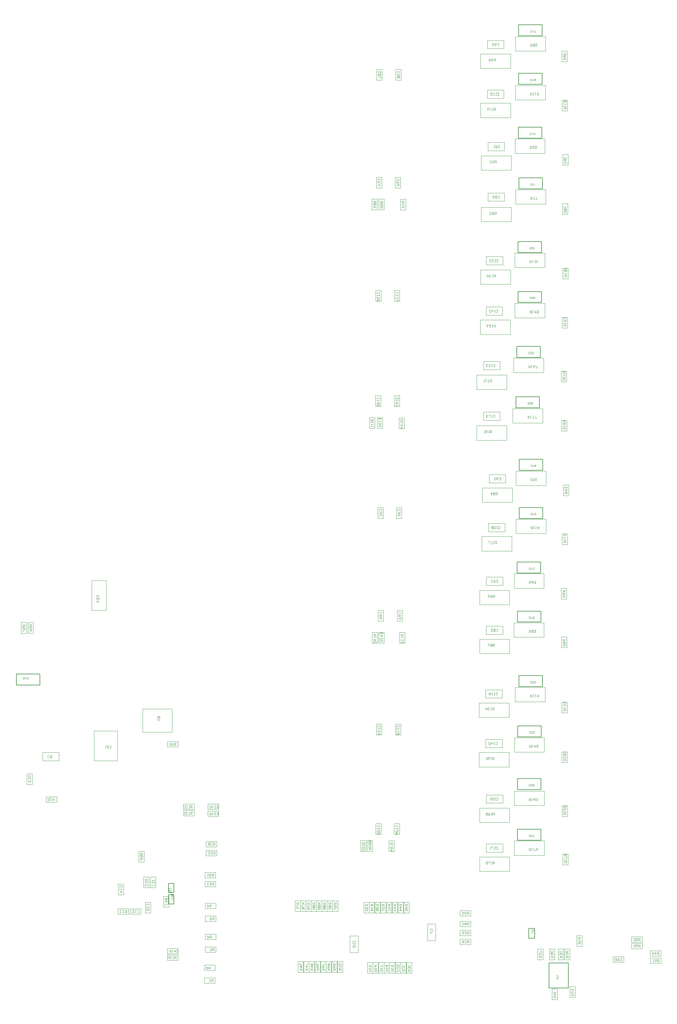
<source format=gbr>
%TF.GenerationSoftware,Altium Limited,Altium Designer,24.10.1 (45)*%
G04 Layer_Color=32768*
%FSLAX43Y43*%
%MOMM*%
%TF.SameCoordinates,766D9AF5-BA92-4156-BEB6-FD46E2A8267A*%
%TF.FilePolarity,Positive*%
%TF.FileFunction,Other,Bottom_Assembly*%
%TF.Part,Single*%
G01*
G75*
%TA.AperFunction,NonConductor*%
%ADD81C,0.200*%
%ADD100C,0.100*%
G36*
X150533Y30662D02*
X150551Y30660D01*
X150569Y30658D01*
X150584Y30657D01*
X150599Y30655D01*
X150613Y30652D01*
X150625Y30649D01*
X150635Y30646D01*
X150644Y30645D01*
X150653Y30642D01*
X150659Y30640D01*
X150664Y30638D01*
X150668Y30636D01*
X150669Y30635D01*
X150670D01*
X150692Y30624D01*
X150712Y30612D01*
X150729Y30598D01*
X150742Y30586D01*
X150753Y30574D01*
X150760Y30565D01*
X150763Y30561D01*
X150765Y30559D01*
X150766Y30558D01*
Y30557D01*
X150778Y30537D01*
X150786Y30518D01*
X150792Y30499D01*
X150796Y30481D01*
X150799Y30465D01*
X150800Y30459D01*
Y30454D01*
X150801Y30450D01*
Y30443D01*
X150800Y30427D01*
X150798Y30413D01*
X150795Y30398D01*
X150791Y30385D01*
X150781Y30360D01*
X150777Y30349D01*
X150771Y30340D01*
X150765Y30330D01*
X150760Y30323D01*
X150754Y30315D01*
X150750Y30310D01*
X150746Y30305D01*
X150743Y30303D01*
X150741Y30301D01*
X150741Y30300D01*
X150729Y30290D01*
X150717Y30281D01*
X150704Y30273D01*
X150692Y30266D01*
X150678Y30261D01*
X150665Y30256D01*
X150641Y30250D01*
X150629Y30247D01*
X150618Y30245D01*
X150608Y30244D01*
X150600Y30243D01*
X150594Y30242D01*
X150589D01*
X150585D01*
X150584D01*
X150567Y30243D01*
X150551Y30245D01*
X150535Y30247D01*
X150520Y30251D01*
X150508Y30255D01*
X150495Y30260D01*
X150484Y30265D01*
X150473Y30270D01*
X150464Y30275D01*
X150456Y30279D01*
X150449Y30284D01*
X150443Y30289D01*
X150438Y30292D01*
X150435Y30294D01*
X150434Y30296D01*
X150433Y30297D01*
X150423Y30307D01*
X150414Y30318D01*
X150406Y30329D01*
X150399Y30341D01*
X150394Y30352D01*
X150389Y30364D01*
X150383Y30385D01*
X150380Y30394D01*
X150378Y30403D01*
X150377Y30411D01*
X150376Y30418D01*
X150375Y30424D01*
Y30431D01*
X150376Y30449D01*
X150379Y30465D01*
X150383Y30480D01*
X150387Y30494D01*
X150391Y30504D01*
X150395Y30512D01*
X150398Y30518D01*
X150398Y30520D01*
X150408Y30535D01*
X150418Y30548D01*
X150428Y30559D01*
X150437Y30568D01*
X150447Y30574D01*
X150453Y30580D01*
X150458Y30584D01*
X150459Y30585D01*
X150452D01*
X150447D01*
X150445D01*
X150444D01*
X150425Y30584D01*
X150408Y30583D01*
X150392Y30581D01*
X150377Y30579D01*
X150365Y30576D01*
X150356Y30574D01*
X150352Y30573D01*
X150349D01*
X150349Y30572D01*
X150348D01*
X150331Y30568D01*
X150316Y30563D01*
X150303Y30559D01*
X150292Y30554D01*
X150284Y30550D01*
X150277Y30547D01*
X150273Y30545D01*
X150272Y30544D01*
X150262Y30536D01*
X150253Y30529D01*
X150246Y30522D01*
X150239Y30514D01*
X150234Y30509D01*
X150230Y30503D01*
X150228Y30499D01*
X150227Y30499D01*
X150222Y30488D01*
X150218Y30477D01*
X150215Y30467D01*
X150214Y30457D01*
X150213Y30449D01*
X150212Y30442D01*
Y30436D01*
X150213Y30421D01*
X150215Y30407D01*
X150219Y30395D01*
X150224Y30385D01*
X150227Y30377D01*
X150231Y30371D01*
X150234Y30367D01*
X150235Y30366D01*
X150245Y30357D01*
X150257Y30350D01*
X150270Y30343D01*
X150283Y30339D01*
X150294Y30335D01*
X150304Y30332D01*
X150308Y30331D01*
X150310D01*
X150312Y30330D01*
X150312D01*
X150306Y30254D01*
X150279Y30260D01*
X150256Y30267D01*
X150236Y30277D01*
X150219Y30286D01*
X150206Y30295D01*
X150201Y30300D01*
X150196Y30303D01*
X150193Y30306D01*
X150190Y30309D01*
X150190Y30310D01*
X150189Y30311D01*
X150181Y30320D01*
X150175Y30330D01*
X150165Y30351D01*
X150157Y30371D01*
X150153Y30390D01*
X150149Y30408D01*
X150148Y30415D01*
Y30422D01*
X150147Y30426D01*
Y30434D01*
X150149Y30460D01*
X150153Y30483D01*
X150159Y30504D01*
X150166Y30522D01*
X150169Y30529D01*
X150173Y30536D01*
X150177Y30542D01*
X150179Y30548D01*
X150181Y30551D01*
X150183Y30554D01*
X150185Y30556D01*
Y30557D01*
X150201Y30575D01*
X150218Y30592D01*
X150237Y30605D01*
X150254Y30616D01*
X150270Y30625D01*
X150277Y30629D01*
X150283Y30632D01*
X150288Y30634D01*
X150292Y30635D01*
X150294Y30636D01*
X150295D01*
X150309Y30641D01*
X150324Y30646D01*
X150356Y30652D01*
X150389Y30657D01*
X150421Y30659D01*
X150435Y30661D01*
X150448Y30662D01*
X150460D01*
X150471Y30663D01*
X150479D01*
X150485D01*
X150490D01*
X150491D01*
X150512D01*
X150533Y30662D01*
D02*
G37*
G36*
X150382Y30085D02*
X150367Y30082D01*
X150353Y30077D01*
X150340Y30072D01*
X150328Y30068D01*
X150317Y30062D01*
X150308Y30057D01*
X150299Y30050D01*
X150290Y30045D01*
X150283Y30040D01*
X150277Y30034D01*
X150272Y30030D01*
X150267Y30026D01*
X150264Y30022D01*
X150262Y30020D01*
X150261Y30019D01*
X150260Y30018D01*
X150252Y30008D01*
X150247Y29998D01*
X150237Y29978D01*
X150229Y29959D01*
X150225Y29939D01*
X150221Y29923D01*
X150220Y29916D01*
Y29910D01*
X150219Y29904D01*
Y29898D01*
X150220Y29876D01*
X150224Y29856D01*
X150228Y29837D01*
X150234Y29821D01*
X150239Y29808D01*
X150242Y29802D01*
X150244Y29798D01*
X150246Y29794D01*
X150248Y29791D01*
X150249Y29789D01*
Y29788D01*
X150262Y29771D01*
X150275Y29756D01*
X150291Y29743D01*
X150306Y29733D01*
X150319Y29725D01*
X150330Y29719D01*
X150335Y29717D01*
X150337Y29715D01*
X150339Y29714D01*
X150340D01*
X150364Y29707D01*
X150388Y29702D01*
X150412Y29697D01*
X150435Y29694D01*
X150445Y29693D01*
X150454Y29692D01*
X150462D01*
X150469Y29691D01*
X150474D01*
X150479D01*
X150482D01*
X150483D01*
X150507Y29692D01*
X150529Y29694D01*
X150549Y29698D01*
X150568Y29702D01*
X150583Y29704D01*
X150590Y29706D01*
X150595Y29708D01*
X150600Y29709D01*
X150603Y29710D01*
X150605Y29711D01*
X150606D01*
X150627Y29720D01*
X150646Y29730D01*
X150662Y29741D01*
X150676Y29753D01*
X150687Y29764D01*
X150694Y29772D01*
X150699Y29778D01*
X150701Y29779D01*
Y29780D01*
X150713Y29800D01*
X150722Y29821D01*
X150729Y29841D01*
X150732Y29861D01*
X150735Y29878D01*
X150736Y29886D01*
Y29892D01*
X150737Y29897D01*
Y29904D01*
X150736Y29927D01*
X150732Y29948D01*
X150727Y29966D01*
X150721Y29982D01*
X150715Y29994D01*
X150710Y30003D01*
X150706Y30008D01*
X150704Y30010D01*
X150691Y30025D01*
X150675Y30039D01*
X150658Y30050D01*
X150642Y30059D01*
X150627Y30067D01*
X150619Y30070D01*
X150614Y30071D01*
X150609Y30073D01*
X150606Y30075D01*
X150604Y30076D01*
X150603D01*
X150622Y30159D01*
X150639Y30154D01*
X150654Y30148D01*
X150668Y30141D01*
X150681Y30134D01*
X150693Y30127D01*
X150704Y30119D01*
X150716Y30111D01*
X150725Y30104D01*
X150732Y30096D01*
X150740Y30090D01*
X150746Y30083D01*
X150751Y30079D01*
X150755Y30074D01*
X150758Y30070D01*
X150759Y30069D01*
X150760Y30068D01*
X150768Y30055D01*
X150777Y30042D01*
X150783Y30029D01*
X150789Y30015D01*
X150797Y29987D01*
X150802Y29962D01*
X150805Y29950D01*
X150806Y29940D01*
X150807Y29930D01*
X150808Y29922D01*
X150809Y29915D01*
Y29906D01*
X150807Y29875D01*
X150802Y29846D01*
X150797Y29820D01*
X150793Y29808D01*
X150790Y29797D01*
X150786Y29787D01*
X150782Y29777D01*
X150779Y29770D01*
X150777Y29763D01*
X150774Y29758D01*
X150772Y29754D01*
X150771Y29751D01*
X150770Y29751D01*
X150754Y29726D01*
X150736Y29704D01*
X150717Y29686D01*
X150699Y29670D01*
X150682Y29658D01*
X150675Y29653D01*
X150668Y29650D01*
X150664Y29646D01*
X150660Y29644D01*
X150657Y29643D01*
X150656Y29642D01*
X150628Y29629D01*
X150598Y29620D01*
X150569Y29614D01*
X150542Y29609D01*
X150530Y29607D01*
X150518Y29606D01*
X150508Y29605D01*
X150499D01*
X150493Y29604D01*
X150487D01*
X150484D01*
X150483D01*
X150449Y29606D01*
X150417Y29610D01*
X150388Y29615D01*
X150374Y29618D01*
X150362Y29621D01*
X150351Y29624D01*
X150341Y29628D01*
X150332Y29630D01*
X150324Y29632D01*
X150319Y29635D01*
X150314Y29636D01*
X150312Y29638D01*
X150311D01*
X150283Y29652D01*
X150258Y29667D01*
X150237Y29684D01*
X150228Y29692D01*
X150220Y29700D01*
X150213Y29707D01*
X150206Y29714D01*
X150201Y29721D01*
X150197Y29727D01*
X150193Y29730D01*
X150190Y29734D01*
X150190Y29736D01*
X150189Y29737D01*
X150181Y29750D01*
X150175Y29763D01*
X150165Y29790D01*
X150157Y29818D01*
X150153Y29845D01*
X150151Y29858D01*
X150149Y29869D01*
X150148Y29879D01*
Y29887D01*
X150147Y29895D01*
Y29905D01*
X150148Y29923D01*
X150150Y29941D01*
X150152Y29958D01*
X150155Y29973D01*
X150160Y29988D01*
X150165Y30002D01*
X150169Y30015D01*
X150175Y30027D01*
X150179Y30037D01*
X150184Y30047D01*
X150189Y30055D01*
X150193Y30062D01*
X150197Y30067D01*
X150199Y30071D01*
X150201Y30073D01*
X150202Y30074D01*
X150213Y30087D01*
X150224Y30098D01*
X150237Y30108D01*
X150250Y30119D01*
X150275Y30135D01*
X150301Y30148D01*
X150313Y30154D01*
X150324Y30158D01*
X150335Y30162D01*
X150343Y30165D01*
X150350Y30168D01*
X150356Y30169D01*
X150360Y30170D01*
X150361D01*
X150382Y30085D01*
D02*
G37*
G36*
X47325Y42474D02*
X47357Y42470D01*
X47386Y42466D01*
X47400Y42462D01*
X47412Y42459D01*
X47423Y42457D01*
X47433Y42453D01*
X47442Y42450D01*
X47449Y42448D01*
X47455Y42445D01*
X47460Y42445D01*
X47462Y42443D01*
X47463D01*
X47491Y42429D01*
X47516Y42413D01*
X47537Y42396D01*
X47546Y42388D01*
X47554Y42381D01*
X47561Y42373D01*
X47568Y42366D01*
X47573Y42359D01*
X47577Y42354D01*
X47581Y42350D01*
X47584Y42347D01*
X47584Y42345D01*
X47585Y42344D01*
X47593Y42331D01*
X47599Y42318D01*
X47609Y42290D01*
X47617Y42262D01*
X47621Y42236D01*
X47623Y42223D01*
X47625Y42212D01*
X47626Y42201D01*
Y42193D01*
X47627Y42186D01*
Y42175D01*
X47626Y42157D01*
X47624Y42139D01*
X47622Y42123D01*
X47619Y42107D01*
X47614Y42092D01*
X47609Y42078D01*
X47605Y42065D01*
X47599Y42053D01*
X47595Y42043D01*
X47590Y42033D01*
X47585Y42026D01*
X47581Y42018D01*
X47577Y42014D01*
X47575Y42009D01*
X47573Y42007D01*
X47572Y42006D01*
X47561Y41993D01*
X47550Y41982D01*
X47537Y41972D01*
X47524Y41962D01*
X47498Y41945D01*
X47473Y41932D01*
X47461Y41927D01*
X47449Y41922D01*
X47439Y41918D01*
X47431Y41916D01*
X47424Y41913D01*
X47418Y41911D01*
X47414Y41910D01*
X47413D01*
X47392Y41995D01*
X47407Y41999D01*
X47421Y42004D01*
X47434Y42008D01*
X47446Y42013D01*
X47457Y42018D01*
X47466Y42024D01*
X47475Y42030D01*
X47484Y42036D01*
X47491Y42040D01*
X47497Y42046D01*
X47502Y42051D01*
X47507Y42054D01*
X47510Y42058D01*
X47512Y42061D01*
X47513Y42062D01*
X47514Y42063D01*
X47522Y42072D01*
X47527Y42082D01*
X47537Y42102D01*
X47545Y42122D01*
X47549Y42141D01*
X47553Y42158D01*
X47554Y42164D01*
Y42171D01*
X47555Y42176D01*
Y42183D01*
X47554Y42204D01*
X47550Y42224D01*
X47546Y42243D01*
X47540Y42260D01*
X47535Y42273D01*
X47532Y42278D01*
X47530Y42283D01*
X47528Y42286D01*
X47526Y42289D01*
X47525Y42291D01*
Y42292D01*
X47512Y42310D01*
X47498Y42324D01*
X47483Y42337D01*
X47468Y42347D01*
X47455Y42356D01*
X47444Y42361D01*
X47439Y42363D01*
X47437Y42365D01*
X47435Y42366D01*
X47434D01*
X47410Y42373D01*
X47386Y42379D01*
X47362Y42383D01*
X47339Y42386D01*
X47329Y42387D01*
X47320Y42388D01*
X47312D01*
X47305Y42389D01*
X47300D01*
X47295D01*
X47292D01*
X47291D01*
X47267Y42388D01*
X47245Y42386D01*
X47225Y42383D01*
X47206Y42379D01*
X47191Y42376D01*
X47184Y42374D01*
X47179Y42372D01*
X47174Y42371D01*
X47171Y42371D01*
X47169Y42370D01*
X47168D01*
X47147Y42360D01*
X47128Y42350D01*
X47112Y42339D01*
X47098Y42327D01*
X47087Y42317D01*
X47080Y42309D01*
X47075Y42302D01*
X47073Y42301D01*
Y42300D01*
X47061Y42281D01*
X47052Y42260D01*
X47045Y42239D01*
X47042Y42220D01*
X47039Y42202D01*
X47038Y42195D01*
Y42188D01*
X47037Y42184D01*
Y42176D01*
X47038Y42153D01*
X47042Y42132D01*
X47047Y42114D01*
X47053Y42099D01*
X47059Y42087D01*
X47064Y42077D01*
X47068Y42072D01*
X47069Y42070D01*
X47083Y42055D01*
X47099Y42041D01*
X47116Y42030D01*
X47132Y42021D01*
X47147Y42014D01*
X47155Y42011D01*
X47160Y42009D01*
X47165Y42007D01*
X47168Y42005D01*
X47170Y42004D01*
X47171D01*
X47152Y41921D01*
X47135Y41927D01*
X47120Y41932D01*
X47106Y41940D01*
X47093Y41946D01*
X47081Y41954D01*
X47069Y41962D01*
X47058Y41969D01*
X47049Y41977D01*
X47042Y41984D01*
X47034Y41991D01*
X47028Y41997D01*
X47023Y42002D01*
X47019Y42006D01*
X47016Y42010D01*
X47015Y42012D01*
X47014Y42013D01*
X47006Y42026D01*
X46997Y42039D01*
X46991Y42052D01*
X46985Y42065D01*
X46977Y42093D01*
X46971Y42118D01*
X46969Y42130D01*
X46968Y42140D01*
X46967Y42151D01*
X46966Y42159D01*
X46965Y42165D01*
Y42175D01*
X46967Y42205D01*
X46971Y42235D01*
X46977Y42261D01*
X46981Y42273D01*
X46984Y42284D01*
X46988Y42294D01*
X46992Y42303D01*
X46995Y42310D01*
X46997Y42318D01*
X47000Y42322D01*
X47002Y42326D01*
X47003Y42329D01*
X47004Y42330D01*
X47020Y42355D01*
X47038Y42376D01*
X47057Y42395D01*
X47075Y42410D01*
X47092Y42422D01*
X47099Y42427D01*
X47106Y42431D01*
X47110Y42434D01*
X47114Y42436D01*
X47117Y42437D01*
X47118Y42438D01*
X47146Y42451D01*
X47176Y42460D01*
X47205Y42467D01*
X47232Y42471D01*
X47244Y42473D01*
X47256Y42474D01*
X47265Y42475D01*
X47275D01*
X47281Y42476D01*
X47287D01*
X47290D01*
X47291D01*
X47325Y42474D01*
D02*
G37*
G36*
X47463Y41836D02*
X47477Y41833D01*
X47503Y41825D01*
X47525Y41815D01*
X47535Y41809D01*
X47544Y41804D01*
X47552Y41799D01*
X47559Y41794D01*
X47565Y41789D01*
X47570Y41784D01*
X47573Y41781D01*
X47577Y41779D01*
X47578Y41777D01*
X47579Y41776D01*
X47587Y41765D01*
X47595Y41754D01*
X47601Y41742D01*
X47607Y41730D01*
X47615Y41707D01*
X47621Y41684D01*
X47623Y41673D01*
X47624Y41663D01*
X47625Y41655D01*
X47626Y41648D01*
X47627Y41641D01*
Y41633D01*
X47626Y41613D01*
X47623Y41595D01*
X47620Y41577D01*
X47615Y41562D01*
X47608Y41547D01*
X47602Y41533D01*
X47596Y41520D01*
X47588Y41509D01*
X47581Y41499D01*
X47574Y41489D01*
X47567Y41482D01*
X47561Y41476D01*
X47557Y41471D01*
X47553Y41467D01*
X47550Y41465D01*
X47549Y41464D01*
X47537Y41455D01*
X47524Y41448D01*
X47512Y41440D01*
X47499Y41435D01*
X47474Y41426D01*
X47450Y41420D01*
X47440Y41418D01*
X47430Y41416D01*
X47422Y41415D01*
X47414Y41415D01*
X47408Y41414D01*
X47403D01*
X47400D01*
X47400D01*
X47383Y41415D01*
X47367Y41416D01*
X47351Y41419D01*
X47338Y41423D01*
X47325Y41428D01*
X47312Y41432D01*
X47301Y41438D01*
X47290Y41442D01*
X47281Y41448D01*
X47273Y41453D01*
X47266Y41458D01*
X47260Y41463D01*
X47255Y41466D01*
X47253Y41469D01*
X47251Y41471D01*
X47250Y41472D01*
X47240Y41483D01*
X47230Y41494D01*
X47223Y41506D01*
X47216Y41518D01*
X47210Y41530D01*
X47205Y41542D01*
X47199Y41564D01*
X47196Y41575D01*
X47194Y41584D01*
X47193Y41592D01*
X47192Y41599D01*
X47192Y41605D01*
Y41625D01*
X47193Y41636D01*
X47198Y41659D01*
X47204Y41679D01*
X47212Y41697D01*
X47219Y41712D01*
X47223Y41719D01*
X47226Y41724D01*
X47228Y41729D01*
X47230Y41732D01*
X47231Y41734D01*
X47232Y41734D01*
X47059Y41700D01*
Y41444D01*
X46984D01*
Y41762D01*
X47314Y41824D01*
X47324Y41750D01*
X47314Y41744D01*
X47305Y41735D01*
X47297Y41728D01*
X47290Y41721D01*
X47286Y41713D01*
X47281Y41708D01*
X47279Y41704D01*
X47278Y41703D01*
X47273Y41691D01*
X47268Y41679D01*
X47265Y41668D01*
X47263Y41657D01*
X47262Y41648D01*
X47261Y41640D01*
Y41623D01*
X47263Y41611D01*
X47267Y41592D01*
X47274Y41575D01*
X47280Y41561D01*
X47288Y41550D01*
X47294Y41541D01*
X47299Y41537D01*
X47300Y41535D01*
X47301D01*
X47316Y41522D01*
X47333Y41513D01*
X47351Y41506D01*
X47368Y41501D01*
X47383Y41499D01*
X47389Y41498D01*
X47395D01*
X47400Y41497D01*
X47403D01*
X47405D01*
X47406D01*
X47419D01*
X47431Y41499D01*
X47454Y41503D01*
X47473Y41510D01*
X47489Y41516D01*
X47502Y41524D01*
X47512Y41530D01*
X47515Y41533D01*
X47518Y41535D01*
X47519Y41536D01*
X47520Y41537D01*
X47527Y41544D01*
X47534Y41551D01*
X47545Y41568D01*
X47552Y41584D01*
X47557Y41599D01*
X47560Y41612D01*
X47561Y41624D01*
X47562Y41627D01*
Y41633D01*
X47561Y41650D01*
X47558Y41666D01*
X47553Y41680D01*
X47547Y41691D01*
X47542Y41701D01*
X47537Y41709D01*
X47534Y41712D01*
X47533Y41714D01*
X47520Y41725D01*
X47506Y41734D01*
X47490Y41742D01*
X47476Y41747D01*
X47462Y41751D01*
X47452Y41754D01*
X47448Y41755D01*
X47445Y41756D01*
X47443D01*
X47442D01*
X47449Y41838D01*
X47463Y41836D01*
D02*
G37*
G36*
Y41339D02*
X47477Y41336D01*
X47503Y41328D01*
X47525Y41317D01*
X47535Y41312D01*
X47544Y41306D01*
X47552Y41302D01*
X47559Y41296D01*
X47565Y41292D01*
X47570Y41287D01*
X47573Y41283D01*
X47577Y41281D01*
X47578Y41280D01*
X47579Y41279D01*
X47587Y41268D01*
X47595Y41256D01*
X47601Y41244D01*
X47607Y41232D01*
X47615Y41209D01*
X47621Y41186D01*
X47623Y41176D01*
X47624Y41166D01*
X47625Y41158D01*
X47626Y41150D01*
X47627Y41144D01*
Y41135D01*
X47626Y41116D01*
X47623Y41097D01*
X47620Y41080D01*
X47615Y41064D01*
X47608Y41049D01*
X47602Y41035D01*
X47596Y41023D01*
X47588Y41011D01*
X47581Y41001D01*
X47574Y40992D01*
X47567Y40985D01*
X47561Y40978D01*
X47557Y40974D01*
X47553Y40970D01*
X47550Y40968D01*
X47549Y40967D01*
X47537Y40958D01*
X47524Y40950D01*
X47512Y40943D01*
X47499Y40937D01*
X47474Y40928D01*
X47450Y40923D01*
X47440Y40921D01*
X47430Y40919D01*
X47422Y40918D01*
X47414Y40917D01*
X47408Y40916D01*
X47403D01*
X47400D01*
X47400D01*
X47383Y40917D01*
X47367Y40919D01*
X47351Y40922D01*
X47338Y40925D01*
X47325Y40930D01*
X47312Y40935D01*
X47301Y40940D01*
X47290Y40945D01*
X47281Y40950D01*
X47273Y40956D01*
X47266Y40961D01*
X47260Y40965D01*
X47255Y40969D01*
X47253Y40972D01*
X47251Y40974D01*
X47250Y40974D01*
X47240Y40986D01*
X47230Y40997D01*
X47223Y41009D01*
X47216Y41021D01*
X47210Y41033D01*
X47205Y41045D01*
X47199Y41067D01*
X47196Y41077D01*
X47194Y41086D01*
X47193Y41095D01*
X47192Y41102D01*
X47192Y41108D01*
Y41128D01*
X47193Y41139D01*
X47198Y41161D01*
X47204Y41182D01*
X47212Y41200D01*
X47219Y41215D01*
X47223Y41221D01*
X47226Y41227D01*
X47228Y41231D01*
X47230Y41234D01*
X47231Y41236D01*
X47232Y41237D01*
X47059Y41203D01*
Y40947D01*
X46984D01*
Y41265D01*
X47314Y41327D01*
X47324Y41253D01*
X47314Y41246D01*
X47305Y41238D01*
X47297Y41231D01*
X47290Y41223D01*
X47286Y41216D01*
X47281Y41210D01*
X47279Y41207D01*
X47278Y41206D01*
X47273Y41194D01*
X47268Y41182D01*
X47265Y41170D01*
X47263Y41159D01*
X47262Y41150D01*
X47261Y41143D01*
Y41125D01*
X47263Y41114D01*
X47267Y41095D01*
X47274Y41078D01*
X47280Y41063D01*
X47288Y41052D01*
X47294Y41044D01*
X47299Y41039D01*
X47300Y41037D01*
X47301D01*
X47316Y41024D01*
X47333Y41015D01*
X47351Y41009D01*
X47368Y41004D01*
X47383Y41001D01*
X47389Y41000D01*
X47395D01*
X47400Y40999D01*
X47403D01*
X47405D01*
X47406D01*
X47419D01*
X47431Y41001D01*
X47454Y41006D01*
X47473Y41012D01*
X47489Y41019D01*
X47502Y41026D01*
X47512Y41033D01*
X47515Y41035D01*
X47518Y41037D01*
X47519Y41038D01*
X47520Y41039D01*
X47527Y41047D01*
X47534Y41054D01*
X47545Y41071D01*
X47552Y41086D01*
X47557Y41102D01*
X47560Y41115D01*
X47561Y41126D01*
X47562Y41130D01*
Y41135D01*
X47561Y41153D01*
X47558Y41169D01*
X47553Y41182D01*
X47547Y41194D01*
X47542Y41204D01*
X47537Y41211D01*
X47534Y41215D01*
X47533Y41217D01*
X47520Y41228D01*
X47506Y41237D01*
X47490Y41244D01*
X47476Y41250D01*
X47462Y41254D01*
X47452Y41256D01*
X47448Y41257D01*
X47445Y41258D01*
X47443D01*
X47442D01*
X47449Y41341D01*
X47463Y41339D01*
D02*
G37*
G36*
X47862Y40740D02*
X47878Y40738D01*
X47893Y40735D01*
X47907Y40733D01*
X47920Y40728D01*
X47933Y40723D01*
X47944Y40719D01*
X47954Y40713D01*
X47963Y40708D01*
X47972Y40703D01*
X47978Y40699D01*
X47985Y40694D01*
X47989Y40691D01*
X47992Y40688D01*
X47994Y40686D01*
X47995Y40686D01*
X48005Y40675D01*
X48014Y40664D01*
X48022Y40652D01*
X48028Y40641D01*
X48035Y40630D01*
X48039Y40619D01*
X48046Y40598D01*
X48049Y40588D01*
X48050Y40579D01*
X48051Y40572D01*
X48052Y40564D01*
X48053Y40559D01*
Y40551D01*
X48052Y40535D01*
X48049Y40519D01*
X48047Y40504D01*
X48043Y40491D01*
X48038Y40480D01*
X48036Y40472D01*
X48033Y40466D01*
X48032Y40466D01*
Y40465D01*
X48023Y40450D01*
X48012Y40437D01*
X48002Y40425D01*
X47991Y40416D01*
X47982Y40407D01*
X47975Y40401D01*
X47969Y40397D01*
X47968Y40396D01*
X47985D01*
X48001Y40397D01*
X48016Y40398D01*
X48031Y40400D01*
X48044Y40401D01*
X48056Y40403D01*
X48067Y40404D01*
X48077Y40407D01*
X48086Y40409D01*
X48094Y40411D01*
X48100Y40413D01*
X48106Y40414D01*
X48110Y40416D01*
X48112Y40417D01*
X48114Y40417D01*
X48115D01*
X48134Y40427D01*
X48150Y40436D01*
X48163Y40446D01*
X48174Y40455D01*
X48184Y40464D01*
X48190Y40470D01*
X48194Y40475D01*
X48195Y40477D01*
X48202Y40488D01*
X48207Y40499D01*
X48210Y40510D01*
X48213Y40521D01*
X48215Y40529D01*
X48216Y40537D01*
Y40543D01*
X48214Y40560D01*
X48210Y40576D01*
X48205Y40588D01*
X48199Y40600D01*
X48193Y40610D01*
X48187Y40616D01*
X48184Y40620D01*
X48182Y40622D01*
X48173Y40628D01*
X48163Y40635D01*
X48152Y40640D01*
X48141Y40644D01*
X48131Y40648D01*
X48123Y40650D01*
X48117Y40651D01*
X48116Y40652D01*
X48115D01*
X48122Y40731D01*
X48147Y40725D01*
X48171Y40717D01*
X48191Y40708D01*
X48208Y40698D01*
X48221Y40687D01*
X48226Y40684D01*
X48231Y40679D01*
X48233Y40676D01*
X48236Y40674D01*
X48237Y40673D01*
X48238Y40672D01*
X48245Y40662D01*
X48252Y40652D01*
X48263Y40632D01*
X48270Y40612D01*
X48275Y40592D01*
X48279Y40575D01*
X48280Y40567D01*
Y40561D01*
X48281Y40555D01*
Y40548D01*
X48280Y40529D01*
X48278Y40512D01*
X48274Y40495D01*
X48270Y40479D01*
X48263Y40466D01*
X48257Y40452D01*
X48250Y40440D01*
X48244Y40429D01*
X48237Y40419D01*
X48230Y40410D01*
X48224Y40403D01*
X48219Y40397D01*
X48213Y40392D01*
X48209Y40389D01*
X48208Y40387D01*
X48207Y40386D01*
X48190Y40374D01*
X48171Y40364D01*
X48150Y40355D01*
X48129Y40346D01*
X48107Y40340D01*
X48085Y40334D01*
X48062Y40330D01*
X48040Y40326D01*
X48019Y40323D01*
X48000Y40321D01*
X47982Y40319D01*
X47967Y40319D01*
X47954D01*
X47945Y40318D01*
X47941D01*
X47939D01*
X47938D01*
X47937D01*
X47907Y40319D01*
X47879Y40320D01*
X47853Y40323D01*
X47829Y40328D01*
X47808Y40332D01*
X47789Y40337D01*
X47771Y40343D01*
X47755Y40349D01*
X47743Y40355D01*
X47730Y40360D01*
X47721Y40365D01*
X47713Y40370D01*
X47706Y40374D01*
X47703Y40377D01*
X47700Y40379D01*
X47699Y40380D01*
X47686Y40392D01*
X47675Y40404D01*
X47666Y40417D01*
X47657Y40430D01*
X47650Y40444D01*
X47645Y40457D01*
X47640Y40470D01*
X47636Y40483D01*
X47633Y40494D01*
X47631Y40505D01*
X47629Y40515D01*
X47628Y40523D01*
Y40530D01*
X47627Y40535D01*
Y40539D01*
X47628Y40561D01*
X47632Y40580D01*
X47635Y40598D01*
X47641Y40613D01*
X47645Y40625D01*
X47650Y40635D01*
X47651Y40638D01*
X47653Y40641D01*
X47654Y40642D01*
Y40643D01*
X47665Y40659D01*
X47678Y40674D01*
X47691Y40686D01*
X47704Y40696D01*
X47716Y40704D01*
X47725Y40710D01*
X47729Y40711D01*
X47731Y40713D01*
X47732Y40714D01*
X47733D01*
X47753Y40723D01*
X47773Y40730D01*
X47792Y40735D01*
X47809Y40737D01*
X47824Y40740D01*
X47829D01*
X47835Y40741D01*
X47840D01*
X47842D01*
X47844D01*
X47845D01*
X47862Y40740D01*
D02*
G37*
G36*
X47871Y40247D02*
X47887Y40245D01*
X47902Y40243D01*
X47916Y40239D01*
X47929Y40234D01*
X47942Y40230D01*
X47953Y40224D01*
X47963Y40220D01*
X47973Y40214D01*
X47981Y40208D01*
X47988Y40204D01*
X47994Y40199D01*
X47999Y40196D01*
X48001Y40193D01*
X48003Y40191D01*
X48004Y40190D01*
X48014Y40179D01*
X48024Y40168D01*
X48031Y40156D01*
X48037Y40144D01*
X48044Y40132D01*
X48049Y40120D01*
X48055Y40098D01*
X48058Y40087D01*
X48060Y40078D01*
X48061Y40070D01*
X48062Y40062D01*
X48062Y40057D01*
Y40037D01*
X48061Y40025D01*
X48056Y40003D01*
X48049Y39983D01*
X48042Y39964D01*
X48035Y39950D01*
X48031Y39943D01*
X48028Y39938D01*
X48025Y39933D01*
X48024Y39930D01*
X48023Y39928D01*
X48022Y39927D01*
X48195Y39962D01*
Y40218D01*
X48270D01*
Y39900D01*
X47940Y39838D01*
X47930Y39912D01*
X47940Y39918D01*
X47949Y39926D01*
X47957Y39934D01*
X47963Y39941D01*
X47968Y39949D01*
X47973Y39954D01*
X47975Y39958D01*
X47976Y39959D01*
X47981Y39971D01*
X47986Y39983D01*
X47988Y39994D01*
X47991Y40005D01*
X47992Y40014D01*
X47993Y40022D01*
Y40039D01*
X47991Y40050D01*
X47987Y40070D01*
X47980Y40086D01*
X47974Y40101D01*
X47966Y40112D01*
X47960Y40121D01*
X47955Y40125D01*
X47954Y40127D01*
X47953D01*
X47938Y40140D01*
X47921Y40149D01*
X47903Y40156D01*
X47886Y40160D01*
X47871Y40163D01*
X47865Y40164D01*
X47859D01*
X47854Y40165D01*
X47851D01*
X47849D01*
X47848D01*
X47835D01*
X47823Y40163D01*
X47800Y40159D01*
X47780Y40152D01*
X47765Y40146D01*
X47752Y40138D01*
X47742Y40132D01*
X47739Y40129D01*
X47736Y40127D01*
X47735Y40126D01*
X47734Y40125D01*
X47727Y40118D01*
X47720Y40110D01*
X47709Y40094D01*
X47702Y40078D01*
X47697Y40062D01*
X47694Y40049D01*
X47693Y40038D01*
X47692Y40035D01*
Y40029D01*
X47693Y40012D01*
X47696Y39996D01*
X47701Y39982D01*
X47706Y39971D01*
X47712Y39961D01*
X47717Y39953D01*
X47720Y39950D01*
X47721Y39948D01*
X47734Y39937D01*
X47748Y39927D01*
X47764Y39920D01*
X47778Y39914D01*
X47792Y39911D01*
X47802Y39908D01*
X47806Y39907D01*
X47809Y39906D01*
X47811D01*
X47812D01*
X47805Y39824D01*
X47791Y39826D01*
X47777Y39828D01*
X47751Y39837D01*
X47729Y39847D01*
X47718Y39853D01*
X47710Y39858D01*
X47702Y39863D01*
X47694Y39868D01*
X47689Y39873D01*
X47684Y39877D01*
X47681Y39881D01*
X47677Y39883D01*
X47676Y39885D01*
X47675Y39886D01*
X47667Y39897D01*
X47659Y39908D01*
X47653Y39920D01*
X47647Y39932D01*
X47639Y39955D01*
X47633Y39978D01*
X47631Y39988D01*
X47630Y39999D01*
X47629Y40007D01*
X47628Y40014D01*
X47627Y40021D01*
Y40029D01*
X47628Y40049D01*
X47631Y40067D01*
X47634Y40085D01*
X47639Y40100D01*
X47645Y40115D01*
X47652Y40129D01*
X47658Y40142D01*
X47666Y40153D01*
X47673Y40163D01*
X47680Y40172D01*
X47687Y40180D01*
X47693Y40186D01*
X47697Y40191D01*
X47701Y40195D01*
X47704Y40196D01*
X47705Y40197D01*
X47717Y40207D01*
X47730Y40214D01*
X47742Y40221D01*
X47755Y40227D01*
X47780Y40236D01*
X47804Y40242D01*
X47814Y40244D01*
X47824Y40245D01*
X47832Y40246D01*
X47840Y40247D01*
X47846Y40248D01*
X47851D01*
X47853D01*
X47854D01*
X47871Y40247D01*
D02*
G37*
G36*
X47862Y39667D02*
X47847Y39663D01*
X47833Y39658D01*
X47820Y39654D01*
X47808Y39649D01*
X47797Y39644D01*
X47788Y39638D01*
X47779Y39632D01*
X47770Y39626D01*
X47763Y39621D01*
X47757Y39616D01*
X47752Y39611D01*
X47747Y39608D01*
X47744Y39604D01*
X47742Y39601D01*
X47741Y39600D01*
X47740Y39599D01*
X47732Y39590D01*
X47727Y39580D01*
X47717Y39559D01*
X47709Y39540D01*
X47705Y39521D01*
X47701Y39504D01*
X47700Y39498D01*
Y39491D01*
X47699Y39485D01*
Y39479D01*
X47700Y39458D01*
X47704Y39437D01*
X47708Y39419D01*
X47714Y39402D01*
X47719Y39389D01*
X47722Y39384D01*
X47724Y39379D01*
X47726Y39375D01*
X47728Y39373D01*
X47729Y39371D01*
Y39370D01*
X47742Y39352D01*
X47755Y39338D01*
X47771Y39325D01*
X47786Y39314D01*
X47799Y39306D01*
X47810Y39301D01*
X47815Y39299D01*
X47817Y39297D01*
X47819Y39296D01*
X47820D01*
X47844Y39289D01*
X47868Y39283D01*
X47892Y39278D01*
X47914Y39276D01*
X47925Y39275D01*
X47934Y39274D01*
X47942D01*
X47949Y39273D01*
X47954D01*
X47959D01*
X47962D01*
X47963D01*
X47987Y39274D01*
X48009Y39276D01*
X48029Y39279D01*
X48048Y39283D01*
X48063Y39286D01*
X48070Y39288D01*
X48075Y39289D01*
X48080Y39290D01*
X48083Y39291D01*
X48085Y39292D01*
X48086D01*
X48107Y39301D01*
X48126Y39312D01*
X48142Y39323D01*
X48156Y39335D01*
X48167Y39345D01*
X48174Y39353D01*
X48179Y39360D01*
X48181Y39361D01*
Y39362D01*
X48193Y39381D01*
X48202Y39402D01*
X48208Y39423D01*
X48212Y39442D01*
X48215Y39460D01*
X48216Y39467D01*
Y39473D01*
X48217Y39478D01*
Y39485D01*
X48216Y39509D01*
X48212Y39530D01*
X48207Y39547D01*
X48201Y39563D01*
X48195Y39575D01*
X48190Y39584D01*
X48186Y39590D01*
X48184Y39592D01*
X48171Y39607D01*
X48155Y39620D01*
X48138Y39632D01*
X48122Y39641D01*
X48107Y39648D01*
X48099Y39651D01*
X48094Y39653D01*
X48089Y39655D01*
X48086Y39657D01*
X48084Y39657D01*
X48083D01*
X48102Y39741D01*
X48119Y39735D01*
X48134Y39730D01*
X48147Y39722D01*
X48161Y39716D01*
X48173Y39708D01*
X48184Y39700D01*
X48196Y39693D01*
X48205Y39685D01*
X48212Y39678D01*
X48220Y39671D01*
X48226Y39665D01*
X48231Y39660D01*
X48235Y39656D01*
X48238Y39652D01*
X48239Y39650D01*
X48240Y39649D01*
X48248Y39636D01*
X48257Y39623D01*
X48263Y39610D01*
X48269Y39596D01*
X48277Y39569D01*
X48282Y39544D01*
X48285Y39532D01*
X48286Y39522D01*
X48287Y39511D01*
X48288Y39503D01*
X48289Y39497D01*
Y39487D01*
X48287Y39457D01*
X48282Y39427D01*
X48277Y39401D01*
X48273Y39389D01*
X48270Y39378D01*
X48266Y39368D01*
X48262Y39359D01*
X48259Y39351D01*
X48257Y39344D01*
X48254Y39339D01*
X48252Y39336D01*
X48251Y39333D01*
X48250Y39332D01*
X48234Y39307D01*
X48216Y39286D01*
X48197Y39267D01*
X48179Y39252D01*
X48162Y39240D01*
X48155Y39235D01*
X48148Y39231D01*
X48144Y39228D01*
X48140Y39226D01*
X48137Y39225D01*
X48136Y39224D01*
X48108Y39211D01*
X48078Y39202D01*
X48049Y39195D01*
X48022Y39191D01*
X48010Y39189D01*
X47998Y39188D01*
X47988Y39187D01*
X47979D01*
X47973Y39186D01*
X47967D01*
X47963D01*
X47963D01*
X47929Y39188D01*
X47897Y39191D01*
X47868Y39196D01*
X47854Y39200D01*
X47842Y39203D01*
X47831Y39205D01*
X47821Y39209D01*
X47812Y39212D01*
X47804Y39214D01*
X47799Y39216D01*
X47794Y39217D01*
X47792Y39219D01*
X47791D01*
X47763Y39233D01*
X47738Y39249D01*
X47717Y39265D01*
X47708Y39274D01*
X47700Y39281D01*
X47693Y39289D01*
X47686Y39296D01*
X47681Y39302D01*
X47677Y39308D01*
X47673Y39312D01*
X47670Y39315D01*
X47669Y39317D01*
X47669Y39318D01*
X47661Y39331D01*
X47655Y39344D01*
X47645Y39372D01*
X47637Y39400D01*
X47632Y39426D01*
X47631Y39439D01*
X47629Y39450D01*
X47628Y39461D01*
Y39469D01*
X47627Y39476D01*
Y39486D01*
X47628Y39505D01*
X47630Y39522D01*
X47632Y39539D01*
X47635Y39555D01*
X47640Y39570D01*
X47645Y39583D01*
X47649Y39596D01*
X47655Y39608D01*
X47659Y39619D01*
X47664Y39629D01*
X47669Y39636D01*
X47673Y39644D01*
X47677Y39648D01*
X47679Y39653D01*
X47681Y39655D01*
X47681Y39656D01*
X47693Y39669D01*
X47704Y39680D01*
X47717Y39690D01*
X47730Y39700D01*
X47755Y39717D01*
X47781Y39730D01*
X47793Y39735D01*
X47804Y39740D01*
X47815Y39743D01*
X47823Y39746D01*
X47830Y39749D01*
X47836Y39751D01*
X47840Y39752D01*
X47841D01*
X47862Y39667D01*
D02*
G37*
G36*
X157597Y17561D02*
X157614Y17560D01*
X157629Y17558D01*
X157643Y17556D01*
X157656Y17555D01*
X157668Y17552D01*
X157679Y17550D01*
X157689Y17548D01*
X157698Y17545D01*
X157705Y17544D01*
X157711Y17542D01*
X157715Y17540D01*
X157719Y17539D01*
X157721Y17538D01*
X157722D01*
X157742Y17528D01*
X157761Y17515D01*
X157775Y17502D01*
X157788Y17488D01*
X157799Y17476D01*
X157806Y17466D01*
X157808Y17462D01*
X157810Y17459D01*
X157811Y17458D01*
Y17457D01*
X157822Y17434D01*
X157829Y17409D01*
X157835Y17385D01*
X157838Y17361D01*
X157839Y17351D01*
X157840Y17341D01*
X157841Y17332D01*
Y17324D01*
X157842Y17318D01*
Y17310D01*
X157840Y17276D01*
X157838Y17262D01*
X157836Y17248D01*
X157834Y17234D01*
X157831Y17222D01*
X157828Y17211D01*
X157824Y17201D01*
X157821Y17191D01*
X157818Y17184D01*
X157815Y17176D01*
X157812Y17171D01*
X157810Y17166D01*
X157809Y17164D01*
X157807Y17162D01*
Y17161D01*
X157793Y17140D01*
X157777Y17124D01*
X157762Y17111D01*
X157748Y17100D01*
X157735Y17091D01*
X157725Y17086D01*
X157721Y17084D01*
X157718Y17082D01*
X157716Y17081D01*
X157715D01*
X157704Y17078D01*
X157692Y17074D01*
X157667Y17068D01*
X157641Y17065D01*
X157616Y17062D01*
X157605Y17061D01*
X157594Y17060D01*
X157585D01*
X157577Y17059D01*
X157570D01*
X157566D01*
X157562D01*
X157561D01*
X157191D01*
Y17144D01*
X157561D01*
X157582D01*
X157603Y17146D01*
X157620Y17148D01*
X157637Y17151D01*
X157652Y17153D01*
X157665Y17157D01*
X157677Y17160D01*
X157688Y17164D01*
X157696Y17167D01*
X157704Y17171D01*
X157710Y17175D01*
X157715Y17177D01*
X157719Y17180D01*
X157722Y17182D01*
X157723Y17183D01*
X157724Y17184D01*
X157731Y17192D01*
X157738Y17201D01*
X157748Y17222D01*
X157755Y17243D01*
X157760Y17265D01*
X157763Y17286D01*
X157764Y17294D01*
Y17302D01*
X157765Y17308D01*
Y17317D01*
X157764Y17336D01*
X157762Y17354D01*
X157759Y17371D01*
X157754Y17384D01*
X157750Y17395D01*
X157748Y17403D01*
X157745Y17408D01*
X157744Y17409D01*
X157736Y17422D01*
X157726Y17434D01*
X157715Y17443D01*
X157706Y17449D01*
X157697Y17455D01*
X157690Y17459D01*
X157686Y17461D01*
X157684Y17462D01*
X157676Y17465D01*
X157667Y17467D01*
X157648Y17470D01*
X157628Y17473D01*
X157607Y17475D01*
X157590Y17476D01*
X157581D01*
X157575Y17477D01*
X157569D01*
X157565D01*
X157562D01*
X157561D01*
X157191D01*
Y17562D01*
X157561D01*
X157579D01*
X157597Y17561D01*
D02*
G37*
G36*
X157676Y16947D02*
X157690Y16944D01*
X157716Y16936D01*
X157738Y16926D01*
X157748Y16920D01*
X157757Y16915D01*
X157765Y16909D01*
X157772Y16904D01*
X157778Y16899D01*
X157783Y16894D01*
X157787Y16892D01*
X157789Y16889D01*
X157791Y16887D01*
X157792Y16886D01*
X157800Y16875D01*
X157809Y16864D01*
X157815Y16853D01*
X157821Y16841D01*
X157830Y16818D01*
X157836Y16796D01*
X157837Y16785D01*
X157839Y16776D01*
X157840Y16768D01*
X157841Y16760D01*
X157842Y16755D01*
Y16747D01*
X157841Y16729D01*
X157839Y16713D01*
X157836Y16698D01*
X157833Y16683D01*
X157828Y16669D01*
X157824Y16657D01*
X157818Y16645D01*
X157812Y16635D01*
X157808Y16625D01*
X157802Y16616D01*
X157798Y16609D01*
X157793Y16603D01*
X157789Y16599D01*
X157787Y16595D01*
X157785Y16593D01*
X157784Y16592D01*
X157773Y16581D01*
X157761Y16572D01*
X157749Y16563D01*
X157737Y16556D01*
X157726Y16551D01*
X157713Y16545D01*
X157691Y16538D01*
X157681Y16536D01*
X157672Y16534D01*
X157664Y16532D01*
X157656Y16531D01*
X157651Y16530D01*
X157646D01*
X157643D01*
X157642D01*
X157620Y16531D01*
X157600Y16535D01*
X157582Y16540D01*
X157567Y16546D01*
X157555Y16551D01*
X157546Y16557D01*
X157541Y16561D01*
X157539Y16562D01*
X157525Y16575D01*
X157513Y16588D01*
X157504Y16603D01*
X157496Y16618D01*
X157491Y16631D01*
X157487Y16641D01*
X157486Y16645D01*
X157485Y16648D01*
X157484Y16649D01*
Y16650D01*
X157476Y16635D01*
X157468Y16622D01*
X157458Y16611D01*
X157450Y16601D01*
X157443Y16594D01*
X157436Y16588D01*
X157432Y16586D01*
X157431Y16585D01*
X157418Y16577D01*
X157405Y16572D01*
X157392Y16567D01*
X157380Y16564D01*
X157370Y16563D01*
X157362Y16562D01*
X157357D01*
X157355D01*
X157339Y16563D01*
X157323Y16565D01*
X157309Y16569D01*
X157297Y16574D01*
X157287Y16578D01*
X157279Y16582D01*
X157274Y16585D01*
X157272Y16586D01*
X157259Y16595D01*
X157247Y16606D01*
X157236Y16617D01*
X157227Y16628D01*
X157221Y16637D01*
X157215Y16646D01*
X157212Y16651D01*
X157211Y16652D01*
Y16653D01*
X157204Y16670D01*
X157199Y16686D01*
X157194Y16703D01*
X157191Y16718D01*
X157189Y16730D01*
X157188Y16740D01*
Y16763D01*
X157190Y16776D01*
X157195Y16801D01*
X157202Y16822D01*
X157210Y16841D01*
X157214Y16849D01*
X157218Y16856D01*
X157222Y16862D01*
X157225Y16867D01*
X157228Y16870D01*
X157230Y16873D01*
X157231Y16875D01*
X157232Y16876D01*
X157249Y16894D01*
X157269Y16907D01*
X157289Y16919D01*
X157309Y16928D01*
X157327Y16933D01*
X157334Y16936D01*
X157341Y16938D01*
X157346Y16939D01*
X157350Y16940D01*
X157353Y16941D01*
X157354D01*
X157368Y16862D01*
X157347Y16858D01*
X157330Y16853D01*
X157315Y16846D01*
X157303Y16840D01*
X157294Y16833D01*
X157287Y16828D01*
X157283Y16824D01*
X157282Y16823D01*
X157272Y16811D01*
X157265Y16798D01*
X157260Y16786D01*
X157257Y16774D01*
X157255Y16763D01*
X157253Y16755D01*
Y16747D01*
X157254Y16731D01*
X157258Y16716D01*
X157262Y16703D01*
X157267Y16692D01*
X157272Y16684D01*
X157277Y16677D01*
X157281Y16673D01*
X157282Y16672D01*
X157293Y16661D01*
X157305Y16654D01*
X157317Y16649D01*
X157328Y16646D01*
X157338Y16644D01*
X157346Y16642D01*
X157351D01*
X157352D01*
X157353D01*
X157363D01*
X157372Y16644D01*
X157388Y16649D01*
X157402Y16655D01*
X157414Y16662D01*
X157422Y16670D01*
X157429Y16676D01*
X157432Y16681D01*
X157433Y16682D01*
Y16683D01*
X157442Y16698D01*
X157448Y16713D01*
X157453Y16729D01*
X157456Y16743D01*
X157457Y16755D01*
X157459Y16765D01*
Y16777D01*
X157458Y16781D01*
Y16785D01*
X157528Y16795D01*
X157525Y16783D01*
X157523Y16772D01*
X157521Y16762D01*
X157520Y16754D01*
X157519Y16747D01*
Y16739D01*
X157521Y16720D01*
X157525Y16702D01*
X157530Y16686D01*
X157537Y16674D01*
X157543Y16663D01*
X157549Y16656D01*
X157553Y16651D01*
X157554Y16649D01*
X157568Y16637D01*
X157583Y16628D01*
X157598Y16622D01*
X157613Y16618D01*
X157625Y16615D01*
X157635Y16614D01*
X157639Y16613D01*
X157641D01*
X157643D01*
X157644D01*
X157664Y16615D01*
X157683Y16620D01*
X157699Y16625D01*
X157713Y16633D01*
X157724Y16640D01*
X157732Y16646D01*
X157738Y16650D01*
X157739Y16652D01*
X157752Y16667D01*
X157762Y16683D01*
X157768Y16698D01*
X157773Y16713D01*
X157775Y16726D01*
X157776Y16736D01*
X157777Y16740D01*
Y16746D01*
X157776Y16762D01*
X157773Y16778D01*
X157768Y16792D01*
X157762Y16803D01*
X157758Y16812D01*
X157753Y16820D01*
X157750Y16823D01*
X157749Y16825D01*
X157736Y16836D01*
X157721Y16845D01*
X157705Y16854D01*
X157689Y16860D01*
X157675Y16865D01*
X157668Y16867D01*
X157663Y16868D01*
X157658Y16869D01*
X157654Y16870D01*
X157652Y16870D01*
X157652D01*
X157662Y16949D01*
X157676Y16947D01*
D02*
G37*
G36*
X150049Y180427D02*
X149734D01*
X149745Y180411D01*
X149750Y180405D01*
X149755Y180398D01*
X149760Y180393D01*
X149763Y180389D01*
X149766Y180386D01*
X149767Y180385D01*
X149772Y180381D01*
X149777Y180376D01*
X149790Y180364D01*
X149805Y180350D01*
X149821Y180336D01*
X149835Y180324D01*
X149842Y180319D01*
X149847Y180313D01*
X149852Y180309D01*
X149856Y180307D01*
X149858Y180305D01*
X149859Y180304D01*
X149873Y180291D01*
X149888Y180279D01*
X149901Y180267D01*
X149913Y180257D01*
X149924Y180247D01*
X149933Y180237D01*
X149943Y180229D01*
X149950Y180222D01*
X149957Y180214D01*
X149963Y180209D01*
X149968Y180204D01*
X149972Y180199D01*
X149977Y180194D01*
X149979Y180192D01*
X149992Y180176D01*
X150003Y180162D01*
X150012Y180149D01*
X150019Y180137D01*
X150025Y180127D01*
X150029Y180120D01*
X150031Y180115D01*
X150031Y180113D01*
X150037Y180100D01*
X150041Y180086D01*
X150044Y180073D01*
X150046Y180062D01*
X150047Y180052D01*
X150048Y180044D01*
Y180039D01*
Y180038D01*
X150047Y180024D01*
X150045Y180011D01*
X150043Y179998D01*
X150040Y179987D01*
X150031Y179965D01*
X150021Y179947D01*
X150016Y179939D01*
X150011Y179932D01*
X150006Y179926D01*
X150002Y179921D01*
X149998Y179917D01*
X149996Y179914D01*
X149994Y179913D01*
X149994Y179912D01*
X149983Y179903D01*
X149972Y179894D01*
X149960Y179888D01*
X149948Y179882D01*
X149924Y179873D01*
X149900Y179867D01*
X149890Y179865D01*
X149880Y179863D01*
X149871Y179862D01*
X149863Y179861D01*
X149857Y179860D01*
X149847D01*
X149831Y179861D01*
X149815Y179862D01*
X149800Y179865D01*
X149786Y179868D01*
X149773Y179871D01*
X149761Y179875D01*
X149750Y179880D01*
X149740Y179884D01*
X149731Y179889D01*
X149724Y179893D01*
X149717Y179897D01*
X149712Y179901D01*
X149707Y179904D01*
X149704Y179906D01*
X149702Y179907D01*
X149701Y179908D01*
X149692Y179917D01*
X149684Y179928D01*
X149676Y179939D01*
X149669Y179950D01*
X149658Y179972D01*
X149651Y179994D01*
X149648Y180004D01*
X149645Y180015D01*
X149643Y180023D01*
X149641Y180030D01*
X149640Y180037D01*
Y180041D01*
X149639Y180044D01*
Y180045D01*
X149720Y180053D01*
X149722Y180032D01*
X149725Y180014D01*
X149731Y179997D01*
X149737Y179984D01*
X149743Y179973D01*
X149749Y179966D01*
X149752Y179961D01*
X149754Y179959D01*
X149768Y179948D01*
X149783Y179940D01*
X149798Y179933D01*
X149812Y179929D01*
X149825Y179927D01*
X149836Y179926D01*
X149840Y179925D01*
X149846D01*
X149865Y179926D01*
X149883Y179929D01*
X149897Y179935D01*
X149910Y179941D01*
X149921Y179947D01*
X149927Y179952D01*
X149932Y179955D01*
X149933Y179957D01*
X149945Y179970D01*
X149953Y179983D01*
X149959Y179996D01*
X149963Y180009D01*
X149966Y180019D01*
X149967Y180028D01*
X149968Y180034D01*
Y180035D01*
Y180036D01*
X149966Y180052D01*
X149962Y180070D01*
X149956Y180086D01*
X149949Y180101D01*
X149942Y180113D01*
X149935Y180123D01*
X149933Y180126D01*
X149932Y180129D01*
X149930Y180130D01*
Y180131D01*
X149922Y180141D01*
X149913Y180151D01*
X149903Y180162D01*
X149892Y180174D01*
X149869Y180196D01*
X149846Y180218D01*
X149834Y180228D01*
X149823Y180237D01*
X149813Y180246D01*
X149805Y180253D01*
X149798Y180259D01*
X149793Y180263D01*
X149789Y180266D01*
X149788Y180267D01*
X149765Y180286D01*
X149744Y180305D01*
X149726Y180321D01*
X149712Y180335D01*
X149700Y180347D01*
X149692Y180356D01*
X149688Y180361D01*
X149686Y180362D01*
Y180363D01*
X149673Y180379D01*
X149663Y180394D01*
X149653Y180408D01*
X149646Y180421D01*
X149640Y180432D01*
X149637Y180441D01*
X149635Y180446D01*
X149634Y180447D01*
Y180448D01*
X149630Y180458D01*
X149628Y180468D01*
X149626Y180477D01*
X149626Y180485D01*
X149625Y180493D01*
Y180498D01*
Y180502D01*
Y180503D01*
X150049D01*
Y180427D01*
D02*
G37*
G36*
X149274Y180502D02*
X149294Y180501D01*
X149311Y180499D01*
X149326Y180497D01*
X149339Y180495D01*
X149348Y180494D01*
X149351Y180493D01*
X149354Y180493D01*
X149356D01*
X149372Y180488D01*
X149387Y180482D01*
X149400Y180478D01*
X149411Y180472D01*
X149420Y180468D01*
X149427Y180464D01*
X149430Y180461D01*
X149432Y180460D01*
X149444Y180452D01*
X149455Y180442D01*
X149465Y180432D01*
X149473Y180423D01*
X149480Y180415D01*
X149486Y180408D01*
X149490Y180404D01*
X149491Y180402D01*
X149500Y180387D01*
X149509Y180371D01*
X149516Y180357D01*
X149522Y180342D01*
X149528Y180329D01*
X149531Y180319D01*
X149532Y180315D01*
X149533Y180312D01*
X149534Y180310D01*
Y180309D01*
X149540Y180287D01*
X149544Y180265D01*
X149547Y180244D01*
X149550Y180223D01*
X149551Y180206D01*
Y180199D01*
X149552Y180192D01*
Y180187D01*
Y180183D01*
Y180181D01*
Y180180D01*
X149551Y180149D01*
X149548Y180120D01*
X149543Y180094D01*
X149541Y180082D01*
X149539Y180072D01*
X149536Y180062D01*
X149534Y180053D01*
X149532Y180046D01*
X149529Y180039D01*
X149528Y180034D01*
X149527Y180030D01*
X149526Y180028D01*
Y180027D01*
X149516Y180003D01*
X149504Y179982D01*
X149491Y179964D01*
X149479Y179948D01*
X149467Y179935D01*
X149458Y179926D01*
X149455Y179923D01*
X149452Y179920D01*
X149451Y179919D01*
X149450Y179918D01*
X149435Y179906D01*
X149419Y179897D01*
X149404Y179889D01*
X149389Y179882D01*
X149376Y179878D01*
X149366Y179875D01*
X149362Y179873D01*
X149359D01*
X149357Y179872D01*
X149357D01*
X149341Y179869D01*
X149322Y179867D01*
X149304Y179865D01*
X149285Y179864D01*
X149269Y179863D01*
X149023D01*
Y180503D01*
X149253D01*
X149274Y180502D01*
D02*
G37*
G36*
X150361Y180513D02*
X150376Y180511D01*
X150392Y180508D01*
X150407Y180505D01*
X150420Y180501D01*
X150433Y180496D01*
X150445Y180492D01*
X150455Y180486D01*
X150464Y180481D01*
X150472Y180476D01*
X150479Y180471D01*
X150485Y180467D01*
X150490Y180464D01*
X150493Y180461D01*
X150495Y180459D01*
X150496Y180458D01*
X150506Y180447D01*
X150515Y180436D01*
X150522Y180425D01*
X150529Y180413D01*
X150535Y180402D01*
X150540Y180390D01*
X150546Y180369D01*
X150549Y180358D01*
X150551Y180349D01*
X150552Y180341D01*
X150553Y180334D01*
X150554Y180329D01*
Y180324D01*
Y180321D01*
Y180321D01*
X150553Y180299D01*
X150549Y180280D01*
X150544Y180262D01*
X150538Y180248D01*
X150533Y180236D01*
X150527Y180226D01*
X150523Y180221D01*
X150522Y180220D01*
Y180219D01*
X150509Y180204D01*
X150496Y180191D01*
X150481Y180181D01*
X150467Y180172D01*
X150454Y180165D01*
X150443Y180161D01*
X150439Y180159D01*
X150436Y180158D01*
X150435Y180157D01*
X150434D01*
X150450Y180150D01*
X150464Y180141D01*
X150476Y180133D01*
X150486Y180125D01*
X150494Y180117D01*
X150499Y180112D01*
X150503Y180108D01*
X150504Y180106D01*
X150512Y180093D01*
X150518Y180080D01*
X150522Y180067D01*
X150525Y180054D01*
X150527Y180044D01*
X150528Y180036D01*
Y180030D01*
Y180029D01*
Y180028D01*
X150527Y180015D01*
X150526Y180003D01*
X150520Y179980D01*
X150511Y179960D01*
X150502Y179942D01*
X150493Y179929D01*
X150488Y179923D01*
X150484Y179917D01*
X150481Y179914D01*
X150478Y179911D01*
X150477Y179910D01*
X150476Y179909D01*
X150466Y179901D01*
X150456Y179892D01*
X150445Y179886D01*
X150434Y179880D01*
X150411Y179872D01*
X150389Y179867D01*
X150380Y179864D01*
X150371Y179863D01*
X150362Y179862D01*
X150355Y179861D01*
X150350Y179860D01*
X150341D01*
X150326Y179861D01*
X150312Y179862D01*
X150286Y179868D01*
X150274Y179871D01*
X150263Y179875D01*
X150252Y179880D01*
X150243Y179884D01*
X150236Y179889D01*
X150228Y179893D01*
X150222Y179897D01*
X150217Y179901D01*
X150214Y179904D01*
X150211Y179906D01*
X150209Y179907D01*
X150208Y179908D01*
X150200Y179917D01*
X150191Y179927D01*
X150185Y179937D01*
X150179Y179947D01*
X150170Y179966D01*
X150165Y179985D01*
X150161Y180001D01*
X150160Y180008D01*
X150159Y180014D01*
X150158Y180019D01*
Y180023D01*
Y180025D01*
Y180026D01*
X150159Y180042D01*
X150162Y180058D01*
X150166Y180072D01*
X150170Y180084D01*
X150174Y180093D01*
X150178Y180101D01*
X150180Y180104D01*
X150181Y180106D01*
X150191Y180117D01*
X150202Y180127D01*
X150215Y180137D01*
X150227Y180144D01*
X150238Y180150D01*
X150246Y180153D01*
X150250Y180155D01*
X150252Y180156D01*
X150253Y180157D01*
X150254D01*
X150233Y180163D01*
X150215Y180172D01*
X150200Y180182D01*
X150187Y180191D01*
X150177Y180200D01*
X150169Y180208D01*
X150166Y180212D01*
X150164Y180213D01*
Y180214D01*
X150154Y180231D01*
X150145Y180248D01*
X150140Y180265D01*
X150136Y180282D01*
X150134Y180297D01*
X150133Y180303D01*
Y180309D01*
X150132Y180312D01*
Y180316D01*
Y180318D01*
Y180319D01*
X150133Y180333D01*
X150135Y180348D01*
X150138Y180362D01*
X150141Y180376D01*
X150151Y180399D01*
X150155Y180410D01*
X150161Y180419D01*
X150166Y180429D01*
X150171Y180436D01*
X150177Y180443D01*
X150180Y180448D01*
X150184Y180453D01*
X150187Y180456D01*
X150189Y180457D01*
X150190Y180458D01*
X150201Y180468D01*
X150213Y180477D01*
X150226Y180484D01*
X150239Y180491D01*
X150251Y180495D01*
X150264Y180500D01*
X150288Y180506D01*
X150300Y180509D01*
X150310Y180511D01*
X150319Y180512D01*
X150327Y180513D01*
X150334Y180514D01*
X150343D01*
X150361Y180513D01*
D02*
G37*
G36*
X150643Y194853D02*
X150662Y194849D01*
X150680Y194845D01*
X150695Y194840D01*
X150707Y194835D01*
X150717Y194831D01*
X150720Y194830D01*
X150723Y194828D01*
X150724Y194827D01*
X150725D01*
X150741Y194816D01*
X150755Y194803D01*
X150767Y194790D01*
X150778Y194777D01*
X150786Y194765D01*
X150791Y194756D01*
X150793Y194752D01*
X150795Y194749D01*
X150796Y194748D01*
Y194747D01*
X150805Y194728D01*
X150812Y194708D01*
X150816Y194689D01*
X150819Y194672D01*
X150822Y194657D01*
Y194651D01*
X150823Y194646D01*
Y194641D01*
Y194638D01*
Y194637D01*
Y194636D01*
X150822Y194619D01*
X150820Y194603D01*
X150817Y194588D01*
X150815Y194574D01*
X150810Y194561D01*
X150805Y194548D01*
X150801Y194537D01*
X150795Y194527D01*
X150790Y194517D01*
X150785Y194509D01*
X150780Y194502D01*
X150776Y194496D01*
X150773Y194491D01*
X150770Y194489D01*
X150768Y194487D01*
X150767Y194486D01*
X150757Y194476D01*
X150746Y194466D01*
X150734Y194459D01*
X150723Y194453D01*
X150712Y194446D01*
X150701Y194441D01*
X150680Y194435D01*
X150670Y194432D01*
X150661Y194430D01*
X150654Y194429D01*
X150646Y194428D01*
X150641Y194428D01*
X150633D01*
X150617Y194428D01*
X150601Y194431D01*
X150586Y194434D01*
X150573Y194438D01*
X150562Y194442D01*
X150554Y194445D01*
X150548Y194448D01*
X150547Y194449D01*
X150546D01*
X150532Y194458D01*
X150519Y194468D01*
X150507Y194478D01*
X150497Y194490D01*
X150489Y194499D01*
X150483Y194506D01*
X150479Y194512D01*
X150478Y194513D01*
Y194496D01*
X150479Y194479D01*
X150480Y194465D01*
X150482Y194450D01*
X150483Y194437D01*
X150485Y194425D01*
X150486Y194414D01*
X150489Y194404D01*
X150491Y194394D01*
X150493Y194387D01*
X150495Y194380D01*
X150496Y194375D01*
X150497Y194371D01*
X150498Y194368D01*
X150499Y194367D01*
Y194366D01*
X150509Y194347D01*
X150518Y194330D01*
X150528Y194318D01*
X150537Y194306D01*
X150546Y194297D01*
X150552Y194291D01*
X150557Y194287D01*
X150558Y194286D01*
X150570Y194279D01*
X150581Y194274D01*
X150592Y194270D01*
X150603Y194268D01*
X150611Y194266D01*
X150619Y194265D01*
X150625D01*
X150642Y194267D01*
X150657Y194270D01*
X150670Y194276D01*
X150682Y194281D01*
X150692Y194288D01*
X150698Y194294D01*
X150702Y194297D01*
X150704Y194299D01*
X150710Y194307D01*
X150717Y194318D01*
X150722Y194329D01*
X150726Y194340D01*
X150730Y194350D01*
X150732Y194358D01*
X150733Y194364D01*
X150734Y194365D01*
Y194366D01*
X150813Y194359D01*
X150807Y194333D01*
X150799Y194310D01*
X150790Y194290D01*
X150779Y194273D01*
X150769Y194260D01*
X150766Y194255D01*
X150761Y194250D01*
X150758Y194247D01*
X150755Y194245D01*
X150754Y194244D01*
X150754Y194243D01*
X150744Y194235D01*
X150734Y194229D01*
X150714Y194218D01*
X150693Y194210D01*
X150674Y194206D01*
X150656Y194202D01*
X150649Y194201D01*
X150643D01*
X150637Y194200D01*
X150630D01*
X150611Y194201D01*
X150594Y194203D01*
X150577Y194207D01*
X150561Y194211D01*
X150547Y194218D01*
X150534Y194223D01*
X150521Y194231D01*
X150510Y194237D01*
X150501Y194244D01*
X150492Y194251D01*
X150485Y194257D01*
X150479Y194262D01*
X150474Y194268D01*
X150471Y194271D01*
X150469Y194273D01*
X150468Y194274D01*
X150456Y194291D01*
X150446Y194310D01*
X150436Y194330D01*
X150428Y194352D01*
X150422Y194374D01*
X150416Y194396D01*
X150411Y194419D01*
X150408Y194441D01*
X150405Y194462D01*
X150403Y194481D01*
X150401Y194499D01*
X150400Y194514D01*
Y194527D01*
X150399Y194536D01*
Y194539D01*
Y194542D01*
Y194543D01*
Y194544D01*
X150400Y194574D01*
X150402Y194601D01*
X150405Y194627D01*
X150410Y194651D01*
X150414Y194673D01*
X150419Y194692D01*
X150424Y194710D01*
X150431Y194725D01*
X150436Y194738D01*
X150442Y194750D01*
X150447Y194759D01*
X150452Y194768D01*
X150456Y194774D01*
X150459Y194778D01*
X150460Y194781D01*
X150461Y194782D01*
X150473Y194795D01*
X150486Y194806D01*
X150499Y194815D01*
X150512Y194823D01*
X150526Y194831D01*
X150539Y194836D01*
X150552Y194841D01*
X150565Y194845D01*
X150576Y194847D01*
X150587Y194850D01*
X150596Y194852D01*
X150605Y194853D01*
X150612D01*
X150617Y194854D01*
X150621D01*
X150643Y194853D01*
D02*
G37*
G36*
X150319Y194767D02*
X150004D01*
X150015Y194751D01*
X150020Y194745D01*
X150025Y194738D01*
X150030Y194733D01*
X150033Y194729D01*
X150036Y194726D01*
X150037Y194725D01*
X150042Y194721D01*
X150047Y194716D01*
X150060Y194704D01*
X150075Y194690D01*
X150091Y194676D01*
X150105Y194664D01*
X150112Y194659D01*
X150117Y194653D01*
X150122Y194649D01*
X150126Y194647D01*
X150128Y194645D01*
X150129Y194644D01*
X150143Y194631D01*
X150158Y194619D01*
X150171Y194607D01*
X150183Y194597D01*
X150194Y194587D01*
X150203Y194577D01*
X150213Y194569D01*
X150220Y194562D01*
X150227Y194554D01*
X150233Y194549D01*
X150238Y194544D01*
X150242Y194539D01*
X150247Y194534D01*
X150249Y194532D01*
X150262Y194516D01*
X150273Y194502D01*
X150282Y194489D01*
X150289Y194477D01*
X150295Y194467D01*
X150299Y194460D01*
X150301Y194455D01*
X150301Y194453D01*
X150307Y194440D01*
X150311Y194426D01*
X150314Y194413D01*
X150316Y194402D01*
X150317Y194392D01*
X150318Y194384D01*
Y194379D01*
Y194378D01*
X150317Y194364D01*
X150315Y194351D01*
X150313Y194338D01*
X150310Y194327D01*
X150301Y194305D01*
X150291Y194287D01*
X150286Y194279D01*
X150281Y194272D01*
X150276Y194266D01*
X150272Y194261D01*
X150268Y194257D01*
X150266Y194254D01*
X150264Y194253D01*
X150264Y194252D01*
X150253Y194243D01*
X150242Y194234D01*
X150230Y194228D01*
X150218Y194222D01*
X150194Y194213D01*
X150170Y194207D01*
X150160Y194205D01*
X150150Y194203D01*
X150141Y194202D01*
X150133Y194201D01*
X150127Y194200D01*
X150117D01*
X150101Y194201D01*
X150085Y194202D01*
X150070Y194205D01*
X150056Y194208D01*
X150044Y194211D01*
X150031Y194215D01*
X150020Y194220D01*
X150010Y194224D01*
X150001Y194229D01*
X149994Y194233D01*
X149987Y194237D01*
X149982Y194241D01*
X149977Y194244D01*
X149974Y194246D01*
X149972Y194247D01*
X149971Y194248D01*
X149962Y194257D01*
X149954Y194268D01*
X149945Y194279D01*
X149939Y194290D01*
X149928Y194312D01*
X149921Y194334D01*
X149918Y194344D01*
X149915Y194355D01*
X149913Y194363D01*
X149911Y194370D01*
X149910Y194377D01*
Y194381D01*
X149909Y194384D01*
Y194385D01*
X149990Y194393D01*
X149992Y194372D01*
X149995Y194354D01*
X150001Y194337D01*
X150007Y194324D01*
X150013Y194313D01*
X150019Y194306D01*
X150022Y194301D01*
X150024Y194299D01*
X150038Y194288D01*
X150053Y194280D01*
X150068Y194273D01*
X150082Y194269D01*
X150095Y194267D01*
X150106Y194266D01*
X150110Y194265D01*
X150116D01*
X150135Y194266D01*
X150153Y194269D01*
X150167Y194275D01*
X150180Y194281D01*
X150191Y194287D01*
X150197Y194292D01*
X150202Y194295D01*
X150203Y194297D01*
X150215Y194310D01*
X150223Y194323D01*
X150229Y194336D01*
X150233Y194349D01*
X150236Y194359D01*
X150237Y194368D01*
X150238Y194374D01*
Y194375D01*
Y194376D01*
X150236Y194392D01*
X150232Y194410D01*
X150226Y194426D01*
X150219Y194441D01*
X150212Y194453D01*
X150205Y194463D01*
X150203Y194466D01*
X150202Y194469D01*
X150200Y194470D01*
Y194471D01*
X150192Y194481D01*
X150183Y194491D01*
X150173Y194502D01*
X150162Y194514D01*
X150139Y194536D01*
X150116Y194558D01*
X150104Y194568D01*
X150093Y194577D01*
X150083Y194586D01*
X150075Y194593D01*
X150068Y194599D01*
X150063Y194603D01*
X150059Y194606D01*
X150058Y194607D01*
X150035Y194626D01*
X150014Y194645D01*
X149996Y194661D01*
X149982Y194675D01*
X149970Y194687D01*
X149962Y194696D01*
X149958Y194701D01*
X149956Y194702D01*
Y194703D01*
X149943Y194719D01*
X149933Y194734D01*
X149923Y194748D01*
X149916Y194761D01*
X149910Y194772D01*
X149907Y194781D01*
X149905Y194786D01*
X149904Y194787D01*
Y194788D01*
X149900Y194798D01*
X149898Y194808D01*
X149896Y194817D01*
X149896Y194825D01*
X149895Y194833D01*
Y194838D01*
Y194842D01*
Y194843D01*
X150319D01*
Y194767D01*
D02*
G37*
G36*
X149544Y194842D02*
X149564Y194841D01*
X149581Y194839D01*
X149596Y194837D01*
X149609Y194835D01*
X149618Y194834D01*
X149621Y194833D01*
X149624Y194833D01*
X149626D01*
X149642Y194828D01*
X149657Y194822D01*
X149670Y194818D01*
X149681Y194812D01*
X149690Y194808D01*
X149697Y194804D01*
X149700Y194801D01*
X149702Y194800D01*
X149714Y194792D01*
X149725Y194782D01*
X149735Y194772D01*
X149743Y194763D01*
X149750Y194755D01*
X149756Y194748D01*
X149760Y194744D01*
X149761Y194742D01*
X149770Y194727D01*
X149779Y194711D01*
X149786Y194697D01*
X149792Y194682D01*
X149798Y194669D01*
X149801Y194659D01*
X149802Y194655D01*
X149803Y194652D01*
X149804Y194650D01*
Y194649D01*
X149810Y194627D01*
X149814Y194605D01*
X149817Y194584D01*
X149820Y194563D01*
X149821Y194546D01*
Y194539D01*
X149822Y194532D01*
Y194527D01*
Y194523D01*
Y194521D01*
Y194520D01*
X149821Y194489D01*
X149818Y194460D01*
X149813Y194434D01*
X149811Y194422D01*
X149809Y194412D01*
X149806Y194402D01*
X149804Y194393D01*
X149802Y194386D01*
X149799Y194379D01*
X149798Y194374D01*
X149797Y194370D01*
X149796Y194368D01*
Y194367D01*
X149786Y194343D01*
X149774Y194322D01*
X149761Y194304D01*
X149749Y194288D01*
X149737Y194275D01*
X149728Y194266D01*
X149725Y194263D01*
X149722Y194260D01*
X149721Y194259D01*
X149720Y194258D01*
X149705Y194246D01*
X149689Y194237D01*
X149674Y194229D01*
X149659Y194222D01*
X149646Y194218D01*
X149636Y194215D01*
X149632Y194213D01*
X149629D01*
X149627Y194212D01*
X149627D01*
X149611Y194209D01*
X149592Y194207D01*
X149574Y194205D01*
X149555Y194204D01*
X149539Y194203D01*
X149293D01*
Y194843D01*
X149523D01*
X149544Y194842D01*
D02*
G37*
G36*
X150637Y210388D02*
X150321D01*
X150332Y210372D01*
X150338Y210366D01*
X150343Y210359D01*
X150347Y210354D01*
X150351Y210350D01*
X150354Y210347D01*
X150355Y210346D01*
X150359Y210341D01*
X150365Y210337D01*
X150378Y210325D01*
X150393Y210311D01*
X150408Y210297D01*
X150423Y210285D01*
X150430Y210280D01*
X150435Y210274D01*
X150440Y210270D01*
X150443Y210268D01*
X150445Y210266D01*
X150446Y210265D01*
X150461Y210252D01*
X150476Y210240D01*
X150489Y210228D01*
X150501Y210218D01*
X150512Y210207D01*
X150521Y210198D01*
X150530Y210190D01*
X150538Y210182D01*
X150545Y210175D01*
X150551Y210170D01*
X150555Y210165D01*
X150560Y210160D01*
X150565Y210155D01*
X150566Y210153D01*
X150579Y210137D01*
X150590Y210123D01*
X150600Y210109D01*
X150607Y210098D01*
X150613Y210088D01*
X150616Y210081D01*
X150618Y210076D01*
X150619Y210074D01*
X150625Y210060D01*
X150628Y210047D01*
X150632Y210034D01*
X150634Y210023D01*
X150635Y210012D01*
X150636Y210005D01*
Y210000D01*
Y209998D01*
X150635Y209985D01*
X150633Y209972D01*
X150631Y209959D01*
X150627Y209948D01*
X150618Y209925D01*
X150609Y209908D01*
X150603Y209900D01*
X150599Y209893D01*
X150594Y209887D01*
X150590Y209882D01*
X150586Y209878D01*
X150584Y209875D01*
X150582Y209874D01*
X150581Y209873D01*
X150571Y209863D01*
X150560Y209855D01*
X150548Y209849D01*
X150536Y209843D01*
X150512Y209834D01*
X150488Y209827D01*
X150478Y209826D01*
X150467Y209824D01*
X150458Y209823D01*
X150451Y209822D01*
X150444Y209821D01*
X150435D01*
X150418Y209822D01*
X150403Y209823D01*
X150388Y209826D01*
X150374Y209828D01*
X150361Y209832D01*
X150349Y209836D01*
X150338Y209840D01*
X150328Y209845D01*
X150319Y209850D01*
X150311Y209854D01*
X150305Y209858D01*
X150299Y209862D01*
X150295Y209864D01*
X150292Y209867D01*
X150290Y209868D01*
X150289Y209869D01*
X150280Y209878D01*
X150271Y209888D01*
X150263Y209900D01*
X150257Y209911D01*
X150246Y209933D01*
X150238Y209955D01*
X150235Y209965D01*
X150233Y209975D01*
X150231Y209984D01*
X150229Y209991D01*
X150228Y209998D01*
Y210002D01*
X150227Y210005D01*
Y210006D01*
X150308Y210014D01*
X150309Y209993D01*
X150313Y209974D01*
X150319Y209958D01*
X150325Y209945D01*
X150331Y209934D01*
X150336Y209926D01*
X150340Y209922D01*
X150342Y209920D01*
X150356Y209909D01*
X150370Y209900D01*
X150386Y209894D01*
X150400Y209890D01*
X150413Y209888D01*
X150424Y209887D01*
X150428Y209886D01*
X150433D01*
X150453Y209887D01*
X150470Y209890D01*
X150485Y209896D01*
X150498Y209901D01*
X150508Y209908D01*
X150515Y209913D01*
X150519Y209916D01*
X150521Y209918D01*
X150532Y209931D01*
X150541Y209944D01*
X150547Y209957D01*
X150551Y209970D01*
X150553Y209980D01*
X150554Y209989D01*
X150555Y209995D01*
Y209996D01*
Y209997D01*
X150553Y210013D01*
X150550Y210031D01*
X150543Y210047D01*
X150537Y210061D01*
X150529Y210073D01*
X150523Y210084D01*
X150521Y210087D01*
X150519Y210090D01*
X150517Y210091D01*
Y210092D01*
X150510Y210102D01*
X150501Y210112D01*
X150491Y210123D01*
X150479Y210134D01*
X150456Y210157D01*
X150433Y210179D01*
X150421Y210189D01*
X150411Y210198D01*
X150401Y210207D01*
X150393Y210214D01*
X150386Y210219D01*
X150381Y210224D01*
X150377Y210227D01*
X150376Y210228D01*
X150353Y210247D01*
X150332Y210266D01*
X150314Y210282D01*
X150300Y210296D01*
X150288Y210308D01*
X150280Y210317D01*
X150275Y210322D01*
X150273Y210323D01*
Y210324D01*
X150260Y210340D01*
X150250Y210354D01*
X150241Y210369D01*
X150234Y210382D01*
X150228Y210393D01*
X150224Y210402D01*
X150222Y210407D01*
X150222Y210408D01*
Y210409D01*
X150218Y210419D01*
X150216Y210428D01*
X150214Y210438D01*
X150213Y210446D01*
X150212Y210453D01*
Y210459D01*
Y210463D01*
Y210464D01*
X150637D01*
Y210388D01*
D02*
G37*
G36*
X151051Y210310D02*
X151138D01*
Y210238D01*
X151051D01*
Y209824D01*
X150987D01*
X150694Y210238D01*
Y210310D01*
X150972D01*
Y210464D01*
X151051D01*
Y210310D01*
D02*
G37*
G36*
X149862Y210463D02*
X149881Y210462D01*
X149899Y210460D01*
X149914Y210458D01*
X149927Y210456D01*
X149936Y210455D01*
X149939Y210454D01*
X149941Y210453D01*
X149943D01*
X149960Y210449D01*
X149975Y210443D01*
X149988Y210439D01*
X149999Y210433D01*
X150008Y210428D01*
X150014Y210425D01*
X150018Y210422D01*
X150020Y210421D01*
X150032Y210413D01*
X150042Y210403D01*
X150052Y210393D01*
X150061Y210384D01*
X150068Y210376D01*
X150074Y210369D01*
X150077Y210365D01*
X150078Y210363D01*
X150087Y210348D01*
X150097Y210332D01*
X150104Y210317D01*
X150110Y210303D01*
X150115Y210290D01*
X150119Y210280D01*
X150120Y210276D01*
X150121Y210273D01*
X150122Y210271D01*
Y210270D01*
X150127Y210248D01*
X150132Y210226D01*
X150135Y210205D01*
X150137Y210184D01*
X150138Y210167D01*
Y210159D01*
X150139Y210153D01*
Y210148D01*
Y210144D01*
Y210142D01*
Y210141D01*
X150138Y210109D01*
X150136Y210081D01*
X150131Y210055D01*
X150129Y210043D01*
X150126Y210033D01*
X150124Y210023D01*
X150122Y210014D01*
X150120Y210007D01*
X150117Y210000D01*
X150116Y209995D01*
X150114Y209991D01*
X150113Y209989D01*
Y209988D01*
X150103Y209964D01*
X150091Y209943D01*
X150078Y209925D01*
X150066Y209909D01*
X150055Y209896D01*
X150046Y209887D01*
X150042Y209884D01*
X150039Y209881D01*
X150038Y209880D01*
X150038Y209879D01*
X150023Y209867D01*
X150007Y209858D01*
X149991Y209850D01*
X149977Y209843D01*
X149964Y209839D01*
X149953Y209836D01*
X149950Y209834D01*
X149947D01*
X149945Y209833D01*
X149944D01*
X149928Y209830D01*
X149910Y209827D01*
X149891Y209826D01*
X149873Y209825D01*
X149856Y209824D01*
X149610D01*
Y210464D01*
X149841D01*
X149862Y210463D01*
D02*
G37*
G36*
X151011Y223976D02*
X150960D01*
X150951Y223992D01*
X150941Y224006D01*
X150929Y224021D01*
X150918Y224034D01*
X150907Y224045D01*
X150898Y224055D01*
X150895Y224057D01*
X150892Y224060D01*
X150891Y224061D01*
X150890Y224062D01*
X150871Y224078D01*
X150851Y224092D01*
X150833Y224105D01*
X150814Y224116D01*
X150799Y224125D01*
X150792Y224129D01*
X150787Y224131D01*
X150782Y224134D01*
X150778Y224135D01*
X150776Y224137D01*
X150776D01*
Y224213D01*
X150789Y224207D01*
X150803Y224201D01*
X150817Y224194D01*
X150830Y224188D01*
X150841Y224182D01*
X150850Y224178D01*
X150856Y224174D01*
X150857Y224173D01*
X150858D01*
X150874Y224163D01*
X150889Y224153D01*
X150902Y224143D01*
X150912Y224135D01*
X150922Y224129D01*
X150927Y224123D01*
X150932Y224119D01*
X150933Y224118D01*
Y224619D01*
X151011D01*
Y223976D01*
D02*
G37*
G36*
X150631Y224543D02*
X150316D01*
X150327Y224527D01*
X150333Y224521D01*
X150337Y224514D01*
X150342Y224509D01*
X150346Y224505D01*
X150348Y224502D01*
X150349Y224501D01*
X150354Y224496D01*
X150359Y224492D01*
X150372Y224480D01*
X150387Y224466D01*
X150403Y224452D01*
X150418Y224440D01*
X150424Y224435D01*
X150430Y224429D01*
X150434Y224425D01*
X150438Y224423D01*
X150440Y224421D01*
X150441Y224420D01*
X150456Y224407D01*
X150470Y224395D01*
X150483Y224383D01*
X150495Y224373D01*
X150506Y224362D01*
X150516Y224353D01*
X150525Y224345D01*
X150532Y224337D01*
X150540Y224330D01*
X150545Y224325D01*
X150550Y224320D01*
X150555Y224315D01*
X150559Y224310D01*
X150561Y224308D01*
X150574Y224292D01*
X150585Y224278D01*
X150594Y224264D01*
X150602Y224253D01*
X150607Y224243D01*
X150611Y224236D01*
X150613Y224231D01*
X150614Y224229D01*
X150619Y224215D01*
X150623Y224202D01*
X150627Y224189D01*
X150629Y224178D01*
X150629Y224167D01*
X150630Y224160D01*
Y224155D01*
Y224153D01*
X150629Y224140D01*
X150628Y224127D01*
X150626Y224114D01*
X150622Y224103D01*
X150613Y224080D01*
X150604Y224063D01*
X150598Y224055D01*
X150593Y224048D01*
X150589Y224042D01*
X150584Y224037D01*
X150580Y224033D01*
X150579Y224030D01*
X150577Y224029D01*
X150576Y224028D01*
X150566Y224018D01*
X150555Y224010D01*
X150543Y224004D01*
X150531Y223998D01*
X150506Y223989D01*
X150482Y223982D01*
X150472Y223981D01*
X150462Y223979D01*
X150453Y223978D01*
X150445Y223977D01*
X150439Y223976D01*
X150430D01*
X150413Y223977D01*
X150397Y223978D01*
X150383Y223981D01*
X150369Y223983D01*
X150356Y223987D01*
X150344Y223991D01*
X150333Y223995D01*
X150322Y224000D01*
X150313Y224005D01*
X150306Y224009D01*
X150299Y224013D01*
X150294Y224017D01*
X150289Y224019D01*
X150286Y224022D01*
X150285Y224023D01*
X150284Y224024D01*
X150274Y224033D01*
X150266Y224043D01*
X150258Y224055D01*
X150251Y224066D01*
X150240Y224088D01*
X150233Y224110D01*
X150230Y224120D01*
X150227Y224130D01*
X150225Y224139D01*
X150224Y224146D01*
X150223Y224153D01*
Y224157D01*
X150222Y224160D01*
Y224161D01*
X150302Y224169D01*
X150304Y224148D01*
X150308Y224129D01*
X150313Y224113D01*
X150320Y224100D01*
X150325Y224089D01*
X150331Y224081D01*
X150335Y224077D01*
X150336Y224075D01*
X150350Y224064D01*
X150365Y224055D01*
X150381Y224049D01*
X150395Y224045D01*
X150408Y224043D01*
X150419Y224042D01*
X150422Y224041D01*
X150428D01*
X150447Y224042D01*
X150465Y224045D01*
X150480Y224051D01*
X150493Y224056D01*
X150503Y224063D01*
X150509Y224067D01*
X150514Y224071D01*
X150516Y224073D01*
X150527Y224086D01*
X150535Y224099D01*
X150542Y224112D01*
X150545Y224125D01*
X150548Y224135D01*
X150549Y224144D01*
X150550Y224150D01*
Y224151D01*
Y224152D01*
X150548Y224168D01*
X150544Y224186D01*
X150538Y224202D01*
X150531Y224216D01*
X150524Y224228D01*
X150518Y224239D01*
X150516Y224242D01*
X150514Y224245D01*
X150512Y224246D01*
Y224247D01*
X150505Y224257D01*
X150495Y224267D01*
X150485Y224278D01*
X150474Y224289D01*
X150451Y224312D01*
X150428Y224334D01*
X150416Y224344D01*
X150406Y224353D01*
X150396Y224361D01*
X150387Y224369D01*
X150381Y224374D01*
X150375Y224379D01*
X150371Y224382D01*
X150371Y224383D01*
X150347Y224402D01*
X150326Y224421D01*
X150309Y224437D01*
X150295Y224451D01*
X150283Y224463D01*
X150274Y224472D01*
X150270Y224477D01*
X150268Y224478D01*
Y224479D01*
X150255Y224495D01*
X150245Y224509D01*
X150236Y224524D01*
X150228Y224537D01*
X150223Y224548D01*
X150219Y224557D01*
X150217Y224562D01*
X150216Y224563D01*
Y224564D01*
X150212Y224574D01*
X150211Y224583D01*
X150209Y224593D01*
X150208Y224601D01*
X150207Y224608D01*
Y224614D01*
Y224618D01*
Y224619D01*
X150631D01*
Y224543D01*
D02*
G37*
G36*
X149857Y224618D02*
X149876Y224617D01*
X149893Y224615D01*
X149908Y224613D01*
X149921Y224611D01*
X149930Y224610D01*
X149933Y224609D01*
X149936Y224608D01*
X149938D01*
X149954Y224604D01*
X149969Y224598D01*
X149982Y224594D01*
X149993Y224588D01*
X150003Y224583D01*
X150009Y224580D01*
X150013Y224577D01*
X150015Y224576D01*
X150027Y224568D01*
X150037Y224558D01*
X150047Y224548D01*
X150055Y224539D01*
X150063Y224531D01*
X150068Y224524D01*
X150072Y224520D01*
X150073Y224518D01*
X150082Y224503D01*
X150091Y224487D01*
X150099Y224472D01*
X150104Y224458D01*
X150110Y224445D01*
X150114Y224435D01*
X150114Y224431D01*
X150115Y224428D01*
X150116Y224426D01*
Y224425D01*
X150122Y224403D01*
X150126Y224381D01*
X150129Y224360D01*
X150132Y224339D01*
X150133Y224322D01*
Y224314D01*
X150134Y224308D01*
Y224303D01*
Y224299D01*
Y224297D01*
Y224296D01*
X150133Y224264D01*
X150130Y224236D01*
X150126Y224210D01*
X150124Y224198D01*
X150121Y224188D01*
X150118Y224178D01*
X150116Y224169D01*
X150114Y224162D01*
X150112Y224155D01*
X150111Y224150D01*
X150109Y224146D01*
X150108Y224144D01*
Y224143D01*
X150098Y224119D01*
X150086Y224098D01*
X150073Y224080D01*
X150061Y224064D01*
X150050Y224051D01*
X150040Y224042D01*
X150037Y224039D01*
X150034Y224036D01*
X150033Y224035D01*
X150032Y224034D01*
X150017Y224022D01*
X150002Y224013D01*
X149986Y224005D01*
X149971Y223998D01*
X149958Y223994D01*
X149948Y223991D01*
X149944Y223989D01*
X149942D01*
X149940Y223988D01*
X149939D01*
X149923Y223985D01*
X149905Y223982D01*
X149886Y223981D01*
X149868Y223980D01*
X149851Y223979D01*
X149605D01*
Y224619D01*
X149835D01*
X149857Y224618D01*
D02*
G37*
G36*
X151138Y272461D02*
X151161Y272457D01*
X151182Y272451D01*
X151200Y272443D01*
X151207Y272440D01*
X151214Y272437D01*
X151220Y272433D01*
X151226Y272430D01*
X151229Y272428D01*
X151232Y272426D01*
X151234Y272425D01*
X151235D01*
X151253Y272409D01*
X151270Y272391D01*
X151283Y272373D01*
X151294Y272355D01*
X151303Y272340D01*
X151307Y272332D01*
X151310Y272327D01*
X151311Y272321D01*
X151313Y272317D01*
X151314Y272316D01*
Y272315D01*
X151319Y272301D01*
X151324Y272285D01*
X151330Y272254D01*
X151335Y272220D01*
X151337Y272189D01*
X151339Y272175D01*
X151340Y272161D01*
Y272149D01*
X151341Y272139D01*
Y272131D01*
Y272124D01*
Y272120D01*
Y272119D01*
Y272097D01*
X151340Y272077D01*
X151338Y272059D01*
X151336Y272041D01*
X151335Y272025D01*
X151333Y272010D01*
X151330Y271997D01*
X151327Y271985D01*
X151324Y271974D01*
X151323Y271965D01*
X151320Y271957D01*
X151318Y271950D01*
X151316Y271946D01*
X151314Y271942D01*
X151313Y271940D01*
Y271939D01*
X151302Y271917D01*
X151290Y271898D01*
X151276Y271881D01*
X151264Y271867D01*
X151252Y271857D01*
X151243Y271850D01*
X151239Y271847D01*
X151237Y271845D01*
X151236Y271843D01*
X151235D01*
X151215Y271832D01*
X151196Y271824D01*
X151177Y271817D01*
X151159Y271814D01*
X151143Y271811D01*
X151137Y271810D01*
X151132D01*
X151128Y271809D01*
X151121D01*
X151105Y271810D01*
X151091Y271812D01*
X151076Y271814D01*
X151063Y271818D01*
X151038Y271828D01*
X151027Y271833D01*
X151017Y271838D01*
X151008Y271845D01*
X151001Y271850D01*
X150993Y271855D01*
X150988Y271860D01*
X150983Y271863D01*
X150981Y271866D01*
X150979Y271868D01*
X150978Y271869D01*
X150968Y271880D01*
X150959Y271893D01*
X150951Y271905D01*
X150944Y271918D01*
X150939Y271932D01*
X150934Y271945D01*
X150928Y271969D01*
X150925Y271981D01*
X150923Y271991D01*
X150922Y272001D01*
X150921Y272009D01*
X150920Y272016D01*
Y272021D01*
Y272024D01*
Y272025D01*
X150921Y272043D01*
X150923Y272059D01*
X150925Y272074D01*
X150929Y272089D01*
X150933Y272102D01*
X150938Y272115D01*
X150943Y272126D01*
X150948Y272136D01*
X150953Y272145D01*
X150957Y272154D01*
X150962Y272160D01*
X150967Y272167D01*
X150970Y272171D01*
X150972Y272174D01*
X150974Y272176D01*
X150975Y272177D01*
X150985Y272187D01*
X150996Y272195D01*
X151007Y272204D01*
X151019Y272210D01*
X151030Y272216D01*
X151042Y272220D01*
X151063Y272227D01*
X151072Y272230D01*
X151081Y272231D01*
X151089Y272232D01*
X151096Y272233D01*
X151102Y272234D01*
X151109D01*
X151127Y272233D01*
X151143Y272230D01*
X151158Y272227D01*
X151172Y272222D01*
X151182Y272218D01*
X151190Y272215D01*
X151196Y272212D01*
X151198Y272211D01*
X151213Y272202D01*
X151226Y272192D01*
X151237Y272181D01*
X151246Y272172D01*
X151252Y272163D01*
X151258Y272157D01*
X151262Y272152D01*
X151262Y272150D01*
Y272157D01*
Y272162D01*
Y272165D01*
Y272166D01*
X151262Y272184D01*
X151261Y272202D01*
X151259Y272218D01*
X151257Y272232D01*
X151254Y272244D01*
X151252Y272254D01*
X151251Y272257D01*
Y272260D01*
X151250Y272261D01*
Y272262D01*
X151246Y272279D01*
X151241Y272293D01*
X151237Y272306D01*
X151232Y272317D01*
X151228Y272326D01*
X151225Y272332D01*
X151223Y272337D01*
X151222Y272338D01*
X151214Y272348D01*
X151207Y272356D01*
X151200Y272364D01*
X151192Y272370D01*
X151187Y272376D01*
X151181Y272379D01*
X151177Y272381D01*
X151177Y272382D01*
X151166Y272388D01*
X151155Y272391D01*
X151145Y272394D01*
X151135Y272396D01*
X151127Y272397D01*
X151120Y272398D01*
X151114D01*
X151099Y272397D01*
X151085Y272394D01*
X151073Y272390D01*
X151063Y272386D01*
X151055Y272382D01*
X151049Y272378D01*
X151045Y272376D01*
X151044Y272375D01*
X151035Y272365D01*
X151028Y272353D01*
X151021Y272340D01*
X151017Y272327D01*
X151013Y272316D01*
X151010Y272305D01*
X151009Y272302D01*
Y272300D01*
X151008Y272298D01*
Y272297D01*
X150932Y272303D01*
X150938Y272330D01*
X150945Y272353D01*
X150955Y272374D01*
X150964Y272390D01*
X150973Y272403D01*
X150978Y272409D01*
X150981Y272414D01*
X150984Y272416D01*
X150987Y272419D01*
X150988Y272420D01*
X150989Y272421D01*
X150998Y272428D01*
X151008Y272435D01*
X151029Y272445D01*
X151049Y272452D01*
X151068Y272457D01*
X151086Y272461D01*
X151093Y272462D01*
X151100D01*
X151104Y272463D01*
X151112D01*
X151138Y272461D01*
D02*
G37*
G36*
X150719Y271809D02*
X150668D01*
X150659Y271825D01*
X150649Y271839D01*
X150637Y271854D01*
X150625Y271867D01*
X150614Y271878D01*
X150606Y271887D01*
X150602Y271890D01*
X150600Y271893D01*
X150599Y271894D01*
X150598Y271895D01*
X150578Y271911D01*
X150559Y271925D01*
X150540Y271938D01*
X150522Y271948D01*
X150506Y271958D01*
X150500Y271961D01*
X150494Y271964D01*
X150490Y271967D01*
X150486Y271968D01*
X150484Y271970D01*
X150483D01*
Y272046D01*
X150497Y272040D01*
X150511Y272034D01*
X150525Y272027D01*
X150538Y272021D01*
X150549Y272015D01*
X150558Y272010D01*
X150564Y272007D01*
X150564Y272006D01*
X150565D01*
X150582Y271996D01*
X150597Y271985D01*
X150610Y271976D01*
X150620Y271968D01*
X150629Y271961D01*
X150635Y271956D01*
X150639Y271952D01*
X150640Y271951D01*
Y272451D01*
X150719D01*
Y271809D01*
D02*
G37*
G36*
X150061Y272451D02*
X150081Y272450D01*
X150098Y272448D01*
X150113Y272446D01*
X150126Y272444D01*
X150135Y272443D01*
X150138Y272442D01*
X150141Y272441D01*
X150143D01*
X150160Y272437D01*
X150174Y272431D01*
X150187Y272426D01*
X150198Y272421D01*
X150208Y272416D01*
X150214Y272413D01*
X150218Y272410D01*
X150220Y272409D01*
X150232Y272401D01*
X150242Y272390D01*
X150252Y272381D01*
X150260Y272372D01*
X150268Y272364D01*
X150273Y272357D01*
X150277Y272353D01*
X150278Y272351D01*
X150287Y272336D01*
X150296Y272320D01*
X150304Y272305D01*
X150309Y272291D01*
X150315Y272278D01*
X150319Y272267D01*
X150319Y272264D01*
X150320Y272261D01*
X150321Y272259D01*
Y272258D01*
X150327Y272236D01*
X150331Y272214D01*
X150334Y272193D01*
X150337Y272172D01*
X150338Y272155D01*
Y272147D01*
X150339Y272141D01*
Y272136D01*
Y272132D01*
Y272130D01*
Y272129D01*
X150338Y272097D01*
X150335Y272069D01*
X150331Y272043D01*
X150329Y272031D01*
X150326Y272021D01*
X150323Y272010D01*
X150321Y272002D01*
X150319Y271995D01*
X150317Y271988D01*
X150316Y271983D01*
X150314Y271979D01*
X150313Y271977D01*
Y271976D01*
X150303Y271952D01*
X150291Y271931D01*
X150278Y271912D01*
X150266Y271897D01*
X150255Y271884D01*
X150245Y271875D01*
X150242Y271872D01*
X150239Y271869D01*
X150238Y271868D01*
X150237Y271867D01*
X150222Y271855D01*
X150207Y271846D01*
X150191Y271838D01*
X150176Y271831D01*
X150163Y271826D01*
X150153Y271824D01*
X150149Y271822D01*
X150147D01*
X150145Y271821D01*
X150144D01*
X150128Y271818D01*
X150110Y271815D01*
X150091Y271814D01*
X150073Y271813D01*
X150056Y271812D01*
X149810D01*
Y272451D01*
X150040D01*
X150061Y272451D01*
D02*
G37*
G36*
X150719Y285630D02*
X150668D01*
X150659Y285646D01*
X150649Y285660D01*
X150637Y285675D01*
X150625Y285688D01*
X150614Y285699D01*
X150606Y285709D01*
X150602Y285711D01*
X150600Y285714D01*
X150599Y285715D01*
X150598Y285716D01*
X150578Y285732D01*
X150559Y285746D01*
X150540Y285759D01*
X150522Y285770D01*
X150506Y285779D01*
X150500Y285783D01*
X150494Y285785D01*
X150490Y285788D01*
X150486Y285789D01*
X150484Y285791D01*
X150483D01*
Y285867D01*
X150497Y285861D01*
X150511Y285855D01*
X150525Y285848D01*
X150538Y285842D01*
X150549Y285836D01*
X150558Y285832D01*
X150564Y285828D01*
X150564Y285827D01*
X150565D01*
X150582Y285817D01*
X150597Y285807D01*
X150610Y285797D01*
X150620Y285789D01*
X150629Y285783D01*
X150635Y285777D01*
X150639Y285773D01*
X150640Y285772D01*
Y286273D01*
X150719D01*
Y285630D01*
D02*
G37*
G36*
X151099Y286237D02*
X151103Y286205D01*
X151108Y286175D01*
X151111Y286162D01*
X151114Y286149D01*
X151115Y286138D01*
X151118Y286127D01*
X151120Y286118D01*
X151122Y286111D01*
X151124Y286105D01*
X151125Y286101D01*
X151126Y286098D01*
Y286097D01*
X151140Y286054D01*
X151154Y286015D01*
X151162Y285995D01*
X151169Y285977D01*
X151177Y285960D01*
X151185Y285943D01*
X151191Y285929D01*
X151198Y285916D01*
X151203Y285905D01*
X151208Y285894D01*
X151213Y285886D01*
X151215Y285881D01*
X151217Y285877D01*
X151218Y285876D01*
X151229Y285856D01*
X151240Y285837D01*
X151251Y285819D01*
X151262Y285803D01*
X151273Y285788D01*
X151283Y285773D01*
X151293Y285760D01*
X151301Y285749D01*
X151310Y285738D01*
X151317Y285729D01*
X151324Y285721D01*
X151330Y285715D01*
X151334Y285709D01*
X151337Y285706D01*
X151339Y285704D01*
X151340Y285703D01*
Y285641D01*
X150926D01*
Y285717D01*
X151239D01*
X151217Y285744D01*
X151196Y285772D01*
X151177Y285800D01*
X151160Y285827D01*
X151152Y285839D01*
X151146Y285850D01*
X151140Y285860D01*
X151135Y285868D01*
X151131Y285876D01*
X151128Y285881D01*
X151127Y285884D01*
X151126Y285885D01*
X151107Y285922D01*
X151091Y285959D01*
X151077Y285994D01*
X151071Y286010D01*
X151066Y286026D01*
X151060Y286040D01*
X151056Y286052D01*
X151053Y286064D01*
X151050Y286073D01*
X151047Y286081D01*
X151045Y286087D01*
X151044Y286090D01*
Y286091D01*
X151035Y286129D01*
X151031Y286148D01*
X151029Y286164D01*
X151026Y286180D01*
X151023Y286196D01*
X151021Y286209D01*
X151019Y286222D01*
X151018Y286233D01*
X151017Y286243D01*
X151017Y286252D01*
Y286260D01*
X151016Y286265D01*
Y286269D01*
Y286272D01*
Y286273D01*
X151096D01*
X151099Y286237D01*
D02*
G37*
G36*
X150061Y286272D02*
X150081Y286271D01*
X150098Y286269D01*
X150113Y286267D01*
X150126Y286265D01*
X150135Y286264D01*
X150138Y286263D01*
X150141Y286262D01*
X150143D01*
X150160Y286258D01*
X150174Y286252D01*
X150187Y286248D01*
X150198Y286242D01*
X150208Y286237D01*
X150214Y286234D01*
X150218Y286231D01*
X150220Y286230D01*
X150232Y286222D01*
X150242Y286212D01*
X150252Y286202D01*
X150260Y286193D01*
X150268Y286185D01*
X150273Y286178D01*
X150277Y286174D01*
X150278Y286172D01*
X150287Y286157D01*
X150296Y286141D01*
X150304Y286126D01*
X150309Y286112D01*
X150315Y286099D01*
X150319Y286089D01*
X150319Y286085D01*
X150320Y286082D01*
X150321Y286080D01*
Y286079D01*
X150327Y286057D01*
X150331Y286035D01*
X150334Y286014D01*
X150337Y285993D01*
X150338Y285976D01*
Y285968D01*
X150339Y285962D01*
Y285957D01*
Y285953D01*
Y285951D01*
Y285950D01*
X150338Y285918D01*
X150335Y285890D01*
X150331Y285864D01*
X150329Y285852D01*
X150326Y285842D01*
X150323Y285832D01*
X150321Y285823D01*
X150319Y285816D01*
X150317Y285809D01*
X150316Y285804D01*
X150314Y285800D01*
X150313Y285798D01*
Y285797D01*
X150303Y285773D01*
X150291Y285752D01*
X150278Y285734D01*
X150266Y285718D01*
X150255Y285705D01*
X150245Y285696D01*
X150242Y285693D01*
X150239Y285690D01*
X150238Y285689D01*
X150237Y285688D01*
X150222Y285676D01*
X150207Y285667D01*
X150191Y285659D01*
X150176Y285652D01*
X150163Y285648D01*
X150153Y285645D01*
X150149Y285643D01*
X150147D01*
X150145Y285642D01*
X150144D01*
X150128Y285639D01*
X150110Y285636D01*
X150091Y285635D01*
X150073Y285634D01*
X150056Y285633D01*
X149810D01*
Y286273D01*
X150040D01*
X150061Y286272D01*
D02*
G37*
G36*
X150765Y242095D02*
X150714D01*
X150705Y242111D01*
X150695Y242125D01*
X150683Y242140D01*
X150671Y242153D01*
X150660Y242164D01*
X150652Y242174D01*
X150648Y242176D01*
X150646Y242179D01*
X150645Y242180D01*
X150644Y242181D01*
X150624Y242197D01*
X150605Y242211D01*
X150586Y242224D01*
X150568Y242235D01*
X150552Y242244D01*
X150546Y242248D01*
X150540Y242250D01*
X150536Y242253D01*
X150532Y242254D01*
X150530Y242256D01*
X150529D01*
Y242332D01*
X150543Y242326D01*
X150557Y242320D01*
X150571Y242313D01*
X150584Y242307D01*
X150595Y242301D01*
X150604Y242297D01*
X150609Y242293D01*
X150610Y242292D01*
X150611D01*
X150628Y242282D01*
X150643Y242272D01*
X150656Y242262D01*
X150666Y242254D01*
X150675Y242248D01*
X150681Y242242D01*
X150685Y242238D01*
X150686Y242237D01*
Y242738D01*
X150765D01*
Y242095D01*
D02*
G37*
G36*
X151296Y242584D02*
X151383D01*
Y242512D01*
X151296D01*
Y242098D01*
X151233D01*
X150940Y242512D01*
Y242584D01*
X151218D01*
Y242738D01*
X151296D01*
Y242584D01*
D02*
G37*
G36*
X150107Y242737D02*
X150127Y242736D01*
X150144Y242734D01*
X150159Y242732D01*
X150172Y242730D01*
X150181Y242729D01*
X150184Y242728D01*
X150187Y242727D01*
X150189D01*
X150205Y242723D01*
X150220Y242717D01*
X150233Y242713D01*
X150244Y242707D01*
X150254Y242702D01*
X150260Y242699D01*
X150264Y242696D01*
X150266Y242695D01*
X150278Y242687D01*
X150288Y242677D01*
X150298Y242667D01*
X150306Y242658D01*
X150314Y242650D01*
X150319Y242643D01*
X150323Y242639D01*
X150324Y242637D01*
X150333Y242622D01*
X150342Y242606D01*
X150350Y242591D01*
X150355Y242577D01*
X150361Y242564D01*
X150364Y242554D01*
X150365Y242550D01*
X150366Y242547D01*
X150367Y242545D01*
Y242544D01*
X150373Y242522D01*
X150377Y242500D01*
X150380Y242479D01*
X150383Y242458D01*
X150384Y242441D01*
Y242433D01*
X150385Y242427D01*
Y242422D01*
Y242418D01*
Y242416D01*
Y242415D01*
X150384Y242383D01*
X150381Y242355D01*
X150376Y242329D01*
X150375Y242317D01*
X150372Y242307D01*
X150369Y242297D01*
X150367Y242288D01*
X150365Y242281D01*
X150363Y242274D01*
X150362Y242269D01*
X150360Y242265D01*
X150359Y242263D01*
Y242262D01*
X150349Y242238D01*
X150337Y242217D01*
X150324Y242199D01*
X150312Y242183D01*
X150301Y242170D01*
X150291Y242161D01*
X150288Y242158D01*
X150285Y242155D01*
X150284Y242154D01*
X150283Y242153D01*
X150268Y242141D01*
X150253Y242132D01*
X150237Y242124D01*
X150222Y242117D01*
X150209Y242113D01*
X150199Y242110D01*
X150195Y242108D01*
X150193D01*
X150191Y242107D01*
X150190D01*
X150174Y242104D01*
X150156Y242101D01*
X150137Y242100D01*
X150119Y242099D01*
X150102Y242098D01*
X149856D01*
Y242738D01*
X150086D01*
X150107Y242737D01*
D02*
G37*
G36*
X150581Y256505D02*
X150530D01*
X150521Y256521D01*
X150511Y256535D01*
X150499Y256550D01*
X150488Y256563D01*
X150477Y256574D01*
X150468Y256584D01*
X150465Y256586D01*
X150462Y256589D01*
X150461Y256590D01*
X150460Y256591D01*
X150441Y256607D01*
X150421Y256621D01*
X150403Y256634D01*
X150384Y256645D01*
X150368Y256654D01*
X150362Y256658D01*
X150356Y256660D01*
X150352Y256663D01*
X150348Y256664D01*
X150346Y256666D01*
X150345D01*
Y256742D01*
X150359Y256736D01*
X150373Y256730D01*
X150387Y256723D01*
X150400Y256717D01*
X150411Y256711D01*
X150420Y256707D01*
X150426Y256703D01*
X150427Y256702D01*
X150428D01*
X150444Y256692D01*
X150459Y256682D01*
X150472Y256672D01*
X150482Y256664D01*
X150491Y256658D01*
X150497Y256652D01*
X150502Y256648D01*
X150503Y256647D01*
Y257148D01*
X150581D01*
Y256505D01*
D02*
G37*
G36*
X151196Y257072D02*
X150881D01*
X150892Y257056D01*
X150897Y257050D01*
X150902Y257043D01*
X150907Y257038D01*
X150910Y257034D01*
X150913Y257031D01*
X150914Y257030D01*
X150919Y257025D01*
X150924Y257021D01*
X150937Y257009D01*
X150952Y256995D01*
X150968Y256981D01*
X150982Y256969D01*
X150989Y256964D01*
X150994Y256958D01*
X150999Y256954D01*
X151003Y256952D01*
X151005Y256950D01*
X151005Y256949D01*
X151020Y256936D01*
X151035Y256924D01*
X151048Y256912D01*
X151060Y256902D01*
X151071Y256891D01*
X151080Y256882D01*
X151090Y256874D01*
X151097Y256866D01*
X151104Y256859D01*
X151110Y256854D01*
X151115Y256849D01*
X151119Y256844D01*
X151124Y256839D01*
X151126Y256837D01*
X151139Y256821D01*
X151150Y256807D01*
X151159Y256793D01*
X151166Y256782D01*
X151172Y256772D01*
X151176Y256765D01*
X151177Y256760D01*
X151178Y256758D01*
X151184Y256744D01*
X151188Y256731D01*
X151191Y256718D01*
X151193Y256707D01*
X151194Y256696D01*
X151195Y256689D01*
Y256684D01*
Y256682D01*
X151194Y256669D01*
X151192Y256656D01*
X151190Y256643D01*
X151187Y256632D01*
X151177Y256609D01*
X151168Y256592D01*
X151163Y256584D01*
X151158Y256577D01*
X151153Y256571D01*
X151149Y256566D01*
X151145Y256562D01*
X151143Y256559D01*
X151141Y256558D01*
X151140Y256557D01*
X151130Y256547D01*
X151119Y256539D01*
X151107Y256533D01*
X151095Y256527D01*
X151071Y256518D01*
X151047Y256511D01*
X151037Y256510D01*
X151027Y256508D01*
X151017Y256507D01*
X151010Y256506D01*
X151004Y256505D01*
X150994D01*
X150978Y256506D01*
X150962Y256507D01*
X150947Y256510D01*
X150933Y256512D01*
X150920Y256516D01*
X150908Y256520D01*
X150897Y256524D01*
X150887Y256529D01*
X150878Y256534D01*
X150870Y256538D01*
X150864Y256542D01*
X150858Y256546D01*
X150854Y256548D01*
X150851Y256551D01*
X150849Y256552D01*
X150848Y256553D01*
X150839Y256562D01*
X150831Y256572D01*
X150822Y256584D01*
X150816Y256595D01*
X150805Y256617D01*
X150797Y256639D01*
X150795Y256649D01*
X150792Y256659D01*
X150790Y256668D01*
X150788Y256675D01*
X150787Y256682D01*
Y256686D01*
X150786Y256689D01*
Y256690D01*
X150867Y256698D01*
X150869Y256677D01*
X150872Y256658D01*
X150878Y256642D01*
X150884Y256629D01*
X150890Y256618D01*
X150895Y256610D01*
X150899Y256606D01*
X150901Y256604D01*
X150915Y256593D01*
X150930Y256584D01*
X150945Y256578D01*
X150959Y256574D01*
X150972Y256572D01*
X150983Y256571D01*
X150987Y256570D01*
X150993D01*
X151012Y256571D01*
X151030Y256574D01*
X151044Y256580D01*
X151057Y256585D01*
X151067Y256592D01*
X151074Y256596D01*
X151079Y256600D01*
X151080Y256602D01*
X151091Y256615D01*
X151100Y256628D01*
X151106Y256641D01*
X151110Y256654D01*
X151113Y256664D01*
X151114Y256673D01*
X151115Y256679D01*
Y256680D01*
Y256681D01*
X151113Y256697D01*
X151109Y256715D01*
X151103Y256731D01*
X151096Y256745D01*
X151089Y256757D01*
X151082Y256768D01*
X151080Y256771D01*
X151079Y256774D01*
X151077Y256775D01*
Y256776D01*
X151069Y256786D01*
X151060Y256796D01*
X151050Y256807D01*
X151039Y256818D01*
X151016Y256841D01*
X150993Y256863D01*
X150981Y256873D01*
X150970Y256882D01*
X150960Y256891D01*
X150952Y256898D01*
X150945Y256903D01*
X150940Y256908D01*
X150936Y256911D01*
X150935Y256912D01*
X150912Y256931D01*
X150891Y256950D01*
X150873Y256966D01*
X150859Y256980D01*
X150847Y256992D01*
X150839Y257001D01*
X150834Y257006D01*
X150833Y257007D01*
Y257008D01*
X150820Y257024D01*
X150809Y257038D01*
X150800Y257053D01*
X150793Y257066D01*
X150787Y257077D01*
X150784Y257086D01*
X150782Y257091D01*
X150781Y257092D01*
Y257093D01*
X150777Y257103D01*
X150775Y257112D01*
X150773Y257122D01*
X150772Y257130D01*
X150772Y257137D01*
Y257143D01*
Y257147D01*
Y257148D01*
X151196D01*
Y257072D01*
D02*
G37*
G36*
X149924Y257147D02*
X149943Y257146D01*
X149961Y257144D01*
X149976Y257142D01*
X149988Y257140D01*
X149998Y257139D01*
X150000Y257138D01*
X150003Y257137D01*
X150005D01*
X150022Y257133D01*
X150037Y257127D01*
X150049Y257123D01*
X150061Y257117D01*
X150070Y257112D01*
X150076Y257109D01*
X150080Y257106D01*
X150082Y257105D01*
X150094Y257097D01*
X150104Y257087D01*
X150114Y257077D01*
X150123Y257068D01*
X150130Y257060D01*
X150135Y257053D01*
X150139Y257049D01*
X150140Y257047D01*
X150149Y257032D01*
X150159Y257016D01*
X150166Y257001D01*
X150172Y256987D01*
X150177Y256974D01*
X150181Y256964D01*
X150182Y256960D01*
X150183Y256957D01*
X150184Y256955D01*
Y256954D01*
X150189Y256932D01*
X150194Y256910D01*
X150196Y256889D01*
X150199Y256868D01*
X150200Y256851D01*
Y256843D01*
X150201Y256837D01*
Y256832D01*
Y256828D01*
Y256826D01*
Y256825D01*
X150200Y256793D01*
X150197Y256765D01*
X150193Y256739D01*
X150191Y256727D01*
X150188Y256717D01*
X150185Y256707D01*
X150184Y256698D01*
X150182Y256691D01*
X150179Y256684D01*
X150178Y256679D01*
X150176Y256675D01*
X150175Y256673D01*
Y256672D01*
X150165Y256648D01*
X150153Y256627D01*
X150140Y256609D01*
X150128Y256593D01*
X150117Y256580D01*
X150108Y256571D01*
X150104Y256568D01*
X150101Y256565D01*
X150100Y256564D01*
X150099Y256563D01*
X150085Y256551D01*
X150069Y256542D01*
X150053Y256534D01*
X150038Y256527D01*
X150025Y256523D01*
X150015Y256520D01*
X150012Y256518D01*
X150009D01*
X150007Y256517D01*
X150006D01*
X149990Y256514D01*
X149972Y256511D01*
X149953Y256510D01*
X149935Y256509D01*
X149918Y256508D01*
X149672D01*
Y257148D01*
X149902D01*
X149924Y257147D01*
D02*
G37*
G36*
X150450Y57490D02*
X150135D01*
X150146Y57474D01*
X150151Y57467D01*
X150156Y57461D01*
X150161Y57455D01*
X150164Y57452D01*
X150167Y57449D01*
X150168Y57448D01*
X150173Y57443D01*
X150178Y57439D01*
X150191Y57427D01*
X150206Y57413D01*
X150222Y57399D01*
X150236Y57387D01*
X150243Y57381D01*
X150248Y57376D01*
X150253Y57372D01*
X150257Y57369D01*
X150259Y57367D01*
X150260Y57367D01*
X150274Y57354D01*
X150289Y57342D01*
X150302Y57330D01*
X150314Y57319D01*
X150325Y57309D01*
X150334Y57300D01*
X150344Y57292D01*
X150351Y57284D01*
X150359Y57277D01*
X150364Y57271D01*
X150369Y57267D01*
X150373Y57262D01*
X150378Y57257D01*
X150380Y57255D01*
X150393Y57239D01*
X150404Y57225D01*
X150413Y57211D01*
X150420Y57200D01*
X150426Y57190D01*
X150430Y57183D01*
X150432Y57178D01*
X150432Y57176D01*
X150438Y57162D01*
X150442Y57148D01*
X150445Y57135D01*
X150447Y57124D01*
X150448Y57114D01*
X150449Y57107D01*
Y57102D01*
Y57100D01*
X150448Y57086D01*
X150446Y57073D01*
X150445Y57061D01*
X150441Y57049D01*
X150432Y57027D01*
X150422Y57010D01*
X150417Y57001D01*
X150412Y56995D01*
X150408Y56988D01*
X150403Y56984D01*
X150399Y56980D01*
X150397Y56976D01*
X150395Y56975D01*
X150395Y56975D01*
X150384Y56965D01*
X150373Y56957D01*
X150361Y56950D01*
X150349Y56945D01*
X150325Y56936D01*
X150301Y56929D01*
X150291Y56927D01*
X150281Y56926D01*
X150272Y56925D01*
X150264Y56924D01*
X150258Y56923D01*
X150248D01*
X150232Y56924D01*
X150216Y56925D01*
X150201Y56927D01*
X150187Y56930D01*
X150175Y56934D01*
X150163Y56938D01*
X150151Y56942D01*
X150141Y56947D01*
X150132Y56951D01*
X150125Y56956D01*
X150118Y56960D01*
X150113Y56963D01*
X150108Y56966D01*
X150105Y56969D01*
X150103Y56970D01*
X150102Y56971D01*
X150093Y56980D01*
X150085Y56990D01*
X150077Y57001D01*
X150070Y57012D01*
X150059Y57035D01*
X150052Y57057D01*
X150049Y57067D01*
X150046Y57077D01*
X150044Y57085D01*
X150042Y57093D01*
X150041Y57099D01*
Y57104D01*
X150040Y57107D01*
Y57108D01*
X150121Y57116D01*
X150123Y57095D01*
X150126Y57076D01*
X150132Y57060D01*
X150138Y57047D01*
X150144Y57036D01*
X150150Y57028D01*
X150153Y57024D01*
X150155Y57022D01*
X150169Y57011D01*
X150184Y57002D01*
X150199Y56996D01*
X150213Y56992D01*
X150226Y56989D01*
X150237Y56988D01*
X150241Y56987D01*
X150247D01*
X150266Y56988D01*
X150284Y56992D01*
X150298Y56998D01*
X150311Y57003D01*
X150322Y57010D01*
X150328Y57014D01*
X150333Y57018D01*
X150334Y57020D01*
X150346Y57033D01*
X150354Y57046D01*
X150360Y57059D01*
X150364Y57072D01*
X150367Y57082D01*
X150368Y57091D01*
X150369Y57097D01*
Y57097D01*
Y57098D01*
X150367Y57115D01*
X150363Y57133D01*
X150357Y57148D01*
X150350Y57163D01*
X150343Y57175D01*
X150336Y57185D01*
X150334Y57189D01*
X150333Y57192D01*
X150331Y57193D01*
Y57194D01*
X150323Y57204D01*
X150314Y57214D01*
X150304Y57225D01*
X150293Y57236D01*
X150270Y57258D01*
X150247Y57281D01*
X150235Y57291D01*
X150224Y57300D01*
X150214Y57308D01*
X150206Y57316D01*
X150199Y57321D01*
X150194Y57326D01*
X150190Y57329D01*
X150189Y57330D01*
X150166Y57349D01*
X150145Y57367D01*
X150127Y57384D01*
X150113Y57398D01*
X150101Y57410D01*
X150093Y57418D01*
X150089Y57424D01*
X150087Y57425D01*
Y57426D01*
X150074Y57441D01*
X150064Y57456D01*
X150054Y57471D01*
X150047Y57484D01*
X150041Y57495D01*
X150038Y57503D01*
X150036Y57509D01*
X150035Y57510D01*
Y57511D01*
X150031Y57521D01*
X150029Y57530D01*
X150028Y57539D01*
X150027Y57548D01*
X150026Y57555D01*
Y57561D01*
Y57564D01*
Y57565D01*
X150450D01*
Y57490D01*
D02*
G37*
G36*
X150713Y57530D02*
X150717Y57498D01*
X150722Y57468D01*
X150725Y57454D01*
X150727Y57441D01*
X150729Y57430D01*
X150732Y57420D01*
X150734Y57411D01*
X150736Y57404D01*
X150738Y57398D01*
X150739Y57393D01*
X150739Y57391D01*
Y57390D01*
X150753Y57347D01*
X150768Y57307D01*
X150775Y57288D01*
X150783Y57269D01*
X150791Y57253D01*
X150799Y57236D01*
X150805Y57221D01*
X150812Y57208D01*
X150817Y57197D01*
X150822Y57187D01*
X150826Y57179D01*
X150829Y57173D01*
X150831Y57170D01*
X150832Y57169D01*
X150843Y57149D01*
X150854Y57130D01*
X150865Y57112D01*
X150876Y57096D01*
X150886Y57081D01*
X150897Y57066D01*
X150907Y57053D01*
X150915Y57042D01*
X150923Y57031D01*
X150931Y57022D01*
X150938Y57014D01*
X150944Y57008D01*
X150947Y57002D01*
X150951Y56999D01*
X150953Y56997D01*
X150954Y56996D01*
Y56934D01*
X150540D01*
Y57010D01*
X150853D01*
X150831Y57036D01*
X150810Y57065D01*
X150791Y57093D01*
X150774Y57120D01*
X150766Y57132D01*
X150760Y57143D01*
X150753Y57153D01*
X150749Y57161D01*
X150745Y57169D01*
X150742Y57173D01*
X150740Y57177D01*
X150739Y57178D01*
X150721Y57215D01*
X150704Y57252D01*
X150690Y57287D01*
X150685Y57303D01*
X150679Y57318D01*
X150674Y57332D01*
X150670Y57345D01*
X150666Y57356D01*
X150664Y57366D01*
X150661Y57374D01*
X150659Y57379D01*
X150658Y57383D01*
Y57384D01*
X150649Y57422D01*
X150645Y57441D01*
X150642Y57457D01*
X150640Y57473D01*
X150637Y57489D01*
X150635Y57502D01*
X150633Y57514D01*
X150632Y57526D01*
X150631Y57536D01*
X150630Y57545D01*
Y57552D01*
X150629Y57558D01*
Y57562D01*
Y57564D01*
Y57565D01*
X150710D01*
X150713Y57530D01*
D02*
G37*
G36*
X149675Y57564D02*
X149695Y57563D01*
X149712Y57562D01*
X149727Y57560D01*
X149740Y57558D01*
X149749Y57557D01*
X149752Y57556D01*
X149755Y57555D01*
X149757D01*
X149773Y57551D01*
X149788Y57545D01*
X149801Y57540D01*
X149812Y57535D01*
X149821Y57530D01*
X149828Y57526D01*
X149832Y57524D01*
X149833Y57523D01*
X149845Y57514D01*
X149856Y57504D01*
X149866Y57495D01*
X149874Y57486D01*
X149881Y57477D01*
X149887Y57471D01*
X149891Y57466D01*
X149892Y57465D01*
X149901Y57450D01*
X149910Y57434D01*
X149917Y57419D01*
X149923Y57404D01*
X149929Y57392D01*
X149932Y57381D01*
X149933Y57378D01*
X149934Y57375D01*
X149935Y57373D01*
Y57372D01*
X149941Y57350D01*
X149945Y57328D01*
X149948Y57306D01*
X149951Y57286D01*
X149952Y57269D01*
Y57261D01*
X149953Y57255D01*
Y57250D01*
Y57245D01*
Y57244D01*
Y57243D01*
X149952Y57211D01*
X149949Y57183D01*
X149944Y57157D01*
X149942Y57145D01*
X149940Y57134D01*
X149937Y57124D01*
X149935Y57116D01*
X149933Y57109D01*
X149930Y57102D01*
X149930Y57097D01*
X149928Y57093D01*
X149927Y57091D01*
Y57090D01*
X149917Y57066D01*
X149905Y57045D01*
X149892Y57026D01*
X149880Y57011D01*
X149868Y56998D01*
X149859Y56988D01*
X149856Y56986D01*
X149853Y56983D01*
X149852Y56982D01*
X149851Y56981D01*
X149836Y56969D01*
X149820Y56960D01*
X149805Y56951D01*
X149790Y56945D01*
X149777Y56940D01*
X149767Y56938D01*
X149763Y56936D01*
X149760D01*
X149758Y56935D01*
X149758D01*
X149742Y56932D01*
X149723Y56929D01*
X149705Y56927D01*
X149686Y56926D01*
X149670Y56926D01*
X149424D01*
Y57565D01*
X149654D01*
X149675Y57564D01*
D02*
G37*
G36*
X150759Y71974D02*
X150777Y71972D01*
X150795Y71968D01*
X150811Y71963D01*
X150825Y71957D01*
X150839Y71950D01*
X150852Y71944D01*
X150863Y71936D01*
X150873Y71929D01*
X150883Y71923D01*
X150890Y71915D01*
X150897Y71910D01*
X150901Y71905D01*
X150905Y71901D01*
X150907Y71899D01*
X150908Y71898D01*
X150917Y71886D01*
X150924Y71873D01*
X150932Y71861D01*
X150937Y71848D01*
X150947Y71823D01*
X150952Y71799D01*
X150954Y71789D01*
X150956Y71778D01*
X150957Y71770D01*
X150958Y71763D01*
X150959Y71756D01*
Y71752D01*
Y71749D01*
Y71748D01*
X150958Y71731D01*
X150956Y71716D01*
X150953Y71700D01*
X150949Y71686D01*
X150945Y71673D01*
X150940Y71660D01*
X150935Y71649D01*
X150930Y71639D01*
X150924Y71630D01*
X150919Y71621D01*
X150914Y71615D01*
X150910Y71608D01*
X150906Y71604D01*
X150903Y71601D01*
X150901Y71599D01*
X150900Y71598D01*
X150889Y71588D01*
X150878Y71579D01*
X150866Y71571D01*
X150854Y71565D01*
X150842Y71558D01*
X150830Y71554D01*
X150808Y71547D01*
X150798Y71544D01*
X150788Y71543D01*
X150780Y71542D01*
X150773Y71541D01*
X150767Y71540D01*
X150747D01*
X150736Y71542D01*
X150714Y71546D01*
X150693Y71553D01*
X150675Y71560D01*
X150660Y71568D01*
X150653Y71571D01*
X150648Y71574D01*
X150643Y71577D01*
X150641Y71579D01*
X150639Y71580D01*
X150638Y71581D01*
X150672Y71408D01*
X150928D01*
Y71333D01*
X150610D01*
X150548Y71662D01*
X150622Y71672D01*
X150628Y71662D01*
X150637Y71654D01*
X150644Y71645D01*
X150652Y71639D01*
X150659Y71634D01*
X150665Y71630D01*
X150668Y71628D01*
X150669Y71627D01*
X150681Y71621D01*
X150693Y71617D01*
X150704Y71614D01*
X150715Y71611D01*
X150725Y71610D01*
X150732Y71609D01*
X150750D01*
X150761Y71611D01*
X150780Y71616D01*
X150797Y71622D01*
X150812Y71629D01*
X150823Y71636D01*
X150831Y71642D01*
X150836Y71647D01*
X150837Y71648D01*
Y71649D01*
X150850Y71665D01*
X150860Y71681D01*
X150866Y71699D01*
X150871Y71716D01*
X150873Y71731D01*
X150874Y71738D01*
Y71743D01*
X150875Y71748D01*
Y71752D01*
Y71753D01*
Y71754D01*
Y71767D01*
X150873Y71779D01*
X150869Y71802D01*
X150862Y71822D01*
X150856Y71838D01*
X150849Y71851D01*
X150842Y71861D01*
X150839Y71863D01*
X150837Y71866D01*
X150837Y71867D01*
X150836Y71868D01*
X150828Y71875D01*
X150821Y71882D01*
X150804Y71893D01*
X150788Y71900D01*
X150773Y71905D01*
X150760Y71909D01*
X150749Y71910D01*
X150745Y71911D01*
X150739D01*
X150722Y71910D01*
X150706Y71906D01*
X150692Y71901D01*
X150681Y71896D01*
X150671Y71890D01*
X150664Y71886D01*
X150660Y71882D01*
X150658Y71881D01*
X150647Y71868D01*
X150638Y71854D01*
X150630Y71838D01*
X150625Y71825D01*
X150621Y71811D01*
X150618Y71801D01*
X150617Y71796D01*
X150616Y71793D01*
Y71791D01*
Y71790D01*
X150534Y71797D01*
X150536Y71812D01*
X150539Y71826D01*
X150547Y71851D01*
X150557Y71874D01*
X150563Y71884D01*
X150568Y71892D01*
X150573Y71900D01*
X150579Y71908D01*
X150583Y71913D01*
X150588Y71918D01*
X150592Y71922D01*
X150593Y71925D01*
X150595Y71926D01*
X150596Y71927D01*
X150607Y71936D01*
X150618Y71943D01*
X150630Y71949D01*
X150642Y71955D01*
X150665Y71963D01*
X150689Y71969D01*
X150699Y71972D01*
X150709Y71973D01*
X150717Y71973D01*
X150725Y71974D01*
X150731Y71975D01*
X150739D01*
X150759Y71974D01*
D02*
G37*
G36*
X150450Y71888D02*
X150135D01*
X150146Y71873D01*
X150151Y71866D01*
X150156Y71860D01*
X150161Y71854D01*
X150164Y71851D01*
X150167Y71848D01*
X150168Y71847D01*
X150173Y71842D01*
X150178Y71838D01*
X150191Y71826D01*
X150206Y71812D01*
X150222Y71798D01*
X150236Y71786D01*
X150243Y71780D01*
X150248Y71775D01*
X150253Y71771D01*
X150257Y71768D01*
X150259Y71766D01*
X150260Y71765D01*
X150274Y71753D01*
X150289Y71740D01*
X150302Y71728D01*
X150314Y71718D01*
X150325Y71708D01*
X150334Y71699D01*
X150344Y71691D01*
X150351Y71683D01*
X150359Y71676D01*
X150364Y71670D01*
X150369Y71666D01*
X150373Y71661D01*
X150378Y71655D01*
X150380Y71654D01*
X150393Y71638D01*
X150404Y71624D01*
X150413Y71610D01*
X150420Y71599D01*
X150426Y71589D01*
X150430Y71581D01*
X150432Y71577D01*
X150432Y71575D01*
X150438Y71561D01*
X150442Y71547D01*
X150445Y71534D01*
X150447Y71523D01*
X150448Y71513D01*
X150449Y71506D01*
Y71501D01*
Y71499D01*
X150448Y71485D01*
X150446Y71472D01*
X150445Y71459D01*
X150441Y71448D01*
X150432Y71426D01*
X150422Y71409D01*
X150417Y71400D01*
X150412Y71394D01*
X150408Y71387D01*
X150403Y71383D01*
X150399Y71379D01*
X150397Y71375D01*
X150395Y71374D01*
X150395Y71373D01*
X150384Y71364D01*
X150373Y71356D01*
X150361Y71349D01*
X150349Y71344D01*
X150325Y71335D01*
X150301Y71328D01*
X150291Y71326D01*
X150281Y71324D01*
X150272Y71324D01*
X150264Y71323D01*
X150258Y71322D01*
X150248D01*
X150232Y71323D01*
X150216Y71324D01*
X150201Y71326D01*
X150187Y71329D01*
X150175Y71333D01*
X150163Y71336D01*
X150151Y71341D01*
X150141Y71346D01*
X150132Y71350D01*
X150125Y71355D01*
X150118Y71359D01*
X150113Y71362D01*
X150108Y71365D01*
X150105Y71368D01*
X150103Y71369D01*
X150102Y71370D01*
X150093Y71379D01*
X150085Y71389D01*
X150077Y71400D01*
X150070Y71411D01*
X150059Y71434D01*
X150052Y71456D01*
X150049Y71466D01*
X150046Y71476D01*
X150044Y71484D01*
X150042Y71492D01*
X150041Y71498D01*
Y71503D01*
X150040Y71506D01*
Y71507D01*
X150121Y71515D01*
X150123Y71494D01*
X150126Y71475D01*
X150132Y71459D01*
X150138Y71446D01*
X150144Y71434D01*
X150150Y71427D01*
X150153Y71422D01*
X150155Y71421D01*
X150169Y71409D01*
X150184Y71401D01*
X150199Y71395D01*
X150213Y71391D01*
X150226Y71388D01*
X150237Y71387D01*
X150241Y71386D01*
X150247D01*
X150266Y71387D01*
X150284Y71391D01*
X150298Y71397D01*
X150311Y71402D01*
X150322Y71409D01*
X150328Y71413D01*
X150333Y71417D01*
X150334Y71419D01*
X150346Y71432D01*
X150354Y71445D01*
X150360Y71458D01*
X150364Y71471D01*
X150367Y71481D01*
X150368Y71490D01*
X150369Y71495D01*
Y71496D01*
Y71497D01*
X150367Y71514D01*
X150363Y71532D01*
X150357Y71547D01*
X150350Y71562D01*
X150343Y71574D01*
X150336Y71584D01*
X150334Y71588D01*
X150333Y71591D01*
X150331Y71592D01*
Y71593D01*
X150323Y71603D01*
X150314Y71613D01*
X150304Y71624D01*
X150293Y71635D01*
X150270Y71657D01*
X150247Y71679D01*
X150235Y71690D01*
X150224Y71699D01*
X150214Y71707D01*
X150206Y71715D01*
X150199Y71720D01*
X150194Y71725D01*
X150190Y71728D01*
X150189Y71728D01*
X150166Y71748D01*
X150145Y71766D01*
X150127Y71783D01*
X150113Y71797D01*
X150101Y71809D01*
X150093Y71817D01*
X150089Y71823D01*
X150087Y71824D01*
Y71825D01*
X150074Y71840D01*
X150064Y71855D01*
X150054Y71870D01*
X150047Y71883D01*
X150041Y71894D01*
X150038Y71902D01*
X150036Y71908D01*
X150035Y71909D01*
Y71910D01*
X150031Y71920D01*
X150029Y71929D01*
X150028Y71938D01*
X150027Y71947D01*
X150026Y71954D01*
Y71960D01*
Y71963D01*
Y71964D01*
X150450D01*
Y71888D01*
D02*
G37*
G36*
X149675Y71963D02*
X149695Y71962D01*
X149712Y71961D01*
X149727Y71959D01*
X149740Y71957D01*
X149749Y71956D01*
X149752Y71955D01*
X149755Y71954D01*
X149757D01*
X149773Y71949D01*
X149788Y71944D01*
X149801Y71939D01*
X149812Y71934D01*
X149821Y71929D01*
X149828Y71925D01*
X149832Y71923D01*
X149833Y71922D01*
X149845Y71913D01*
X149856Y71903D01*
X149866Y71894D01*
X149874Y71885D01*
X149881Y71876D01*
X149887Y71870D01*
X149891Y71865D01*
X149892Y71863D01*
X149901Y71849D01*
X149910Y71833D01*
X149917Y71818D01*
X149923Y71803D01*
X149929Y71790D01*
X149932Y71780D01*
X149933Y71777D01*
X149934Y71774D01*
X149935Y71772D01*
Y71771D01*
X149941Y71749D01*
X149945Y71727D01*
X149948Y71705D01*
X149951Y71685D01*
X149952Y71667D01*
Y71660D01*
X149953Y71654D01*
Y71649D01*
Y71644D01*
Y71642D01*
Y71642D01*
X149952Y71610D01*
X149949Y71581D01*
X149944Y71556D01*
X149942Y71544D01*
X149940Y71533D01*
X149937Y71523D01*
X149935Y71515D01*
X149933Y71507D01*
X149930Y71501D01*
X149930Y71495D01*
X149928Y71492D01*
X149927Y71490D01*
Y71489D01*
X149917Y71465D01*
X149905Y71444D01*
X149892Y71425D01*
X149880Y71409D01*
X149868Y71397D01*
X149859Y71387D01*
X149856Y71385D01*
X149853Y71382D01*
X149852Y71381D01*
X149851Y71380D01*
X149836Y71368D01*
X149820Y71359D01*
X149805Y71350D01*
X149790Y71344D01*
X149777Y71339D01*
X149767Y71336D01*
X149763Y71335D01*
X149760D01*
X149758Y71334D01*
X149758D01*
X149742Y71331D01*
X149723Y71328D01*
X149705Y71326D01*
X149686Y71325D01*
X149670Y71324D01*
X149424D01*
Y71964D01*
X149654D01*
X149675Y71963D01*
D02*
G37*
G36*
X150855Y86984D02*
X150871Y86983D01*
X150886Y86980D01*
X150901Y86976D01*
X150915Y86971D01*
X150927Y86967D01*
X150939Y86961D01*
X150949Y86956D01*
X150959Y86951D01*
X150968Y86946D01*
X150975Y86941D01*
X150981Y86936D01*
X150985Y86933D01*
X150989Y86930D01*
X150991Y86928D01*
X150992Y86927D01*
X151003Y86916D01*
X151012Y86904D01*
X151020Y86892D01*
X151028Y86880D01*
X151033Y86869D01*
X151039Y86857D01*
X151046Y86835D01*
X151048Y86824D01*
X151050Y86815D01*
X151052Y86807D01*
X151053Y86799D01*
X151054Y86794D01*
Y86789D01*
Y86787D01*
Y86786D01*
X151053Y86763D01*
X151049Y86743D01*
X151044Y86726D01*
X151038Y86711D01*
X151032Y86699D01*
X151027Y86689D01*
X151023Y86684D01*
X151022Y86682D01*
X151009Y86668D01*
X150996Y86656D01*
X150981Y86647D01*
X150966Y86640D01*
X150953Y86634D01*
X150943Y86630D01*
X150939Y86629D01*
X150936Y86628D01*
X150934Y86628D01*
X150934D01*
X150949Y86619D01*
X150962Y86611D01*
X150973Y86602D01*
X150983Y86593D01*
X150990Y86586D01*
X150996Y86579D01*
X150998Y86576D01*
X150999Y86574D01*
X151007Y86561D01*
X151012Y86548D01*
X151017Y86535D01*
X151020Y86523D01*
X151021Y86513D01*
X151022Y86505D01*
Y86500D01*
Y86498D01*
X151021Y86482D01*
X151019Y86467D01*
X151015Y86453D01*
X151010Y86441D01*
X151006Y86431D01*
X151002Y86422D01*
X150999Y86418D01*
X150998Y86416D01*
X150989Y86402D01*
X150978Y86390D01*
X150967Y86380D01*
X150956Y86370D01*
X150947Y86364D01*
X150938Y86358D01*
X150933Y86356D01*
X150932Y86355D01*
X150931D01*
X150914Y86347D01*
X150898Y86342D01*
X150881Y86337D01*
X150866Y86334D01*
X150854Y86333D01*
X150844Y86332D01*
X150821D01*
X150808Y86334D01*
X150783Y86338D01*
X150762Y86346D01*
X150743Y86353D01*
X150735Y86358D01*
X150728Y86361D01*
X150722Y86365D01*
X150717Y86369D01*
X150714Y86371D01*
X150711Y86373D01*
X150709Y86374D01*
X150708Y86375D01*
X150690Y86393D01*
X150677Y86412D01*
X150665Y86432D01*
X150656Y86453D01*
X150651Y86470D01*
X150648Y86478D01*
X150646Y86484D01*
X150645Y86490D01*
X150644Y86493D01*
X150643Y86496D01*
Y86497D01*
X150722Y86511D01*
X150726Y86491D01*
X150731Y86473D01*
X150738Y86458D01*
X150744Y86446D01*
X150751Y86437D01*
X150756Y86431D01*
X150760Y86426D01*
X150761Y86425D01*
X150773Y86416D01*
X150786Y86408D01*
X150798Y86404D01*
X150810Y86400D01*
X150821Y86398D01*
X150829Y86396D01*
X150836D01*
X150853Y86397D01*
X150868Y86401D01*
X150881Y86406D01*
X150892Y86410D01*
X150900Y86416D01*
X150907Y86420D01*
X150911Y86424D01*
X150912Y86425D01*
X150922Y86436D01*
X150930Y86448D01*
X150934Y86460D01*
X150938Y86471D01*
X150940Y86481D01*
X150942Y86489D01*
Y86494D01*
Y86495D01*
Y86496D01*
Y86506D01*
X150940Y86516D01*
X150935Y86531D01*
X150929Y86545D01*
X150922Y86557D01*
X150914Y86566D01*
X150908Y86572D01*
X150903Y86576D01*
X150902Y86577D01*
X150901D01*
X150885Y86585D01*
X150871Y86591D01*
X150855Y86596D01*
X150841Y86599D01*
X150829Y86601D01*
X150819Y86603D01*
X150807D01*
X150803Y86602D01*
X150799D01*
X150789Y86671D01*
X150801Y86668D01*
X150812Y86666D01*
X150822Y86664D01*
X150830Y86664D01*
X150836Y86663D01*
X150845D01*
X150864Y86664D01*
X150882Y86668D01*
X150898Y86674D01*
X150910Y86680D01*
X150921Y86687D01*
X150928Y86692D01*
X150933Y86696D01*
X150934Y86698D01*
X150947Y86712D01*
X150956Y86726D01*
X150962Y86741D01*
X150966Y86756D01*
X150969Y86768D01*
X150970Y86778D01*
X150971Y86782D01*
Y86785D01*
Y86787D01*
Y86787D01*
X150969Y86808D01*
X150964Y86826D01*
X150959Y86842D01*
X150951Y86856D01*
X150944Y86867D01*
X150938Y86875D01*
X150934Y86881D01*
X150932Y86883D01*
X150917Y86896D01*
X150901Y86905D01*
X150885Y86911D01*
X150871Y86916D01*
X150858Y86919D01*
X150848Y86920D01*
X150844Y86921D01*
X150838D01*
X150822Y86920D01*
X150806Y86916D01*
X150792Y86911D01*
X150781Y86906D01*
X150772Y86901D01*
X150764Y86897D01*
X150761Y86893D01*
X150759Y86892D01*
X150748Y86879D01*
X150738Y86864D01*
X150730Y86848D01*
X150724Y86832D01*
X150719Y86818D01*
X150717Y86812D01*
X150716Y86806D01*
X150715Y86801D01*
X150714Y86798D01*
X150714Y86796D01*
Y86795D01*
X150635Y86805D01*
X150637Y86820D01*
X150640Y86834D01*
X150648Y86860D01*
X150658Y86882D01*
X150664Y86891D01*
X150669Y86900D01*
X150675Y86909D01*
X150680Y86915D01*
X150685Y86922D01*
X150689Y86926D01*
X150692Y86930D01*
X150695Y86933D01*
X150697Y86934D01*
X150698Y86935D01*
X150709Y86944D01*
X150720Y86952D01*
X150731Y86959D01*
X150743Y86964D01*
X150766Y86973D01*
X150788Y86979D01*
X150799Y86981D01*
X150808Y86983D01*
X150816Y86983D01*
X150824Y86984D01*
X150829Y86985D01*
X150837D01*
X150855Y86984D01*
D02*
G37*
G36*
X150550Y86898D02*
X150235D01*
X150246Y86883D01*
X150251Y86876D01*
X150256Y86870D01*
X150260Y86864D01*
X150264Y86860D01*
X150267Y86858D01*
X150268Y86857D01*
X150273Y86852D01*
X150278Y86848D01*
X150291Y86836D01*
X150306Y86822D01*
X150322Y86808D01*
X150336Y86796D01*
X150343Y86790D01*
X150348Y86785D01*
X150353Y86781D01*
X150357Y86778D01*
X150358Y86776D01*
X150359Y86775D01*
X150374Y86762D01*
X150389Y86750D01*
X150402Y86738D01*
X150414Y86728D01*
X150425Y86718D01*
X150434Y86709D01*
X150444Y86701D01*
X150451Y86693D01*
X150458Y86686D01*
X150464Y86680D01*
X150469Y86676D01*
X150473Y86671D01*
X150478Y86665D01*
X150480Y86664D01*
X150493Y86648D01*
X150504Y86634D01*
X150513Y86620D01*
X150520Y86609D01*
X150526Y86599D01*
X150530Y86591D01*
X150531Y86587D01*
X150532Y86585D01*
X150538Y86571D01*
X150542Y86557D01*
X150545Y86544D01*
X150547Y86533D01*
X150548Y86523D01*
X150549Y86516D01*
Y86511D01*
Y86509D01*
X150548Y86495D01*
X150546Y86482D01*
X150544Y86469D01*
X150541Y86458D01*
X150531Y86436D01*
X150522Y86419D01*
X150517Y86410D01*
X150512Y86404D01*
X150507Y86397D01*
X150503Y86393D01*
X150499Y86389D01*
X150497Y86385D01*
X150495Y86384D01*
X150494Y86383D01*
X150484Y86374D01*
X150473Y86366D01*
X150461Y86359D01*
X150449Y86354D01*
X150425Y86345D01*
X150401Y86338D01*
X150391Y86336D01*
X150381Y86334D01*
X150371Y86334D01*
X150364Y86333D01*
X150358Y86332D01*
X150348D01*
X150332Y86333D01*
X150316Y86334D01*
X150301Y86336D01*
X150287Y86339D01*
X150274Y86343D01*
X150262Y86346D01*
X150251Y86351D01*
X150241Y86356D01*
X150232Y86360D01*
X150224Y86365D01*
X150218Y86369D01*
X150212Y86372D01*
X150208Y86375D01*
X150205Y86378D01*
X150203Y86379D01*
X150202Y86380D01*
X150193Y86389D01*
X150185Y86399D01*
X150176Y86410D01*
X150170Y86421D01*
X150159Y86444D01*
X150151Y86466D01*
X150149Y86476D01*
X150146Y86486D01*
X150144Y86494D01*
X150142Y86502D01*
X150141Y86508D01*
Y86513D01*
X150140Y86516D01*
Y86517D01*
X150221Y86525D01*
X150223Y86504D01*
X150226Y86485D01*
X150232Y86468D01*
X150238Y86456D01*
X150244Y86444D01*
X150249Y86437D01*
X150253Y86432D01*
X150255Y86431D01*
X150269Y86419D01*
X150284Y86411D01*
X150299Y86405D01*
X150313Y86401D01*
X150326Y86398D01*
X150337Y86397D01*
X150341Y86396D01*
X150346D01*
X150366Y86397D01*
X150383Y86401D01*
X150398Y86407D01*
X150411Y86412D01*
X150421Y86419D01*
X150428Y86423D01*
X150432Y86427D01*
X150434Y86429D01*
X150445Y86442D01*
X150454Y86455D01*
X150460Y86468D01*
X150464Y86481D01*
X150467Y86491D01*
X150468Y86500D01*
X150469Y86505D01*
Y86506D01*
Y86507D01*
X150467Y86524D01*
X150463Y86542D01*
X150456Y86557D01*
X150450Y86572D01*
X150443Y86584D01*
X150436Y86594D01*
X150434Y86598D01*
X150432Y86601D01*
X150431Y86602D01*
Y86603D01*
X150423Y86613D01*
X150414Y86623D01*
X150404Y86634D01*
X150393Y86645D01*
X150370Y86667D01*
X150346Y86689D01*
X150334Y86700D01*
X150324Y86709D01*
X150314Y86717D01*
X150306Y86725D01*
X150299Y86730D01*
X150294Y86735D01*
X150290Y86738D01*
X150289Y86738D01*
X150266Y86758D01*
X150245Y86776D01*
X150227Y86793D01*
X150213Y86807D01*
X150201Y86819D01*
X150193Y86827D01*
X150188Y86833D01*
X150187Y86834D01*
Y86835D01*
X150174Y86850D01*
X150163Y86865D01*
X150154Y86880D01*
X150147Y86893D01*
X150141Y86904D01*
X150138Y86912D01*
X150136Y86918D01*
X150135Y86919D01*
Y86920D01*
X150131Y86930D01*
X150129Y86939D01*
X150127Y86948D01*
X150126Y86957D01*
X150126Y86964D01*
Y86970D01*
Y86973D01*
Y86974D01*
X150550D01*
Y86898D01*
D02*
G37*
G36*
X149775Y86973D02*
X149795Y86972D01*
X149812Y86971D01*
X149827Y86969D01*
X149840Y86967D01*
X149849Y86966D01*
X149852Y86965D01*
X149855Y86964D01*
X149856D01*
X149873Y86959D01*
X149888Y86954D01*
X149901Y86949D01*
X149912Y86944D01*
X149921Y86939D01*
X149928Y86935D01*
X149931Y86933D01*
X149933Y86932D01*
X149945Y86923D01*
X149955Y86913D01*
X149966Y86904D01*
X149974Y86895D01*
X149981Y86886D01*
X149987Y86880D01*
X149991Y86875D01*
X149991Y86873D01*
X150001Y86859D01*
X150010Y86843D01*
X150017Y86828D01*
X150023Y86813D01*
X150028Y86800D01*
X150032Y86790D01*
X150033Y86787D01*
X150034Y86784D01*
X150035Y86782D01*
Y86781D01*
X150040Y86759D01*
X150045Y86737D01*
X150048Y86715D01*
X150051Y86695D01*
X150052Y86677D01*
Y86670D01*
X150052Y86664D01*
Y86659D01*
Y86654D01*
Y86652D01*
Y86652D01*
X150052Y86620D01*
X150049Y86591D01*
X150044Y86566D01*
X150042Y86554D01*
X150040Y86543D01*
X150037Y86533D01*
X150035Y86525D01*
X150033Y86517D01*
X150030Y86511D01*
X150029Y86505D01*
X150027Y86502D01*
X150027Y86500D01*
Y86499D01*
X150016Y86475D01*
X150004Y86454D01*
X149991Y86435D01*
X149979Y86419D01*
X149968Y86407D01*
X149959Y86397D01*
X149955Y86395D01*
X149953Y86392D01*
X149952Y86391D01*
X149951Y86390D01*
X149936Y86378D01*
X149920Y86369D01*
X149905Y86360D01*
X149890Y86354D01*
X149877Y86349D01*
X149867Y86346D01*
X149863Y86345D01*
X149860D01*
X149858Y86344D01*
X149857D01*
X149842Y86341D01*
X149823Y86338D01*
X149805Y86336D01*
X149786Y86335D01*
X149770Y86334D01*
X149524D01*
Y86974D01*
X149754D01*
X149775Y86973D01*
D02*
G37*
G36*
X150855Y101162D02*
X150540D01*
X150551Y101146D01*
X150556Y101139D01*
X150561Y101133D01*
X150566Y101127D01*
X150569Y101124D01*
X150572Y101121D01*
X150573Y101120D01*
X150578Y101115D01*
X150583Y101111D01*
X150596Y101099D01*
X150611Y101085D01*
X150627Y101071D01*
X150641Y101059D01*
X150648Y101053D01*
X150654Y101048D01*
X150658Y101044D01*
X150662Y101041D01*
X150664Y101039D01*
X150665Y101039D01*
X150679Y101026D01*
X150694Y101014D01*
X150707Y101002D01*
X150719Y100991D01*
X150730Y100981D01*
X150739Y100972D01*
X150749Y100964D01*
X150756Y100956D01*
X150764Y100949D01*
X150769Y100943D01*
X150774Y100939D01*
X150778Y100934D01*
X150783Y100929D01*
X150785Y100927D01*
X150798Y100911D01*
X150809Y100897D01*
X150818Y100883D01*
X150825Y100872D01*
X150831Y100862D01*
X150835Y100855D01*
X150837Y100850D01*
X150837Y100848D01*
X150843Y100834D01*
X150847Y100820D01*
X150850Y100807D01*
X150852Y100796D01*
X150853Y100786D01*
X150854Y100779D01*
Y100774D01*
Y100772D01*
X150853Y100758D01*
X150851Y100745D01*
X150850Y100733D01*
X150846Y100721D01*
X150837Y100699D01*
X150827Y100682D01*
X150822Y100673D01*
X150817Y100667D01*
X150813Y100660D01*
X150808Y100656D01*
X150804Y100652D01*
X150802Y100648D01*
X150801Y100647D01*
X150800Y100647D01*
X150789Y100637D01*
X150778Y100629D01*
X150766Y100623D01*
X150754Y100617D01*
X150730Y100608D01*
X150706Y100601D01*
X150696Y100599D01*
X150686Y100598D01*
X150677Y100597D01*
X150669Y100596D01*
X150663Y100595D01*
X150654D01*
X150637Y100596D01*
X150621Y100597D01*
X150606Y100599D01*
X150592Y100602D01*
X150580Y100606D01*
X150568Y100610D01*
X150556Y100614D01*
X150546Y100619D01*
X150537Y100623D01*
X150530Y100628D01*
X150523Y100632D01*
X150518Y100635D01*
X150513Y100638D01*
X150510Y100641D01*
X150508Y100642D01*
X150507Y100643D01*
X150498Y100652D01*
X150490Y100662D01*
X150482Y100673D01*
X150475Y100684D01*
X150464Y100707D01*
X150457Y100729D01*
X150454Y100739D01*
X150451Y100749D01*
X150449Y100757D01*
X150447Y100765D01*
X150446Y100771D01*
Y100776D01*
X150445Y100779D01*
Y100780D01*
X150526Y100788D01*
X150528Y100767D01*
X150531Y100748D01*
X150537Y100732D01*
X150543Y100719D01*
X150549Y100708D01*
X150555Y100700D01*
X150558Y100696D01*
X150560Y100694D01*
X150574Y100683D01*
X150589Y100674D01*
X150605Y100668D01*
X150618Y100664D01*
X150631Y100661D01*
X150642Y100660D01*
X150646Y100660D01*
X150652D01*
X150671Y100660D01*
X150689Y100664D01*
X150703Y100670D01*
X150716Y100675D01*
X150727Y100682D01*
X150733Y100686D01*
X150738Y100690D01*
X150739Y100692D01*
X150751Y100705D01*
X150759Y100718D01*
X150765Y100731D01*
X150769Y100744D01*
X150772Y100754D01*
X150773Y100763D01*
X150774Y100769D01*
Y100770D01*
Y100770D01*
X150772Y100787D01*
X150768Y100805D01*
X150762Y100820D01*
X150755Y100835D01*
X150748Y100847D01*
X150741Y100857D01*
X150739Y100861D01*
X150738Y100864D01*
X150736Y100865D01*
Y100866D01*
X150728Y100876D01*
X150719Y100886D01*
X150709Y100897D01*
X150698Y100908D01*
X150675Y100930D01*
X150652Y100953D01*
X150640Y100963D01*
X150629Y100972D01*
X150619Y100980D01*
X150611Y100988D01*
X150605Y100993D01*
X150599Y100998D01*
X150595Y101001D01*
X150594Y101002D01*
X150571Y101021D01*
X150550Y101039D01*
X150532Y101056D01*
X150519Y101070D01*
X150506Y101082D01*
X150498Y101090D01*
X150494Y101096D01*
X150492Y101097D01*
Y101098D01*
X150479Y101113D01*
X150469Y101128D01*
X150459Y101143D01*
X150452Y101156D01*
X150446Y101167D01*
X150443Y101175D01*
X150441Y101181D01*
X150440Y101182D01*
Y101183D01*
X150436Y101193D01*
X150434Y101202D01*
X150433Y101211D01*
X150432Y101220D01*
X150431Y101227D01*
Y101233D01*
Y101236D01*
Y101237D01*
X150855D01*
Y101162D01*
D02*
G37*
G36*
X150080Y101236D02*
X150100Y101235D01*
X150117Y101234D01*
X150132Y101232D01*
X150145Y101230D01*
X150154Y101229D01*
X150157Y101228D01*
X150160Y101227D01*
X150162D01*
X150178Y101223D01*
X150193Y101217D01*
X150206Y101212D01*
X150217Y101207D01*
X150226Y101202D01*
X150233Y101199D01*
X150237Y101196D01*
X150238Y101195D01*
X150250Y101187D01*
X150261Y101176D01*
X150271Y101167D01*
X150279Y101158D01*
X150286Y101150D01*
X150292Y101143D01*
X150296Y101138D01*
X150297Y101137D01*
X150306Y101122D01*
X150315Y101106D01*
X150323Y101091D01*
X150328Y101076D01*
X150334Y101064D01*
X150337Y101053D01*
X150338Y101050D01*
X150339Y101047D01*
X150340Y101045D01*
Y101044D01*
X150346Y101022D01*
X150350Y101000D01*
X150353Y100978D01*
X150356Y100958D01*
X150357Y100941D01*
Y100933D01*
X150358Y100927D01*
Y100922D01*
Y100917D01*
Y100916D01*
Y100915D01*
X150357Y100883D01*
X150354Y100855D01*
X150349Y100829D01*
X150347Y100817D01*
X150345Y100807D01*
X150342Y100796D01*
X150340Y100788D01*
X150338Y100781D01*
X150335Y100774D01*
X150335Y100769D01*
X150333Y100765D01*
X150332Y100763D01*
Y100762D01*
X150322Y100738D01*
X150310Y100717D01*
X150297Y100698D01*
X150285Y100683D01*
X150273Y100670D01*
X150264Y100660D01*
X150261Y100658D01*
X150258Y100655D01*
X150257Y100654D01*
X150256Y100653D01*
X150241Y100641D01*
X150225Y100632D01*
X150210Y100623D01*
X150195Y100617D01*
X150182Y100612D01*
X150172Y100610D01*
X150168Y100608D01*
X150165D01*
X150163Y100607D01*
X150163D01*
X150147Y100604D01*
X150128Y100601D01*
X150110Y100599D01*
X150091Y100598D01*
X150075Y100598D01*
X149829D01*
Y101237D01*
X150059D01*
X150080Y101236D01*
D02*
G37*
G36*
X151173Y101247D02*
X151196Y101243D01*
X151216Y101236D01*
X151232Y101230D01*
X151246Y101223D01*
X151251Y101220D01*
X151255Y101217D01*
X151259Y101215D01*
X151262Y101213D01*
X151263Y101211D01*
X151264D01*
X151280Y101196D01*
X151294Y101179D01*
X151306Y101161D01*
X151315Y101144D01*
X151323Y101128D01*
X151327Y101122D01*
X151328Y101115D01*
X151330Y101111D01*
X151332Y101107D01*
X151333Y101105D01*
Y101104D01*
X151338Y101090D01*
X151341Y101076D01*
X151347Y101047D01*
X151352Y101016D01*
X151354Y100987D01*
X151355Y100974D01*
X151356Y100962D01*
Y100951D01*
X151357Y100941D01*
Y100933D01*
Y100927D01*
Y100923D01*
Y100922D01*
Y100905D01*
X151356Y100888D01*
Y100873D01*
X151355Y100858D01*
X151353Y100845D01*
X151352Y100832D01*
X151352Y100821D01*
X151350Y100811D01*
X151349Y100802D01*
X151347Y100794D01*
X151346Y100787D01*
X151345Y100782D01*
X151344Y100777D01*
X151343Y100774D01*
X151342Y100772D01*
Y100771D01*
X151337Y100751D01*
X151330Y100733D01*
X151323Y100717D01*
X151317Y100703D01*
X151311Y100691D01*
X151307Y100683D01*
X151303Y100678D01*
X151303Y100676D01*
X151292Y100662D01*
X151282Y100650D01*
X151271Y100640D01*
X151261Y100631D01*
X151252Y100624D01*
X151244Y100620D01*
X151240Y100617D01*
X151239Y100616D01*
X151238D01*
X151223Y100609D01*
X151207Y100604D01*
X151193Y100600D01*
X151179Y100598D01*
X151167Y100596D01*
X151156Y100595D01*
X151148D01*
X151123Y100597D01*
X151100Y100600D01*
X151081Y100607D01*
X151064Y100613D01*
X151050Y100621D01*
X151045Y100623D01*
X151040Y100627D01*
X151036Y100629D01*
X151033Y100631D01*
X151033Y100633D01*
X151032D01*
X151015Y100647D01*
X151001Y100665D01*
X150989Y100683D01*
X150980Y100699D01*
X150972Y100715D01*
X150969Y100721D01*
X150967Y100728D01*
X150965Y100733D01*
X150963Y100736D01*
X150962Y100738D01*
Y100739D01*
X150959Y100753D01*
X150955Y100767D01*
X150949Y100797D01*
X150945Y100828D01*
X150942Y100856D01*
X150941Y100870D01*
X150940Y100882D01*
Y100893D01*
X150939Y100904D01*
Y100911D01*
Y100917D01*
Y100921D01*
Y100922D01*
X150940Y100954D01*
X150942Y100985D01*
X150945Y101013D01*
X150949Y101039D01*
X150954Y101063D01*
X150960Y101084D01*
X150965Y101103D01*
X150971Y101120D01*
X150976Y101135D01*
X150983Y101148D01*
X150987Y101159D01*
X150992Y101167D01*
X150997Y101174D01*
X150999Y101179D01*
X151001Y101182D01*
X151002Y101183D01*
X151012Y101194D01*
X151023Y101204D01*
X151035Y101213D01*
X151047Y101221D01*
X151059Y101227D01*
X151071Y101233D01*
X151083Y101236D01*
X151095Y101240D01*
X151106Y101243D01*
X151116Y101245D01*
X151125Y101247D01*
X151132Y101248D01*
X151139Y101248D01*
X151148D01*
X151173Y101247D01*
D02*
G37*
G36*
X150843Y148405D02*
X150792D01*
X150783Y148421D01*
X150772Y148436D01*
X150760Y148451D01*
X150749Y148464D01*
X150738Y148475D01*
X150730Y148484D01*
X150726Y148487D01*
X150723Y148489D01*
X150722Y148490D01*
X150721Y148491D01*
X150702Y148507D01*
X150683Y148522D01*
X150664Y148535D01*
X150646Y148545D01*
X150630Y148554D01*
X150624Y148558D01*
X150618Y148561D01*
X150613Y148563D01*
X150610Y148564D01*
X150608Y148566D01*
X150607D01*
Y148642D01*
X150621Y148636D01*
X150635Y148630D01*
X150648Y148624D01*
X150661Y148617D01*
X150673Y148612D01*
X150682Y148607D01*
X150687Y148603D01*
X150688Y148602D01*
X150689D01*
X150706Y148592D01*
X150721Y148582D01*
X150734Y148573D01*
X150744Y148564D01*
X150753Y148558D01*
X150758Y148552D01*
X150763Y148549D01*
X150764Y148548D01*
Y149048D01*
X150843D01*
Y148405D01*
D02*
G37*
G36*
X150185Y149047D02*
X150205Y149046D01*
X150222Y149044D01*
X150237Y149042D01*
X150250Y149041D01*
X150259Y149040D01*
X150262Y149039D01*
X150265Y149038D01*
X150267D01*
X150283Y149033D01*
X150298Y149028D01*
X150311Y149023D01*
X150322Y149017D01*
X150331Y149013D01*
X150338Y149009D01*
X150342Y149006D01*
X150343Y149005D01*
X150355Y148997D01*
X150366Y148987D01*
X150376Y148978D01*
X150384Y148968D01*
X150391Y148960D01*
X150397Y148954D01*
X150401Y148949D01*
X150402Y148947D01*
X150411Y148932D01*
X150420Y148917D01*
X150427Y148902D01*
X150433Y148887D01*
X150439Y148874D01*
X150442Y148864D01*
X150443Y148860D01*
X150444Y148857D01*
X150445Y148856D01*
Y148855D01*
X150451Y148832D01*
X150455Y148810D01*
X150458Y148789D01*
X150461Y148769D01*
X150462Y148751D01*
Y148744D01*
X150463Y148737D01*
Y148733D01*
Y148728D01*
Y148726D01*
Y148725D01*
X150462Y148694D01*
X150459Y148665D01*
X150454Y148639D01*
X150452Y148627D01*
X150450Y148617D01*
X150447Y148607D01*
X150445Y148599D01*
X150443Y148591D01*
X150440Y148585D01*
X150440Y148579D01*
X150438Y148575D01*
X150437Y148574D01*
Y148573D01*
X150427Y148549D01*
X150415Y148527D01*
X150402Y148509D01*
X150390Y148493D01*
X150378Y148480D01*
X150369Y148471D01*
X150366Y148468D01*
X150363Y148465D01*
X150362Y148465D01*
X150361Y148464D01*
X150346Y148452D01*
X150330Y148442D01*
X150315Y148434D01*
X150300Y148428D01*
X150287Y148423D01*
X150277Y148420D01*
X150273Y148418D01*
X150270D01*
X150268Y148417D01*
X150268D01*
X150252Y148415D01*
X150233Y148412D01*
X150215Y148410D01*
X150196Y148409D01*
X150180Y148408D01*
X149934D01*
Y149048D01*
X150164D01*
X150185Y149047D01*
D02*
G37*
G36*
X151272Y149058D02*
X151287Y149056D01*
X151303Y149053D01*
X151318Y149051D01*
X151331Y149046D01*
X151344Y149041D01*
X151356Y149037D01*
X151366Y149031D01*
X151375Y149026D01*
X151383Y149021D01*
X151390Y149016D01*
X151396Y149012D01*
X151401Y149009D01*
X151404Y149006D01*
X151406Y149004D01*
X151407Y149004D01*
X151417Y148992D01*
X151426Y148981D01*
X151433Y148970D01*
X151440Y148958D01*
X151446Y148947D01*
X151451Y148935D01*
X151457Y148914D01*
X151460Y148904D01*
X151462Y148894D01*
X151463Y148886D01*
X151464Y148880D01*
X151465Y148874D01*
Y148869D01*
Y148867D01*
Y148866D01*
X151464Y148845D01*
X151460Y148825D01*
X151455Y148808D01*
X151449Y148793D01*
X151444Y148781D01*
X151438Y148771D01*
X151434Y148766D01*
X151433Y148765D01*
Y148764D01*
X151420Y148749D01*
X151407Y148736D01*
X151392Y148726D01*
X151378Y148717D01*
X151365Y148710D01*
X151354Y148706D01*
X151350Y148704D01*
X151347Y148703D01*
X151346Y148702D01*
X151345D01*
X151361Y148695D01*
X151375Y148686D01*
X151387Y148678D01*
X151397Y148670D01*
X151405Y148662D01*
X151410Y148657D01*
X151414Y148653D01*
X151415Y148651D01*
X151423Y148638D01*
X151429Y148625D01*
X151433Y148612D01*
X151436Y148600D01*
X151438Y148589D01*
X151439Y148581D01*
Y148575D01*
Y148575D01*
Y148574D01*
X151438Y148561D01*
X151437Y148549D01*
X151431Y148526D01*
X151422Y148505D01*
X151413Y148488D01*
X151404Y148474D01*
X151399Y148468D01*
X151396Y148463D01*
X151392Y148459D01*
X151389Y148456D01*
X151388Y148455D01*
X151387Y148454D01*
X151377Y148446D01*
X151367Y148438D01*
X151356Y148431D01*
X151345Y148426D01*
X151322Y148417D01*
X151300Y148412D01*
X151291Y148409D01*
X151282Y148408D01*
X151273Y148407D01*
X151266Y148406D01*
X151261Y148405D01*
X151252D01*
X151237Y148406D01*
X151223Y148407D01*
X151197Y148413D01*
X151185Y148416D01*
X151174Y148420D01*
X151163Y148425D01*
X151154Y148429D01*
X151147Y148434D01*
X151139Y148439D01*
X151133Y148442D01*
X151128Y148446D01*
X151125Y148449D01*
X151122Y148452D01*
X151120Y148452D01*
X151119Y148453D01*
X151111Y148463D01*
X151102Y148472D01*
X151096Y148482D01*
X151090Y148492D01*
X151081Y148512D01*
X151076Y148530D01*
X151072Y148546D01*
X151071Y148553D01*
X151070Y148559D01*
X151069Y148564D01*
Y148568D01*
Y148570D01*
Y148571D01*
X151070Y148587D01*
X151073Y148603D01*
X151077Y148617D01*
X151081Y148629D01*
X151085Y148638D01*
X151089Y148646D01*
X151091Y148649D01*
X151092Y148651D01*
X151102Y148662D01*
X151114Y148673D01*
X151126Y148682D01*
X151138Y148689D01*
X151149Y148695D01*
X151157Y148698D01*
X151161Y148700D01*
X151163Y148701D01*
X151164Y148702D01*
X151165D01*
X151144Y148709D01*
X151126Y148717D01*
X151111Y148727D01*
X151098Y148736D01*
X151088Y148746D01*
X151080Y148753D01*
X151077Y148758D01*
X151075Y148759D01*
Y148759D01*
X151065Y148776D01*
X151056Y148794D01*
X151051Y148810D01*
X151047Y148827D01*
X151045Y148842D01*
X151044Y148848D01*
Y148854D01*
X151043Y148857D01*
Y148861D01*
Y148863D01*
Y148864D01*
X151044Y148879D01*
X151046Y148894D01*
X151049Y148907D01*
X151052Y148921D01*
X151062Y148944D01*
X151066Y148955D01*
X151072Y148965D01*
X151077Y148974D01*
X151082Y148981D01*
X151088Y148988D01*
X151091Y148993D01*
X151095Y148998D01*
X151098Y149001D01*
X151100Y149003D01*
X151101Y149004D01*
X151112Y149014D01*
X151124Y149022D01*
X151137Y149029D01*
X151150Y149036D01*
X151162Y149041D01*
X151175Y149045D01*
X151199Y149052D01*
X151211Y149054D01*
X151221Y149056D01*
X151230Y149057D01*
X151238Y149058D01*
X151245Y149059D01*
X151254D01*
X151272Y149058D01*
D02*
G37*
G36*
X151284Y162728D02*
X151303Y162724D01*
X151321Y162721D01*
X151336Y162715D01*
X151348Y162711D01*
X151358Y162706D01*
X151361Y162705D01*
X151364Y162703D01*
X151365Y162702D01*
X151366D01*
X151382Y162691D01*
X151396Y162678D01*
X151408Y162665D01*
X151419Y162652D01*
X151427Y162640D01*
X151432Y162631D01*
X151434Y162627D01*
X151436Y162625D01*
X151437Y162624D01*
Y162623D01*
X151446Y162603D01*
X151453Y162583D01*
X151457Y162564D01*
X151460Y162547D01*
X151463Y162532D01*
Y162527D01*
X151464Y162521D01*
Y162516D01*
Y162514D01*
Y162512D01*
Y162511D01*
X151463Y162494D01*
X151461Y162478D01*
X151458Y162463D01*
X151456Y162449D01*
X151451Y162436D01*
X151446Y162423D01*
X151442Y162412D01*
X151436Y162402D01*
X151431Y162392D01*
X151426Y162384D01*
X151421Y162378D01*
X151417Y162371D01*
X151414Y162367D01*
X151411Y162364D01*
X151409Y162362D01*
X151408Y162361D01*
X151398Y162351D01*
X151387Y162342D01*
X151375Y162334D01*
X151364Y162328D01*
X151353Y162321D01*
X151342Y162317D01*
X151321Y162310D01*
X151311Y162307D01*
X151302Y162306D01*
X151295Y162305D01*
X151287Y162304D01*
X151282Y162303D01*
X151274D01*
X151258Y162304D01*
X151242Y162306D01*
X151227Y162309D01*
X151214Y162313D01*
X151203Y162318D01*
X151195Y162320D01*
X151189Y162323D01*
X151188Y162324D01*
X151187D01*
X151173Y162333D01*
X151160Y162343D01*
X151148Y162354D01*
X151138Y162365D01*
X151130Y162374D01*
X151124Y162381D01*
X151120Y162387D01*
X151119Y162388D01*
Y162371D01*
X151120Y162355D01*
X151121Y162340D01*
X151123Y162325D01*
X151124Y162312D01*
X151126Y162300D01*
X151127Y162289D01*
X151130Y162279D01*
X151132Y162270D01*
X151134Y162262D01*
X151136Y162256D01*
X151137Y162250D01*
X151138Y162246D01*
X151139Y162244D01*
X151140Y162242D01*
Y162241D01*
X151150Y162222D01*
X151159Y162206D01*
X151169Y162193D01*
X151178Y162182D01*
X151187Y162172D01*
X151193Y162166D01*
X151198Y162162D01*
X151199Y162161D01*
X151211Y162154D01*
X151222Y162149D01*
X151233Y162146D01*
X151244Y162143D01*
X151252Y162141D01*
X151260Y162140D01*
X151266D01*
X151283Y162142D01*
X151298Y162146D01*
X151311Y162151D01*
X151323Y162157D01*
X151333Y162163D01*
X151339Y162169D01*
X151343Y162172D01*
X151345Y162174D01*
X151351Y162183D01*
X151358Y162193D01*
X151363Y162204D01*
X151367Y162215D01*
X151371Y162225D01*
X151373Y162233D01*
X151374Y162239D01*
X151375Y162240D01*
Y162241D01*
X151454Y162234D01*
X151448Y162208D01*
X151440Y162185D01*
X151431Y162165D01*
X151420Y162148D01*
X151410Y162135D01*
X151407Y162130D01*
X151402Y162125D01*
X151399Y162122D01*
X151396Y162120D01*
X151396Y162119D01*
X151395Y162118D01*
X151385Y162110D01*
X151375Y162104D01*
X151355Y162093D01*
X151334Y162086D01*
X151315Y162081D01*
X151298Y162077D01*
X151290Y162076D01*
X151284D01*
X151278Y162075D01*
X151271D01*
X151252Y162076D01*
X151235Y162078D01*
X151218Y162082D01*
X151202Y162086D01*
X151188Y162093D01*
X151175Y162098D01*
X151163Y162106D01*
X151151Y162112D01*
X151142Y162119D01*
X151133Y162126D01*
X151126Y162132D01*
X151120Y162137D01*
X151115Y162143D01*
X151112Y162147D01*
X151110Y162148D01*
X151109Y162149D01*
X151097Y162166D01*
X151087Y162185D01*
X151077Y162206D01*
X151069Y162227D01*
X151063Y162249D01*
X151057Y162271D01*
X151052Y162294D01*
X151049Y162316D01*
X151046Y162337D01*
X151044Y162356D01*
X151042Y162374D01*
X151041Y162389D01*
Y162402D01*
X151040Y162411D01*
Y162415D01*
Y162417D01*
Y162418D01*
Y162419D01*
X151041Y162449D01*
X151043Y162477D01*
X151046Y162502D01*
X151051Y162527D01*
X151055Y162548D01*
X151060Y162567D01*
X151065Y162585D01*
X151072Y162600D01*
X151077Y162613D01*
X151083Y162625D01*
X151088Y162635D01*
X151093Y162643D01*
X151097Y162650D01*
X151100Y162653D01*
X151102Y162656D01*
X151102Y162657D01*
X151114Y162670D01*
X151127Y162681D01*
X151140Y162690D01*
X151153Y162699D01*
X151167Y162706D01*
X151180Y162711D01*
X151193Y162716D01*
X151206Y162720D01*
X151217Y162723D01*
X151228Y162725D01*
X151237Y162727D01*
X151246Y162728D01*
X151253D01*
X151258Y162729D01*
X151262D01*
X151284Y162728D01*
D02*
G37*
G36*
X150843Y162075D02*
X150792D01*
X150783Y162091D01*
X150772Y162106D01*
X150760Y162121D01*
X150749Y162134D01*
X150738Y162145D01*
X150730Y162154D01*
X150726Y162157D01*
X150723Y162159D01*
X150722Y162160D01*
X150721Y162161D01*
X150702Y162177D01*
X150683Y162192D01*
X150664Y162205D01*
X150646Y162215D01*
X150630Y162224D01*
X150624Y162228D01*
X150618Y162231D01*
X150613Y162233D01*
X150610Y162234D01*
X150608Y162236D01*
X150607D01*
Y162312D01*
X150621Y162306D01*
X150635Y162300D01*
X150648Y162294D01*
X150661Y162287D01*
X150673Y162282D01*
X150682Y162277D01*
X150687Y162273D01*
X150688Y162272D01*
X150689D01*
X150706Y162262D01*
X150721Y162252D01*
X150734Y162243D01*
X150744Y162234D01*
X150753Y162228D01*
X150758Y162222D01*
X150763Y162219D01*
X150764Y162218D01*
Y162718D01*
X150843D01*
Y162075D01*
D02*
G37*
G36*
X150185Y162717D02*
X150205Y162716D01*
X150222Y162714D01*
X150237Y162712D01*
X150250Y162711D01*
X150259Y162710D01*
X150262Y162709D01*
X150265Y162708D01*
X150267D01*
X150283Y162703D01*
X150298Y162698D01*
X150311Y162693D01*
X150322Y162687D01*
X150331Y162683D01*
X150338Y162679D01*
X150342Y162676D01*
X150343Y162675D01*
X150355Y162667D01*
X150366Y162657D01*
X150376Y162648D01*
X150384Y162638D01*
X150391Y162630D01*
X150397Y162624D01*
X150401Y162619D01*
X150402Y162617D01*
X150411Y162602D01*
X150420Y162587D01*
X150427Y162572D01*
X150433Y162557D01*
X150439Y162544D01*
X150442Y162534D01*
X150443Y162530D01*
X150444Y162527D01*
X150445Y162526D01*
Y162525D01*
X150451Y162502D01*
X150455Y162480D01*
X150458Y162459D01*
X150461Y162439D01*
X150462Y162421D01*
Y162414D01*
X150463Y162407D01*
Y162403D01*
Y162398D01*
Y162396D01*
Y162395D01*
X150462Y162364D01*
X150459Y162335D01*
X150454Y162309D01*
X150452Y162297D01*
X150450Y162287D01*
X150447Y162277D01*
X150445Y162269D01*
X150443Y162261D01*
X150440Y162255D01*
X150440Y162249D01*
X150438Y162245D01*
X150437Y162244D01*
Y162243D01*
X150427Y162219D01*
X150415Y162197D01*
X150402Y162179D01*
X150390Y162163D01*
X150378Y162150D01*
X150369Y162141D01*
X150366Y162138D01*
X150363Y162135D01*
X150362Y162135D01*
X150361Y162134D01*
X150346Y162122D01*
X150330Y162112D01*
X150315Y162104D01*
X150300Y162098D01*
X150287Y162093D01*
X150277Y162090D01*
X150273Y162088D01*
X150270D01*
X150268Y162087D01*
X150268D01*
X150252Y162085D01*
X150233Y162082D01*
X150215Y162080D01*
X150196Y162079D01*
X150180Y162078D01*
X149934D01*
Y162718D01*
X150164D01*
X150185Y162717D01*
D02*
G37*
G36*
X150741Y119608D02*
X150759Y119605D01*
X150777Y119602D01*
X150793Y119597D01*
X150807Y119591D01*
X150821Y119584D01*
X150834Y119578D01*
X150845Y119570D01*
X150856Y119563D01*
X150865Y119556D01*
X150872Y119549D01*
X150879Y119543D01*
X150883Y119539D01*
X150887Y119535D01*
X150889Y119532D01*
X150890Y119531D01*
X150899Y119519D01*
X150906Y119506D01*
X150914Y119494D01*
X150919Y119481D01*
X150929Y119456D01*
X150934Y119432D01*
X150936Y119422D01*
X150938Y119412D01*
X150939Y119404D01*
X150940Y119396D01*
X150941Y119390D01*
Y119385D01*
Y119382D01*
Y119382D01*
X150940Y119365D01*
X150938Y119349D01*
X150935Y119333D01*
X150931Y119320D01*
X150927Y119307D01*
X150922Y119294D01*
X150917Y119283D01*
X150912Y119272D01*
X150906Y119263D01*
X150901Y119255D01*
X150896Y119248D01*
X150892Y119242D01*
X150888Y119237D01*
X150885Y119235D01*
X150883Y119233D01*
X150882Y119232D01*
X150871Y119222D01*
X150860Y119212D01*
X150848Y119205D01*
X150836Y119199D01*
X150824Y119192D01*
X150812Y119187D01*
X150790Y119181D01*
X150780Y119178D01*
X150771Y119176D01*
X150762Y119175D01*
X150755Y119174D01*
X150749Y119174D01*
X150729D01*
X150718Y119175D01*
X150696Y119180D01*
X150675Y119186D01*
X150657Y119194D01*
X150642Y119201D01*
X150636Y119205D01*
X150630Y119208D01*
X150625Y119211D01*
X150623Y119212D01*
X150621Y119213D01*
X150620Y119214D01*
X150654Y119041D01*
X150910D01*
Y118966D01*
X150592D01*
X150530Y119296D01*
X150604Y119306D01*
X150611Y119296D01*
X150619Y119287D01*
X150626Y119279D01*
X150634Y119272D01*
X150641Y119268D01*
X150647Y119263D01*
X150650Y119261D01*
X150651Y119260D01*
X150663Y119255D01*
X150675Y119250D01*
X150686Y119248D01*
X150697Y119245D01*
X150707Y119244D01*
X150714Y119243D01*
X150732D01*
X150743Y119245D01*
X150762Y119249D01*
X150779Y119256D01*
X150794Y119262D01*
X150805Y119270D01*
X150813Y119276D01*
X150818Y119281D01*
X150820Y119282D01*
Y119283D01*
X150832Y119298D01*
X150842Y119315D01*
X150848Y119333D01*
X150853Y119350D01*
X150856Y119365D01*
X150856Y119371D01*
Y119377D01*
X150857Y119382D01*
Y119385D01*
Y119387D01*
Y119388D01*
Y119401D01*
X150856Y119413D01*
X150851Y119436D01*
X150844Y119456D01*
X150838Y119471D01*
X150831Y119484D01*
X150824Y119494D01*
X150821Y119497D01*
X150820Y119500D01*
X150819Y119501D01*
X150818Y119502D01*
X150810Y119509D01*
X150803Y119516D01*
X150786Y119527D01*
X150771Y119534D01*
X150755Y119539D01*
X150742Y119542D01*
X150731Y119543D01*
X150727Y119544D01*
X150722D01*
X150704Y119543D01*
X150688Y119540D01*
X150674Y119535D01*
X150663Y119530D01*
X150653Y119524D01*
X150646Y119519D01*
X150642Y119516D01*
X150640Y119515D01*
X150629Y119502D01*
X150620Y119488D01*
X150612Y119472D01*
X150607Y119458D01*
X150603Y119444D01*
X150600Y119434D01*
X150599Y119430D01*
X150599Y119427D01*
Y119425D01*
Y119424D01*
X150516Y119431D01*
X150518Y119445D01*
X150521Y119459D01*
X150529Y119485D01*
X150539Y119507D01*
X150545Y119517D01*
X150550Y119526D01*
X150555Y119534D01*
X150561Y119542D01*
X150565Y119547D01*
X150570Y119552D01*
X150574Y119555D01*
X150575Y119559D01*
X150577Y119560D01*
X150578Y119561D01*
X150589Y119569D01*
X150600Y119577D01*
X150612Y119583D01*
X150624Y119589D01*
X150648Y119597D01*
X150671Y119603D01*
X150681Y119605D01*
X150691Y119606D01*
X150699Y119607D01*
X150707Y119608D01*
X150713Y119609D01*
X150722D01*
X150741Y119608D01*
D02*
G37*
G36*
X150315Y118955D02*
X150264D01*
X150255Y118971D01*
X150244Y118986D01*
X150232Y119001D01*
X150221Y119014D01*
X150210Y119025D01*
X150202Y119034D01*
X150198Y119037D01*
X150195Y119039D01*
X150195Y119040D01*
X150194Y119041D01*
X150174Y119057D01*
X150155Y119072D01*
X150136Y119085D01*
X150118Y119095D01*
X150102Y119104D01*
X150096Y119108D01*
X150090Y119111D01*
X150085Y119113D01*
X150082Y119114D01*
X150080Y119116D01*
X150079D01*
Y119192D01*
X150093Y119186D01*
X150107Y119180D01*
X150121Y119174D01*
X150133Y119167D01*
X150145Y119162D01*
X150154Y119157D01*
X150159Y119153D01*
X150160Y119152D01*
X150161D01*
X150178Y119142D01*
X150193Y119132D01*
X150206Y119123D01*
X150216Y119114D01*
X150225Y119108D01*
X150231Y119102D01*
X150235Y119099D01*
X150236Y119098D01*
Y119598D01*
X150315D01*
Y118955D01*
D02*
G37*
G36*
X149657Y119597D02*
X149677Y119596D01*
X149694Y119594D01*
X149709Y119592D01*
X149722Y119591D01*
X149731Y119590D01*
X149734Y119589D01*
X149737Y119588D01*
X149739D01*
X149755Y119583D01*
X149770Y119578D01*
X149783Y119573D01*
X149794Y119567D01*
X149803Y119563D01*
X149810Y119559D01*
X149814Y119556D01*
X149815Y119555D01*
X149827Y119547D01*
X149838Y119537D01*
X149848Y119528D01*
X149856Y119518D01*
X149864Y119510D01*
X149869Y119504D01*
X149873Y119499D01*
X149874Y119497D01*
X149883Y119482D01*
X149892Y119467D01*
X149900Y119452D01*
X149905Y119437D01*
X149911Y119424D01*
X149914Y119414D01*
X149915Y119410D01*
X149916Y119407D01*
X149917Y119406D01*
Y119405D01*
X149923Y119382D01*
X149927Y119360D01*
X149930Y119339D01*
X149933Y119319D01*
X149934Y119301D01*
Y119294D01*
X149935Y119287D01*
Y119283D01*
Y119278D01*
Y119276D01*
Y119275D01*
X149934Y119244D01*
X149931Y119215D01*
X149926Y119189D01*
X149925Y119177D01*
X149922Y119167D01*
X149919Y119157D01*
X149917Y119149D01*
X149915Y119141D01*
X149913Y119135D01*
X149912Y119129D01*
X149910Y119125D01*
X149909Y119124D01*
Y119123D01*
X149899Y119099D01*
X149887Y119077D01*
X149874Y119059D01*
X149862Y119043D01*
X149851Y119030D01*
X149841Y119021D01*
X149838Y119018D01*
X149835Y119015D01*
X149834Y119015D01*
X149833Y119014D01*
X149818Y119002D01*
X149802Y118992D01*
X149787Y118984D01*
X149772Y118978D01*
X149759Y118973D01*
X149749Y118970D01*
X149745Y118968D01*
X149742D01*
X149741Y118967D01*
X149740D01*
X149724Y118965D01*
X149705Y118962D01*
X149687Y118960D01*
X149668Y118959D01*
X149652Y118958D01*
X149406D01*
Y119598D01*
X149636D01*
X149657Y119597D01*
D02*
G37*
G36*
X150722Y133525D02*
X150738Y133523D01*
X150754Y133520D01*
X150768Y133516D01*
X150782Y133512D01*
X150794Y133507D01*
X150806Y133501D01*
X150817Y133496D01*
X150827Y133491D01*
X150835Y133486D01*
X150842Y133481D01*
X150848Y133476D01*
X150853Y133473D01*
X150856Y133470D01*
X150858Y133468D01*
X150859Y133467D01*
X150870Y133456D01*
X150879Y133444D01*
X150888Y133432D01*
X150895Y133420D01*
X150901Y133409D01*
X150906Y133397D01*
X150914Y133375D01*
X150915Y133365D01*
X150917Y133355D01*
X150919Y133347D01*
X150920Y133340D01*
X150921Y133334D01*
Y133329D01*
Y133327D01*
Y133326D01*
X150920Y133304D01*
X150916Y133283D01*
X150911Y133266D01*
X150905Y133251D01*
X150900Y133239D01*
X150894Y133230D01*
X150891Y133224D01*
X150890Y133222D01*
X150877Y133208D01*
X150863Y133196D01*
X150848Y133187D01*
X150833Y133180D01*
X150820Y133174D01*
X150810Y133170D01*
X150806Y133170D01*
X150804Y133169D01*
X150802Y133168D01*
X150801D01*
X150817Y133159D01*
X150829Y133151D01*
X150841Y133142D01*
X150850Y133133D01*
X150857Y133126D01*
X150863Y133120D01*
X150866Y133116D01*
X150866Y133114D01*
X150874Y133101D01*
X150879Y133088D01*
X150884Y133075D01*
X150887Y133063D01*
X150889Y133053D01*
X150890Y133046D01*
Y133040D01*
Y133038D01*
X150889Y133023D01*
X150886Y133007D01*
X150882Y132993D01*
X150878Y132981D01*
X150873Y132971D01*
X150869Y132962D01*
X150866Y132958D01*
X150866Y132956D01*
X150856Y132942D01*
X150845Y132930D01*
X150834Y132920D01*
X150823Y132911D01*
X150814Y132904D01*
X150805Y132899D01*
X150800Y132896D01*
X150799Y132895D01*
X150798D01*
X150781Y132888D01*
X150765Y132882D01*
X150748Y132877D01*
X150733Y132875D01*
X150721Y132873D01*
X150711Y132872D01*
X150688D01*
X150675Y132874D01*
X150650Y132878D01*
X150629Y132886D01*
X150610Y132893D01*
X150602Y132898D01*
X150596Y132901D01*
X150589Y132905D01*
X150584Y132909D01*
X150581Y132912D01*
X150578Y132913D01*
X150576Y132914D01*
X150575Y132915D01*
X150558Y132933D01*
X150544Y132952D01*
X150533Y132973D01*
X150523Y132993D01*
X150518Y133010D01*
X150515Y133018D01*
X150513Y133024D01*
X150512Y133030D01*
X150511Y133034D01*
X150511Y133036D01*
Y133037D01*
X150589Y133051D01*
X150593Y133031D01*
X150598Y133013D01*
X150605Y132998D01*
X150611Y132986D01*
X150618Y132977D01*
X150623Y132971D01*
X150627Y132966D01*
X150628Y132965D01*
X150640Y132956D01*
X150653Y132949D01*
X150665Y132944D01*
X150677Y132940D01*
X150688Y132938D01*
X150696Y132937D01*
X150704D01*
X150720Y132937D01*
X150735Y132941D01*
X150748Y132946D01*
X150759Y132950D01*
X150768Y132956D01*
X150774Y132961D01*
X150779Y132964D01*
X150780Y132965D01*
X150790Y132976D01*
X150797Y132988D01*
X150802Y133000D01*
X150805Y133011D01*
X150807Y133022D01*
X150809Y133029D01*
Y133035D01*
Y133035D01*
Y133036D01*
Y133047D01*
X150807Y133056D01*
X150803Y133072D01*
X150796Y133085D01*
X150789Y133097D01*
X150781Y133106D01*
X150775Y133112D01*
X150770Y133116D01*
X150769Y133117D01*
X150768D01*
X150753Y133125D01*
X150738Y133132D01*
X150722Y133136D01*
X150708Y133139D01*
X150696Y133141D01*
X150686Y133143D01*
X150674D01*
X150670Y133142D01*
X150666D01*
X150657Y133211D01*
X150669Y133208D01*
X150680Y133207D01*
X150689Y133205D01*
X150697Y133204D01*
X150704Y133203D01*
X150712D01*
X150731Y133205D01*
X150749Y133208D01*
X150765Y133214D01*
X150778Y133220D01*
X150788Y133227D01*
X150795Y133232D01*
X150800Y133236D01*
X150802Y133238D01*
X150814Y133252D01*
X150823Y133267D01*
X150829Y133281D01*
X150833Y133296D01*
X150836Y133308D01*
X150837Y133318D01*
X150838Y133322D01*
Y133325D01*
Y133327D01*
Y133328D01*
X150836Y133348D01*
X150831Y133366D01*
X150826Y133382D01*
X150818Y133396D01*
X150811Y133407D01*
X150805Y133415D01*
X150801Y133421D01*
X150799Y133423D01*
X150784Y133436D01*
X150768Y133445D01*
X150753Y133452D01*
X150738Y133456D01*
X150725Y133459D01*
X150715Y133460D01*
X150711Y133461D01*
X150706D01*
X150689Y133460D01*
X150673Y133456D01*
X150659Y133452D01*
X150648Y133446D01*
X150639Y133441D01*
X150632Y133437D01*
X150628Y133433D01*
X150626Y133432D01*
X150615Y133419D01*
X150606Y133404D01*
X150597Y133389D01*
X150591Y133372D01*
X150586Y133358D01*
X150584Y133352D01*
X150584Y133346D01*
X150583Y133341D01*
X150582Y133338D01*
X150581Y133336D01*
Y133335D01*
X150502Y133345D01*
X150504Y133360D01*
X150507Y133374D01*
X150515Y133400D01*
X150525Y133422D01*
X150531Y133431D01*
X150536Y133440D01*
X150542Y133449D01*
X150547Y133455D01*
X150552Y133462D01*
X150557Y133466D01*
X150560Y133470D01*
X150562Y133473D01*
X150564Y133475D01*
X150565Y133476D01*
X150576Y133484D01*
X150587Y133492D01*
X150598Y133499D01*
X150610Y133504D01*
X150633Y133513D01*
X150656Y133519D01*
X150666Y133521D01*
X150675Y133523D01*
X150683Y133524D01*
X150691Y133525D01*
X150696Y133525D01*
X150705D01*
X150722Y133525D01*
D02*
G37*
G36*
X150300Y132872D02*
X150249D01*
X150240Y132888D01*
X150229Y132902D01*
X150217Y132917D01*
X150206Y132930D01*
X150195Y132941D01*
X150187Y132950D01*
X150183Y132953D01*
X150180Y132956D01*
X150180Y132957D01*
X150179Y132958D01*
X150159Y132974D01*
X150140Y132988D01*
X150121Y133001D01*
X150103Y133011D01*
X150087Y133021D01*
X150081Y133024D01*
X150075Y133027D01*
X150070Y133030D01*
X150067Y133031D01*
X150065Y133033D01*
X150064D01*
Y133109D01*
X150078Y133103D01*
X150092Y133096D01*
X150106Y133090D01*
X150118Y133084D01*
X150130Y133078D01*
X150139Y133073D01*
X150144Y133070D01*
X150145Y133069D01*
X150146D01*
X150163Y133059D01*
X150178Y133048D01*
X150191Y133039D01*
X150201Y133031D01*
X150210Y133024D01*
X150216Y133019D01*
X150220Y133015D01*
X150221Y133014D01*
Y133514D01*
X150300D01*
Y132872D01*
D02*
G37*
G36*
X149642Y133513D02*
X149662Y133513D01*
X149679Y133511D01*
X149694Y133509D01*
X149707Y133507D01*
X149716Y133506D01*
X149719Y133505D01*
X149722Y133504D01*
X149724D01*
X149740Y133500D01*
X149755Y133494D01*
X149768Y133489D01*
X149779Y133484D01*
X149788Y133479D01*
X149795Y133476D01*
X149799Y133473D01*
X149800Y133472D01*
X149812Y133464D01*
X149823Y133453D01*
X149833Y133444D01*
X149841Y133435D01*
X149849Y133427D01*
X149854Y133420D01*
X149858Y133415D01*
X149859Y133414D01*
X149868Y133399D01*
X149877Y133383D01*
X149885Y133368D01*
X149890Y133354D01*
X149896Y133341D01*
X149899Y133330D01*
X149900Y133327D01*
X149901Y133324D01*
X149902Y133322D01*
Y133321D01*
X149908Y133299D01*
X149912Y133277D01*
X149915Y133256D01*
X149918Y133235D01*
X149919Y133218D01*
Y133210D01*
X149920Y133204D01*
Y133199D01*
Y133194D01*
Y133193D01*
Y133192D01*
X149919Y133160D01*
X149916Y133132D01*
X149911Y133106D01*
X149910Y133094D01*
X149907Y133084D01*
X149904Y133073D01*
X149902Y133065D01*
X149900Y133058D01*
X149898Y133051D01*
X149897Y133046D01*
X149895Y133042D01*
X149894Y133040D01*
Y133039D01*
X149884Y133015D01*
X149872Y132994D01*
X149859Y132975D01*
X149847Y132960D01*
X149836Y132947D01*
X149826Y132937D01*
X149823Y132935D01*
X149820Y132932D01*
X149819Y132931D01*
X149818Y132930D01*
X149803Y132918D01*
X149788Y132909D01*
X149772Y132900D01*
X149757Y132894D01*
X149744Y132889D01*
X149734Y132887D01*
X149730Y132885D01*
X149727D01*
X149726Y132884D01*
X149725D01*
X149709Y132881D01*
X149690Y132878D01*
X149672Y132876D01*
X149653Y132876D01*
X149637Y132875D01*
X149391D01*
Y133514D01*
X149621D01*
X149642Y133513D01*
D02*
G37*
G36*
X6129Y102347D02*
X6140Y102332D01*
X6152Y102317D01*
X6163Y102305D01*
X6174Y102293D01*
X6182Y102285D01*
X6185Y102281D01*
X6188Y102279D01*
X6189Y102278D01*
X6190Y102277D01*
X6209Y102261D01*
X6229Y102247D01*
X6249Y102234D01*
X6266Y102223D01*
X6282Y102215D01*
X6289Y102211D01*
X6294Y102208D01*
X6299Y102206D01*
X6302Y102204D01*
X6304Y102202D01*
X6305D01*
Y102126D01*
X6291Y102131D01*
X6277Y102138D01*
X6263Y102145D01*
X6250Y102151D01*
X6239Y102157D01*
X6230Y102162D01*
X6227Y102164D01*
X6224Y102166D01*
X6224Y102166D01*
X6223D01*
X6206Y102176D01*
X6192Y102186D01*
X6179Y102196D01*
X6168Y102204D01*
X6159Y102211D01*
X6153Y102216D01*
X6149Y102220D01*
X6148Y102221D01*
Y101720D01*
X6069D01*
Y102363D01*
X6120D01*
X6129Y102347D01*
D02*
G37*
G36*
X6980Y101720D02*
X6749D01*
X6728Y101721D01*
X6708Y101721D01*
X6691Y101723D01*
X6676Y101726D01*
X6663Y101727D01*
X6658Y101728D01*
X6654Y101729D01*
X6651Y101730D01*
X6648D01*
X6648Y101731D01*
X6647D01*
X6631Y101735D01*
X6616Y101740D01*
X6603Y101746D01*
X6592Y101751D01*
X6583Y101755D01*
X6576Y101759D01*
X6572Y101761D01*
X6570Y101762D01*
X6558Y101771D01*
X6547Y101781D01*
X6537Y101791D01*
X6529Y101800D01*
X6521Y101808D01*
X6516Y101815D01*
X6512Y101819D01*
X6511Y101821D01*
X6502Y101835D01*
X6493Y101851D01*
X6485Y101866D01*
X6479Y101881D01*
X6474Y101894D01*
X6473Y101900D01*
X6471Y101905D01*
X6469Y101908D01*
X6469Y101911D01*
X6468Y101913D01*
Y101914D01*
X6462Y101936D01*
X6458Y101958D01*
X6454Y101980D01*
X6453Y102000D01*
X6452Y102009D01*
X6451Y102017D01*
Y102025D01*
X6450Y102031D01*
Y102036D01*
Y102040D01*
Y102042D01*
Y102043D01*
X6451Y102074D01*
X6454Y102103D01*
X6456Y102116D01*
X6459Y102129D01*
X6461Y102141D01*
X6463Y102151D01*
X6465Y102161D01*
X6468Y102170D01*
X6470Y102177D01*
X6472Y102184D01*
X6474Y102189D01*
X6475Y102192D01*
X6476Y102195D01*
Y102196D01*
X6486Y102220D01*
X6498Y102241D01*
X6511Y102260D01*
X6523Y102276D01*
X6529Y102282D01*
X6534Y102288D01*
X6539Y102293D01*
X6543Y102297D01*
X6547Y102300D01*
X6549Y102303D01*
X6551Y102304D01*
X6552Y102305D01*
X6567Y102316D01*
X6583Y102326D01*
X6598Y102334D01*
X6613Y102340D01*
X6626Y102345D01*
X6632Y102346D01*
X6637Y102348D01*
X6640Y102349D01*
X6643Y102350D01*
X6645Y102350D01*
X6646D01*
X6662Y102354D01*
X6680Y102356D01*
X6699Y102358D01*
X6718Y102360D01*
X6733D01*
X6741Y102360D01*
X6980D01*
Y101720D01*
D02*
G37*
G36*
X5685Y102361D02*
X5707Y102357D01*
X5727Y102351D01*
X5744Y102345D01*
X5751Y102340D01*
X5757Y102337D01*
X5763Y102334D01*
X5767Y102331D01*
X5770Y102329D01*
X5773Y102327D01*
X5775Y102326D01*
X5775Y102326D01*
X5791Y102311D01*
X5805Y102293D01*
X5817Y102275D01*
X5827Y102258D01*
X5835Y102242D01*
X5838Y102236D01*
X5840Y102230D01*
X5842Y102225D01*
X5844Y102221D01*
X5845Y102219D01*
Y102218D01*
X5849Y102205D01*
X5852Y102191D01*
X5858Y102161D01*
X5862Y102130D01*
X5865Y102101D01*
X5866Y102087D01*
Y102075D01*
X5867Y102064D01*
X5868Y102055D01*
Y102046D01*
Y102041D01*
Y102037D01*
Y102036D01*
X5867Y102003D01*
X5865Y101972D01*
X5862Y101945D01*
X5858Y101919D01*
X5854Y101895D01*
X5848Y101874D01*
X5842Y101855D01*
X5836Y101837D01*
X5830Y101822D01*
X5825Y101810D01*
X5820Y101799D01*
X5815Y101790D01*
X5811Y101783D01*
X5808Y101779D01*
X5806Y101776D01*
X5805Y101775D01*
X5795Y101763D01*
X5784Y101753D01*
X5772Y101744D01*
X5760Y101736D01*
X5748Y101731D01*
X5735Y101725D01*
X5724Y101721D01*
X5712Y101717D01*
X5701Y101715D01*
X5691Y101712D01*
X5683Y101711D01*
X5675Y101710D01*
X5669D01*
X5664Y101709D01*
X5660D01*
X5647Y101710D01*
X5635Y101711D01*
X5612Y101715D01*
X5592Y101721D01*
X5575Y101728D01*
X5568Y101731D01*
X5562Y101735D01*
X5556Y101738D01*
X5552Y101741D01*
X5549Y101743D01*
X5545Y101745D01*
X5545Y101746D01*
X5544D01*
X5527Y101761D01*
X5513Y101779D01*
X5501Y101796D01*
X5491Y101814D01*
X5484Y101829D01*
X5480Y101836D01*
X5478Y101841D01*
X5476Y101846D01*
X5475Y101850D01*
X5474Y101852D01*
Y101853D01*
X5470Y101866D01*
X5466Y101881D01*
X5460Y101911D01*
X5456Y101941D01*
X5453Y101971D01*
X5452Y101984D01*
X5451Y101996D01*
Y102007D01*
X5450Y102016D01*
Y102025D01*
Y102031D01*
Y102034D01*
Y102036D01*
Y102053D01*
X5451Y102070D01*
X5452Y102085D01*
X5453Y102099D01*
X5454Y102113D01*
X5455Y102125D01*
X5456Y102136D01*
X5458Y102146D01*
X5460Y102156D01*
X5460Y102164D01*
X5462Y102171D01*
X5463Y102176D01*
X5464Y102181D01*
X5465Y102184D01*
X5465Y102186D01*
Y102186D01*
X5471Y102206D01*
X5477Y102226D01*
X5484Y102241D01*
X5490Y102256D01*
X5496Y102267D01*
X5500Y102276D01*
X5502Y102278D01*
X5504Y102281D01*
X5505Y102281D01*
Y102282D01*
X5515Y102296D01*
X5525Y102308D01*
X5536Y102318D01*
X5546Y102327D01*
X5555Y102334D01*
X5562Y102338D01*
X5567Y102341D01*
X5568Y102342D01*
X5569D01*
X5584Y102349D01*
X5600Y102354D01*
X5615Y102358D01*
X5629Y102360D01*
X5641Y102362D01*
X5646D01*
X5651Y102363D01*
X5672D01*
X5685Y102361D01*
D02*
G37*
%LPC*%
G36*
X150594Y30576D02*
X150591D01*
X150589D01*
X150588D01*
X150564Y30574D01*
X150543Y30571D01*
X150525Y30565D01*
X150510Y30559D01*
X150498Y30551D01*
X150490Y30546D01*
X150484Y30542D01*
X150483Y30540D01*
X150470Y30526D01*
X150460Y30511D01*
X150454Y30497D01*
X150449Y30482D01*
X150447Y30470D01*
X150446Y30460D01*
X150445Y30456D01*
Y30450D01*
X150447Y30431D01*
X150450Y30413D01*
X150457Y30398D01*
X150464Y30384D01*
X150471Y30374D01*
X150477Y30365D01*
X150481Y30361D01*
X150483Y30359D01*
X150497Y30347D01*
X150514Y30338D01*
X150531Y30332D01*
X150546Y30327D01*
X150560Y30325D01*
X150566Y30324D01*
X150571D01*
X150576Y30323D01*
X150579D01*
X150581D01*
X150582D01*
X150606Y30325D01*
X150628Y30328D01*
X150647Y30335D01*
X150663Y30342D01*
X150676Y30349D01*
X150685Y30355D01*
X150688Y30357D01*
X150691Y30359D01*
X150692Y30361D01*
X150692D01*
X150700Y30368D01*
X150707Y30376D01*
X150717Y30391D01*
X150726Y30407D01*
X150730Y30422D01*
X150734Y30434D01*
X150735Y30444D01*
X150736Y30448D01*
Y30462D01*
X150734Y30472D01*
X150729Y30488D01*
X150723Y30503D01*
X150717Y30516D01*
X150709Y30526D01*
X150703Y30534D01*
X150698Y30538D01*
X150697Y30540D01*
X150696D01*
X150680Y30552D01*
X150663Y30561D01*
X150644Y30568D01*
X150627Y30572D01*
X150612Y30574D01*
X150606Y30575D01*
X150599D01*
X150594Y30576D01*
D02*
G37*
G36*
X47847Y40661D02*
X47843D01*
X47841D01*
X47841D01*
X47816Y40659D01*
X47794Y40655D01*
X47776Y40650D01*
X47760Y40643D01*
X47748Y40636D01*
X47739Y40630D01*
X47733Y40626D01*
X47732Y40625D01*
X47731D01*
X47724Y40618D01*
X47718Y40611D01*
X47708Y40596D01*
X47702Y40581D01*
X47696Y40568D01*
X47694Y40556D01*
X47693Y40547D01*
X47692Y40543D01*
Y40539D01*
X47693Y40526D01*
X47694Y40514D01*
X47698Y40502D01*
X47702Y40493D01*
X47705Y40485D01*
X47708Y40478D01*
X47710Y40475D01*
X47711Y40473D01*
X47719Y40462D01*
X47728Y40453D01*
X47738Y40444D01*
X47746Y40438D01*
X47755Y40432D01*
X47761Y40429D01*
X47766Y40426D01*
X47767Y40425D01*
X47781Y40419D01*
X47795Y40416D01*
X47808Y40412D01*
X47820Y40410D01*
X47830Y40409D01*
X47839Y40408D01*
X47843D01*
X47845D01*
X47867Y40410D01*
X47887Y40414D01*
X47904Y40420D01*
X47918Y40427D01*
X47930Y40433D01*
X47939Y40440D01*
X47943Y40443D01*
X47945Y40445D01*
X47958Y40460D01*
X47967Y40475D01*
X47975Y40490D01*
X47979Y40504D01*
X47982Y40517D01*
X47983Y40527D01*
X47984Y40530D01*
Y40536D01*
X47982Y40555D01*
X47977Y40573D01*
X47972Y40588D01*
X47964Y40600D01*
X47957Y40611D01*
X47951Y40618D01*
X47947Y40623D01*
X47945Y40625D01*
X47929Y40637D01*
X47913Y40646D01*
X47895Y40652D01*
X47878Y40656D01*
X47864Y40659D01*
X47857Y40660D01*
X47852D01*
X47847Y40661D01*
D02*
G37*
G36*
X149259Y180427D02*
X149108D01*
Y179939D01*
X149256D01*
X149268Y179940D01*
X149280D01*
X149291Y179941D01*
X149309Y179943D01*
X149324Y179945D01*
X149336Y179948D01*
X149345Y179951D01*
X149349Y179952D01*
X149351Y179953D01*
X149368Y179961D01*
X149383Y179971D01*
X149397Y179983D01*
X149409Y179995D01*
X149418Y180006D01*
X149426Y180015D01*
X149428Y180019D01*
X149430Y180022D01*
X149431Y180024D01*
Y180025D01*
X149437Y180035D01*
X149443Y180047D01*
X149451Y180071D01*
X149456Y180097D01*
X149461Y180122D01*
X149462Y180133D01*
X149463Y180144D01*
X149464Y180153D01*
Y180162D01*
X149465Y180169D01*
Y180174D01*
Y180177D01*
Y180178D01*
X149464Y180204D01*
X149462Y180228D01*
X149459Y180249D01*
X149456Y180268D01*
X149455Y180275D01*
X149453Y180282D01*
X149451Y180288D01*
X149450Y180293D01*
X149449Y180297D01*
X149448Y180299D01*
X149447Y180301D01*
Y180302D01*
X149441Y180320D01*
X149433Y180335D01*
X149425Y180349D01*
X149418Y180361D01*
X149411Y180370D01*
X149406Y180377D01*
X149402Y180381D01*
X149401Y180383D01*
X149392Y180390D01*
X149382Y180396D01*
X149373Y180402D01*
X149364Y180407D01*
X149356Y180411D01*
X149349Y180414D01*
X149345Y180415D01*
X149343Y180416D01*
X149329Y180419D01*
X149312Y180422D01*
X149296Y180424D01*
X149280Y180425D01*
X149266Y180426D01*
X149259Y180427D01*
D02*
G37*
G36*
X150349Y180449D02*
X150343D01*
X150330Y180448D01*
X150317Y180446D01*
X150305Y180444D01*
X150295Y180441D01*
X150287Y180438D01*
X150280Y180435D01*
X150276Y180433D01*
X150275Y180432D01*
X150264Y180425D01*
X150254Y180418D01*
X150246Y180409D01*
X150239Y180401D01*
X150234Y180395D01*
X150230Y180389D01*
X150228Y180384D01*
X150227Y180383D01*
X150223Y180371D01*
X150219Y180360D01*
X150216Y180349D01*
X150215Y180339D01*
X150214Y180331D01*
X150213Y180324D01*
Y180321D01*
Y180319D01*
X150215Y180299D01*
X150218Y180282D01*
X150224Y180266D01*
X150231Y180252D01*
X150238Y180242D01*
X150243Y180234D01*
X150247Y180229D01*
X150249Y180227D01*
X150263Y180215D01*
X150278Y180206D01*
X150293Y180199D01*
X150308Y180195D01*
X150321Y180192D01*
X150331Y180191D01*
X150335Y180190D01*
X150340D01*
X150361Y180192D01*
X150379Y180196D01*
X150396Y180202D01*
X150410Y180209D01*
X150421Y180216D01*
X150429Y180223D01*
X150434Y180226D01*
X150435Y180228D01*
X150448Y180243D01*
X150458Y180259D01*
X150464Y180274D01*
X150469Y180288D01*
X150472Y180302D01*
X150472Y180312D01*
X150473Y180316D01*
Y180319D01*
Y180321D01*
Y180321D01*
X150472Y180341D01*
X150468Y180359D01*
X150461Y180375D01*
X150455Y180388D01*
X150448Y180398D01*
X150442Y180407D01*
X150438Y180411D01*
X150436Y180413D01*
X150422Y180425D01*
X150407Y180434D01*
X150391Y180440D01*
X150376Y180444D01*
X150363Y180447D01*
X150352Y180448D01*
X150349Y180449D01*
D02*
G37*
G36*
X150345Y180126D02*
X150343D01*
X150326Y180125D01*
X150312Y180122D01*
X150299Y180117D01*
X150288Y180112D01*
X150279Y180107D01*
X150273Y180102D01*
X150268Y180099D01*
X150267Y180098D01*
X150258Y180087D01*
X150251Y180074D01*
X150246Y180062D01*
X150242Y180050D01*
X150240Y180039D01*
X150239Y180031D01*
X150239Y180026D01*
Y180025D01*
Y180024D01*
X150239Y180009D01*
X150243Y179996D01*
X150248Y179984D01*
X150253Y179974D01*
X150258Y179966D01*
X150263Y179959D01*
X150266Y179955D01*
X150267Y179954D01*
X150279Y179944D01*
X150291Y179937D01*
X150304Y179932D01*
X150316Y179929D01*
X150327Y179927D01*
X150336Y179925D01*
X150343D01*
X150359Y179926D01*
X150374Y179929D01*
X150386Y179934D01*
X150397Y179940D01*
X150405Y179945D01*
X150411Y179950D01*
X150416Y179954D01*
X150417Y179954D01*
X150427Y179966D01*
X150435Y179978D01*
X150440Y179990D01*
X150444Y180002D01*
X150446Y180012D01*
X150448Y180020D01*
Y180026D01*
Y180027D01*
Y180027D01*
X150447Y180042D01*
X150443Y180056D01*
X150438Y180068D01*
X150433Y180078D01*
X150427Y180087D01*
X150423Y180092D01*
X150419Y180097D01*
X150418Y180098D01*
X150407Y180107D01*
X150394Y180114D01*
X150382Y180119D01*
X150370Y180123D01*
X150359Y180125D01*
X150350Y180125D01*
X150345Y180126D01*
D02*
G37*
G36*
X150625Y194789D02*
X150620D01*
X150607Y194788D01*
X150595Y194786D01*
X150584Y194783D01*
X150575Y194779D01*
X150567Y194776D01*
X150560Y194772D01*
X150557Y194771D01*
X150555Y194770D01*
X150544Y194761D01*
X150534Y194753D01*
X150526Y194743D01*
X150520Y194735D01*
X150514Y194726D01*
X150510Y194720D01*
X150508Y194715D01*
X150507Y194713D01*
X150501Y194699D01*
X150497Y194686D01*
X150494Y194673D01*
X150492Y194661D01*
X150491Y194650D01*
X150490Y194642D01*
Y194637D01*
Y194636D01*
X150492Y194613D01*
X150496Y194594D01*
X150502Y194576D01*
X150509Y194563D01*
X150515Y194551D01*
X150521Y194542D01*
X150525Y194538D01*
X150527Y194536D01*
X150542Y194523D01*
X150557Y194514D01*
X150572Y194506D01*
X150586Y194502D01*
X150599Y194499D01*
X150608Y194498D01*
X150612Y194497D01*
X150618D01*
X150637Y194499D01*
X150655Y194503D01*
X150669Y194509D01*
X150682Y194516D01*
X150693Y194524D01*
X150700Y194529D01*
X150705Y194534D01*
X150706Y194536D01*
X150718Y194551D01*
X150728Y194568D01*
X150734Y194586D01*
X150738Y194602D01*
X150741Y194617D01*
X150742Y194624D01*
Y194629D01*
X150742Y194634D01*
Y194637D01*
Y194639D01*
Y194640D01*
X150741Y194665D01*
X150737Y194686D01*
X150731Y194705D01*
X150725Y194721D01*
X150718Y194733D01*
X150712Y194742D01*
X150708Y194747D01*
X150706Y194748D01*
Y194749D01*
X150700Y194757D01*
X150693Y194762D01*
X150678Y194772D01*
X150663Y194779D01*
X150650Y194784D01*
X150638Y194787D01*
X150629Y194788D01*
X150625Y194789D01*
D02*
G37*
G36*
X149529Y194767D02*
X149378D01*
Y194279D01*
X149526D01*
X149538Y194280D01*
X149550D01*
X149561Y194281D01*
X149579Y194283D01*
X149594Y194285D01*
X149606Y194288D01*
X149615Y194291D01*
X149619Y194292D01*
X149621Y194293D01*
X149638Y194301D01*
X149653Y194311D01*
X149667Y194323D01*
X149679Y194335D01*
X149688Y194346D01*
X149696Y194355D01*
X149698Y194359D01*
X149700Y194362D01*
X149701Y194364D01*
Y194365D01*
X149707Y194375D01*
X149713Y194387D01*
X149721Y194411D01*
X149726Y194437D01*
X149731Y194462D01*
X149732Y194473D01*
X149733Y194484D01*
X149734Y194493D01*
Y194502D01*
X149735Y194509D01*
Y194514D01*
Y194517D01*
Y194518D01*
X149734Y194544D01*
X149732Y194568D01*
X149729Y194589D01*
X149726Y194608D01*
X149725Y194615D01*
X149723Y194622D01*
X149721Y194628D01*
X149720Y194633D01*
X149719Y194637D01*
X149718Y194639D01*
X149717Y194641D01*
Y194642D01*
X149711Y194660D01*
X149703Y194675D01*
X149695Y194689D01*
X149688Y194701D01*
X149681Y194710D01*
X149676Y194717D01*
X149672Y194721D01*
X149671Y194723D01*
X149662Y194730D01*
X149652Y194736D01*
X149643Y194742D01*
X149634Y194747D01*
X149626Y194751D01*
X149619Y194754D01*
X149615Y194755D01*
X149613Y194756D01*
X149599Y194759D01*
X149582Y194762D01*
X149566Y194764D01*
X149550Y194765D01*
X149536Y194766D01*
X149529Y194767D01*
D02*
G37*
G36*
X150972Y210238D02*
X150771D01*
X150972Y209951D01*
Y210238D01*
D02*
G37*
G36*
X149847Y210388D02*
X149695D01*
Y209900D01*
X149843D01*
X149855Y209900D01*
X149867D01*
X149879Y209901D01*
X149897Y209904D01*
X149912Y209906D01*
X149924Y209909D01*
X149932Y209912D01*
X149937Y209913D01*
X149939Y209913D01*
X149955Y209922D01*
X149971Y209932D01*
X149985Y209944D01*
X149997Y209956D01*
X150006Y209967D01*
X150014Y209976D01*
X150015Y209980D01*
X150017Y209983D01*
X150019Y209985D01*
Y209986D01*
X150025Y209996D01*
X150030Y210008D01*
X150038Y210032D01*
X150044Y210058D01*
X150049Y210083D01*
X150050Y210094D01*
X150050Y210105D01*
X150051Y210114D01*
Y210122D01*
X150052Y210130D01*
Y210134D01*
Y210138D01*
Y210139D01*
X150051Y210165D01*
X150050Y210189D01*
X150047Y210210D01*
X150044Y210229D01*
X150042Y210236D01*
X150040Y210243D01*
X150038Y210249D01*
X150038Y210254D01*
X150037Y210257D01*
X150036Y210260D01*
X150035Y210262D01*
Y210263D01*
X150028Y210280D01*
X150021Y210296D01*
X150013Y210310D01*
X150005Y210322D01*
X149999Y210331D01*
X149993Y210338D01*
X149989Y210341D01*
X149989Y210343D01*
X149979Y210351D01*
X149970Y210357D01*
X149961Y210363D01*
X149952Y210368D01*
X149943Y210372D01*
X149937Y210375D01*
X149932Y210376D01*
X149930Y210377D01*
X149916Y210380D01*
X149900Y210383D01*
X149883Y210385D01*
X149867Y210386D01*
X149854Y210387D01*
X149847Y210388D01*
D02*
G37*
G36*
X149842Y224543D02*
X149690D01*
Y224055D01*
X149838D01*
X149850Y224055D01*
X149862D01*
X149873Y224056D01*
X149892Y224059D01*
X149906Y224061D01*
X149918Y224064D01*
X149927Y224067D01*
X149931Y224067D01*
X149933Y224068D01*
X149950Y224077D01*
X149966Y224087D01*
X149979Y224099D01*
X149991Y224111D01*
X150001Y224122D01*
X150008Y224131D01*
X150010Y224135D01*
X150012Y224138D01*
X150014Y224140D01*
Y224141D01*
X150019Y224151D01*
X150025Y224163D01*
X150033Y224187D01*
X150039Y224213D01*
X150043Y224238D01*
X150044Y224249D01*
X150045Y224260D01*
X150046Y224269D01*
Y224277D01*
X150047Y224285D01*
Y224289D01*
Y224293D01*
Y224294D01*
X150046Y224320D01*
X150044Y224344D01*
X150041Y224365D01*
X150039Y224384D01*
X150037Y224391D01*
X150035Y224398D01*
X150033Y224404D01*
X150032Y224409D01*
X150031Y224412D01*
X150030Y224415D01*
X150029Y224417D01*
Y224418D01*
X150023Y224435D01*
X150016Y224451D01*
X150007Y224465D01*
X150000Y224477D01*
X149993Y224486D01*
X149988Y224493D01*
X149984Y224496D01*
X149983Y224498D01*
X149974Y224506D01*
X149965Y224512D01*
X149955Y224518D01*
X149946Y224523D01*
X149938Y224527D01*
X149931Y224530D01*
X149927Y224531D01*
X149925Y224532D01*
X149911Y224535D01*
X149894Y224538D01*
X149878Y224540D01*
X149862Y224541D01*
X149848Y224542D01*
X149842Y224543D01*
D02*
G37*
G36*
X151134Y272165D02*
X151128D01*
X151109Y272163D01*
X151091Y272159D01*
X151076Y272153D01*
X151062Y272145D01*
X151052Y272139D01*
X151043Y272132D01*
X151039Y272129D01*
X151037Y272127D01*
X151025Y272112D01*
X151016Y272095D01*
X151010Y272079D01*
X151005Y272063D01*
X151003Y272049D01*
X151002Y272044D01*
Y272038D01*
X151001Y272034D01*
Y272031D01*
Y272029D01*
Y272028D01*
X151003Y272004D01*
X151006Y271982D01*
X151013Y271962D01*
X151020Y271947D01*
X151027Y271934D01*
X151033Y271924D01*
X151035Y271922D01*
X151037Y271919D01*
X151039Y271918D01*
Y271917D01*
X151046Y271910D01*
X151054Y271902D01*
X151069Y271892D01*
X151085Y271884D01*
X151100Y271879D01*
X151112Y271875D01*
X151122Y271875D01*
X151126Y271874D01*
X151140D01*
X151150Y271875D01*
X151166Y271880D01*
X151181Y271887D01*
X151194Y271893D01*
X151204Y271900D01*
X151212Y271907D01*
X151216Y271911D01*
X151218Y271912D01*
Y271913D01*
X151230Y271929D01*
X151239Y271947D01*
X151246Y271965D01*
X151250Y271983D01*
X151252Y271997D01*
X151253Y272004D01*
Y272010D01*
X151254Y272015D01*
Y272019D01*
Y272021D01*
Y272022D01*
X151252Y272046D01*
X151249Y272067D01*
X151243Y272084D01*
X151237Y272099D01*
X151229Y272111D01*
X151224Y272120D01*
X151220Y272125D01*
X151218Y272127D01*
X151204Y272140D01*
X151189Y272149D01*
X151175Y272156D01*
X151160Y272160D01*
X151148Y272163D01*
X151138Y272164D01*
X151134Y272165D01*
D02*
G37*
G36*
X150047Y272376D02*
X149895D01*
Y271887D01*
X150043D01*
X150055Y271888D01*
X150067D01*
X150078Y271889D01*
X150097Y271892D01*
X150111Y271894D01*
X150123Y271897D01*
X150132Y271899D01*
X150136Y271900D01*
X150138Y271901D01*
X150155Y271910D01*
X150171Y271920D01*
X150184Y271932D01*
X150196Y271944D01*
X150206Y271955D01*
X150213Y271964D01*
X150215Y271968D01*
X150217Y271971D01*
X150219Y271973D01*
Y271973D01*
X150224Y271984D01*
X150230Y271996D01*
X150238Y272020D01*
X150244Y272046D01*
X150248Y272071D01*
X150249Y272082D01*
X150250Y272093D01*
X150251Y272102D01*
Y272110D01*
X150252Y272118D01*
Y272122D01*
Y272126D01*
Y272127D01*
X150251Y272153D01*
X150249Y272177D01*
X150246Y272198D01*
X150244Y272217D01*
X150242Y272224D01*
X150240Y272230D01*
X150238Y272237D01*
X150237Y272242D01*
X150236Y272245D01*
X150235Y272248D01*
X150234Y272250D01*
Y272251D01*
X150228Y272268D01*
X150221Y272284D01*
X150212Y272298D01*
X150205Y272310D01*
X150198Y272319D01*
X150193Y272326D01*
X150189Y272329D01*
X150188Y272331D01*
X150179Y272339D01*
X150170Y272345D01*
X150160Y272351D01*
X150151Y272356D01*
X150143Y272360D01*
X150136Y272363D01*
X150132Y272364D01*
X150130Y272365D01*
X150116Y272368D01*
X150099Y272371D01*
X150083Y272373D01*
X150067Y272374D01*
X150053Y272375D01*
X150047Y272376D01*
D02*
G37*
G36*
Y286197D02*
X149895D01*
Y285709D01*
X150043D01*
X150055Y285709D01*
X150067D01*
X150078Y285710D01*
X150097Y285713D01*
X150111Y285715D01*
X150123Y285718D01*
X150132Y285721D01*
X150136Y285721D01*
X150138Y285722D01*
X150155Y285731D01*
X150171Y285741D01*
X150184Y285753D01*
X150196Y285765D01*
X150206Y285776D01*
X150213Y285785D01*
X150215Y285789D01*
X150217Y285792D01*
X150219Y285794D01*
Y285795D01*
X150224Y285805D01*
X150230Y285817D01*
X150238Y285841D01*
X150244Y285867D01*
X150248Y285892D01*
X150249Y285903D01*
X150250Y285914D01*
X150251Y285923D01*
Y285931D01*
X150252Y285939D01*
Y285943D01*
Y285947D01*
Y285948D01*
X150251Y285974D01*
X150249Y285998D01*
X150246Y286019D01*
X150244Y286038D01*
X150242Y286045D01*
X150240Y286052D01*
X150238Y286058D01*
X150237Y286063D01*
X150236Y286066D01*
X150235Y286069D01*
X150234Y286071D01*
Y286072D01*
X150228Y286089D01*
X150221Y286105D01*
X150212Y286119D01*
X150205Y286131D01*
X150198Y286140D01*
X150193Y286147D01*
X150189Y286150D01*
X150188Y286152D01*
X150179Y286160D01*
X150170Y286166D01*
X150160Y286172D01*
X150151Y286177D01*
X150143Y286181D01*
X150136Y286184D01*
X150132Y286185D01*
X150130Y286186D01*
X150116Y286189D01*
X150099Y286192D01*
X150083Y286194D01*
X150067Y286195D01*
X150053Y286196D01*
X150047Y286197D01*
D02*
G37*
G36*
X151218Y242512D02*
X151016D01*
X151218Y242225D01*
Y242512D01*
D02*
G37*
G36*
X150093Y242662D02*
X149941D01*
Y242174D01*
X150089D01*
X150101Y242174D01*
X150113D01*
X150124Y242175D01*
X150143Y242178D01*
X150157Y242180D01*
X150169Y242183D01*
X150178Y242186D01*
X150182Y242186D01*
X150184Y242187D01*
X150201Y242196D01*
X150217Y242206D01*
X150230Y242218D01*
X150242Y242230D01*
X150252Y242241D01*
X150259Y242250D01*
X150261Y242254D01*
X150263Y242257D01*
X150265Y242259D01*
Y242260D01*
X150270Y242270D01*
X150276Y242282D01*
X150284Y242306D01*
X150290Y242332D01*
X150294Y242357D01*
X150295Y242368D01*
X150296Y242379D01*
X150297Y242388D01*
Y242396D01*
X150298Y242404D01*
Y242408D01*
Y242412D01*
Y242413D01*
X150297Y242439D01*
X150295Y242463D01*
X150292Y242484D01*
X150290Y242503D01*
X150288Y242510D01*
X150286Y242517D01*
X150284Y242523D01*
X150283Y242528D01*
X150282Y242531D01*
X150281Y242534D01*
X150280Y242536D01*
Y242537D01*
X150274Y242554D01*
X150266Y242570D01*
X150258Y242584D01*
X150251Y242596D01*
X150244Y242605D01*
X150239Y242612D01*
X150235Y242615D01*
X150234Y242617D01*
X150225Y242625D01*
X150216Y242631D01*
X150206Y242637D01*
X150197Y242642D01*
X150189Y242646D01*
X150182Y242649D01*
X150178Y242650D01*
X150176Y242651D01*
X150162Y242654D01*
X150145Y242657D01*
X150129Y242659D01*
X150113Y242660D01*
X150099Y242661D01*
X150093Y242662D01*
D02*
G37*
G36*
X149909Y257072D02*
X149757D01*
Y256584D01*
X149905D01*
X149917Y256584D01*
X149929D01*
X149940Y256585D01*
X149959Y256588D01*
X149974Y256590D01*
X149986Y256593D01*
X149994Y256596D01*
X149999Y256596D01*
X150000Y256597D01*
X150017Y256606D01*
X150033Y256616D01*
X150047Y256628D01*
X150059Y256640D01*
X150068Y256651D01*
X150075Y256660D01*
X150077Y256664D01*
X150079Y256667D01*
X150081Y256669D01*
Y256670D01*
X150086Y256680D01*
X150092Y256692D01*
X150100Y256716D01*
X150106Y256742D01*
X150110Y256767D01*
X150111Y256778D01*
X150112Y256789D01*
X150113Y256798D01*
Y256806D01*
X150114Y256814D01*
Y256818D01*
Y256822D01*
Y256823D01*
X150113Y256849D01*
X150111Y256873D01*
X150109Y256894D01*
X150106Y256913D01*
X150104Y256920D01*
X150102Y256927D01*
X150100Y256933D01*
X150099Y256938D01*
X150098Y256941D01*
X150098Y256944D01*
X150097Y256946D01*
Y256947D01*
X150090Y256964D01*
X150083Y256980D01*
X150074Y256994D01*
X150067Y257006D01*
X150061Y257015D01*
X150055Y257022D01*
X150051Y257025D01*
X150050Y257027D01*
X150041Y257035D01*
X150032Y257041D01*
X150023Y257047D01*
X150013Y257052D01*
X150005Y257056D01*
X149999Y257059D01*
X149994Y257060D01*
X149992Y257061D01*
X149978Y257064D01*
X149962Y257067D01*
X149945Y257069D01*
X149929Y257070D01*
X149915Y257071D01*
X149909Y257072D01*
D02*
G37*
G36*
X149660Y57490D02*
X149509D01*
Y57001D01*
X149657D01*
X149669Y57002D01*
X149681D01*
X149692Y57003D01*
X149710Y57006D01*
X149725Y57008D01*
X149737Y57011D01*
X149746Y57013D01*
X149750Y57014D01*
X149752Y57015D01*
X149769Y57024D01*
X149784Y57034D01*
X149798Y57046D01*
X149810Y57058D01*
X149819Y57069D01*
X149827Y57078D01*
X149829Y57082D01*
X149831Y57085D01*
X149832Y57086D01*
Y57087D01*
X149838Y57097D01*
X149844Y57110D01*
X149852Y57134D01*
X149857Y57159D01*
X149862Y57184D01*
X149863Y57195D01*
X149864Y57207D01*
X149865Y57216D01*
Y57224D01*
X149866Y57232D01*
Y57236D01*
Y57240D01*
Y57241D01*
X149865Y57267D01*
X149863Y57291D01*
X149860Y57312D01*
X149857Y57330D01*
X149856Y57338D01*
X149854Y57344D01*
X149852Y57351D01*
X149851Y57355D01*
X149850Y57359D01*
X149849Y57362D01*
X149848Y57364D01*
Y57365D01*
X149842Y57382D01*
X149834Y57398D01*
X149826Y57412D01*
X149819Y57424D01*
X149812Y57433D01*
X149807Y57440D01*
X149803Y57443D01*
X149802Y57445D01*
X149793Y57453D01*
X149783Y57459D01*
X149774Y57465D01*
X149765Y57470D01*
X149757Y57474D01*
X149750Y57477D01*
X149746Y57477D01*
X149744Y57478D01*
X149730Y57482D01*
X149713Y57485D01*
X149697Y57487D01*
X149681Y57488D01*
X149667Y57489D01*
X149660Y57490D01*
D02*
G37*
G36*
Y71888D02*
X149509D01*
Y71400D01*
X149657D01*
X149669Y71401D01*
X149681D01*
X149692Y71402D01*
X149710Y71405D01*
X149725Y71407D01*
X149737Y71409D01*
X149746Y71412D01*
X149750Y71413D01*
X149752Y71414D01*
X149769Y71422D01*
X149784Y71433D01*
X149798Y71445D01*
X149810Y71457D01*
X149819Y71468D01*
X149827Y71477D01*
X149829Y71481D01*
X149831Y71483D01*
X149832Y71485D01*
Y71486D01*
X149838Y71496D01*
X149844Y71508D01*
X149852Y71532D01*
X149857Y71558D01*
X149862Y71583D01*
X149863Y71594D01*
X149864Y71605D01*
X149865Y71615D01*
Y71623D01*
X149866Y71630D01*
Y71635D01*
Y71639D01*
Y71640D01*
X149865Y71666D01*
X149863Y71690D01*
X149860Y71711D01*
X149857Y71729D01*
X149856Y71737D01*
X149854Y71743D01*
X149852Y71750D01*
X149851Y71754D01*
X149850Y71758D01*
X149849Y71761D01*
X149848Y71763D01*
Y71764D01*
X149842Y71781D01*
X149834Y71797D01*
X149826Y71811D01*
X149819Y71823D01*
X149812Y71832D01*
X149807Y71838D01*
X149803Y71842D01*
X149802Y71844D01*
X149793Y71851D01*
X149783Y71858D01*
X149774Y71863D01*
X149765Y71869D01*
X149757Y71873D01*
X149750Y71875D01*
X149746Y71876D01*
X149744Y71877D01*
X149730Y71881D01*
X149713Y71884D01*
X149697Y71886D01*
X149681Y71887D01*
X149667Y71887D01*
X149660Y71888D01*
D02*
G37*
G36*
X149760Y86898D02*
X149609D01*
Y86410D01*
X149757D01*
X149769Y86411D01*
X149781D01*
X149792Y86412D01*
X149810Y86415D01*
X149825Y86417D01*
X149837Y86419D01*
X149845Y86422D01*
X149850Y86423D01*
X149852Y86424D01*
X149868Y86432D01*
X149884Y86443D01*
X149898Y86455D01*
X149910Y86467D01*
X149919Y86478D01*
X149927Y86487D01*
X149929Y86491D01*
X149930Y86493D01*
X149932Y86495D01*
Y86496D01*
X149938Y86506D01*
X149943Y86518D01*
X149952Y86542D01*
X149957Y86568D01*
X149962Y86593D01*
X149963Y86604D01*
X149964Y86616D01*
X149965Y86625D01*
Y86633D01*
X149966Y86640D01*
Y86645D01*
Y86649D01*
Y86650D01*
X149965Y86676D01*
X149963Y86700D01*
X149960Y86721D01*
X149957Y86739D01*
X149955Y86747D01*
X149954Y86753D01*
X149952Y86760D01*
X149951Y86764D01*
X149950Y86768D01*
X149949Y86771D01*
X149948Y86773D01*
Y86774D01*
X149942Y86791D01*
X149934Y86807D01*
X149926Y86821D01*
X149918Y86833D01*
X149912Y86842D01*
X149906Y86848D01*
X149903Y86852D01*
X149902Y86854D01*
X149893Y86861D01*
X149883Y86868D01*
X149874Y86873D01*
X149865Y86879D01*
X149856Y86883D01*
X149850Y86885D01*
X149845Y86886D01*
X149844Y86887D01*
X149830Y86891D01*
X149813Y86894D01*
X149796Y86896D01*
X149781Y86897D01*
X149767Y86897D01*
X149760Y86898D01*
D02*
G37*
G36*
X150065Y101162D02*
X149914D01*
Y100673D01*
X150062D01*
X150074Y100674D01*
X150086D01*
X150097Y100675D01*
X150115Y100678D01*
X150130Y100680D01*
X150142Y100683D01*
X150151Y100685D01*
X150155Y100686D01*
X150157Y100687D01*
X150174Y100696D01*
X150189Y100706D01*
X150203Y100718D01*
X150215Y100730D01*
X150225Y100741D01*
X150232Y100750D01*
X150234Y100754D01*
X150236Y100757D01*
X150237Y100758D01*
Y100759D01*
X150243Y100770D01*
X150249Y100782D01*
X150257Y100806D01*
X150262Y100831D01*
X150267Y100856D01*
X150268Y100868D01*
X150269Y100879D01*
X150270Y100888D01*
Y100896D01*
X150271Y100904D01*
Y100908D01*
Y100912D01*
Y100913D01*
X150270Y100939D01*
X150268Y100963D01*
X150265Y100984D01*
X150262Y101003D01*
X150261Y101010D01*
X150259Y101016D01*
X150257Y101023D01*
X150256Y101027D01*
X150255Y101031D01*
X150254Y101034D01*
X150253Y101036D01*
Y101037D01*
X150247Y101054D01*
X150239Y101070D01*
X150231Y101084D01*
X150224Y101096D01*
X150217Y101105D01*
X150212Y101112D01*
X150208Y101115D01*
X150207Y101117D01*
X150198Y101125D01*
X150188Y101131D01*
X150179Y101137D01*
X150170Y101142D01*
X150162Y101146D01*
X150155Y101149D01*
X150151Y101150D01*
X150149Y101150D01*
X150135Y101154D01*
X150118Y101157D01*
X150102Y101159D01*
X150086Y101160D01*
X150072Y101161D01*
X150065Y101162D01*
D02*
G37*
G36*
X151154Y101184D02*
X151148D01*
X151138Y101183D01*
X151129Y101182D01*
X151111Y101175D01*
X151095Y101167D01*
X151082Y101158D01*
X151071Y101149D01*
X151063Y101140D01*
X151058Y101134D01*
X151057Y101133D01*
Y101132D01*
X151050Y101121D01*
X151045Y101108D01*
X151039Y101093D01*
X151035Y101077D01*
X151032Y101061D01*
X151029Y101043D01*
X151024Y101007D01*
X151022Y100990D01*
X151021Y100975D01*
X151021Y100960D01*
Y100948D01*
X151020Y100937D01*
Y100929D01*
Y100924D01*
Y100922D01*
X151021Y100893D01*
X151021Y100868D01*
X151023Y100843D01*
X151026Y100821D01*
X151029Y100802D01*
X151033Y100784D01*
X151036Y100769D01*
X151040Y100755D01*
X151044Y100743D01*
X151046Y100733D01*
X151050Y100724D01*
X151053Y100717D01*
X151056Y100712D01*
X151058Y100709D01*
X151059Y100707D01*
Y100706D01*
X151066Y100697D01*
X151072Y100690D01*
X151080Y100684D01*
X151087Y100679D01*
X151102Y100671D01*
X151116Y100665D01*
X151128Y100662D01*
X151138Y100660D01*
X151142Y100660D01*
X151147D01*
X151157Y100660D01*
X151168Y100661D01*
X151177Y100664D01*
X151185Y100668D01*
X151201Y100676D01*
X151215Y100685D01*
X151225Y100696D01*
X151233Y100704D01*
X151236Y100708D01*
X151238Y100710D01*
X151240Y100711D01*
Y100712D01*
X151246Y100723D01*
X151252Y100736D01*
X151257Y100751D01*
X151261Y100767D01*
X151265Y100783D01*
X151267Y100801D01*
X151272Y100836D01*
X151274Y100854D01*
X151275Y100869D01*
X151276Y100884D01*
Y100896D01*
X151277Y100907D01*
Y100916D01*
Y100920D01*
Y100921D01*
Y100922D01*
Y100951D01*
X151275Y100977D01*
X151273Y101000D01*
X151271Y101022D01*
X151268Y101040D01*
X151265Y101058D01*
X151261Y101073D01*
X151258Y101087D01*
X151254Y101098D01*
X151251Y101107D01*
X151248Y101115D01*
X151244Y101122D01*
X151242Y101126D01*
X151241Y101129D01*
X151239Y101131D01*
Y101132D01*
X151231Y101141D01*
X151224Y101149D01*
X151217Y101156D01*
X151209Y101162D01*
X151193Y101171D01*
X151180Y101177D01*
X151167Y101181D01*
X151157Y101183D01*
X151154Y101184D01*
D02*
G37*
G36*
X150170Y148972D02*
X150019D01*
Y148484D01*
X150167D01*
X150179Y148485D01*
X150191D01*
X150202Y148486D01*
X150220Y148489D01*
X150235Y148490D01*
X150247Y148493D01*
X150256Y148496D01*
X150260Y148497D01*
X150262Y148498D01*
X150279Y148506D01*
X150294Y148516D01*
X150308Y148528D01*
X150320Y148540D01*
X150329Y148551D01*
X150337Y148561D01*
X150339Y148564D01*
X150341Y148567D01*
X150342Y148569D01*
Y148570D01*
X150348Y148580D01*
X150354Y148592D01*
X150362Y148616D01*
X150367Y148642D01*
X150372Y148667D01*
X150373Y148678D01*
X150374Y148689D01*
X150375Y148698D01*
Y148707D01*
X150376Y148714D01*
Y148719D01*
Y148722D01*
Y148723D01*
X150375Y148749D01*
X150373Y148773D01*
X150370Y148795D01*
X150367Y148813D01*
X150366Y148820D01*
X150364Y148827D01*
X150362Y148833D01*
X150361Y148838D01*
X150360Y148842D01*
X150359Y148845D01*
X150358Y148846D01*
Y148847D01*
X150352Y148865D01*
X150344Y148881D01*
X150336Y148894D01*
X150329Y148906D01*
X150322Y148916D01*
X150317Y148922D01*
X150313Y148926D01*
X150312Y148928D01*
X150303Y148935D01*
X150293Y148942D01*
X150284Y148947D01*
X150275Y148953D01*
X150267Y148956D01*
X150260Y148959D01*
X150256Y148960D01*
X150254Y148961D01*
X150240Y148965D01*
X150223Y148967D01*
X150207Y148969D01*
X150191Y148970D01*
X150177Y148971D01*
X150170Y148972D01*
D02*
G37*
G36*
X151260Y148994D02*
X151254D01*
X151241Y148993D01*
X151228Y148992D01*
X151216Y148989D01*
X151206Y148986D01*
X151198Y148983D01*
X151191Y148980D01*
X151187Y148979D01*
X151186Y148978D01*
X151175Y148970D01*
X151165Y148963D01*
X151157Y148955D01*
X151150Y148946D01*
X151145Y148940D01*
X151141Y148934D01*
X151139Y148930D01*
X151138Y148929D01*
X151134Y148917D01*
X151130Y148906D01*
X151127Y148894D01*
X151126Y148884D01*
X151125Y148876D01*
X151124Y148869D01*
Y148866D01*
Y148864D01*
X151126Y148845D01*
X151129Y148827D01*
X151135Y148811D01*
X151142Y148797D01*
X151149Y148787D01*
X151154Y148779D01*
X151158Y148774D01*
X151160Y148772D01*
X151174Y148760D01*
X151189Y148751D01*
X151204Y148745D01*
X151219Y148740D01*
X151232Y148737D01*
X151242Y148736D01*
X151246Y148735D01*
X151251D01*
X151272Y148737D01*
X151290Y148741D01*
X151307Y148747D01*
X151321Y148754D01*
X151332Y148761D01*
X151340Y148768D01*
X151345Y148771D01*
X151346Y148773D01*
X151359Y148788D01*
X151369Y148804D01*
X151375Y148820D01*
X151380Y148833D01*
X151383Y148847D01*
X151383Y148857D01*
X151384Y148861D01*
Y148864D01*
Y148866D01*
Y148867D01*
X151383Y148886D01*
X151379Y148905D01*
X151372Y148920D01*
X151366Y148933D01*
X151359Y148943D01*
X151353Y148952D01*
X151349Y148956D01*
X151347Y148958D01*
X151333Y148970D01*
X151318Y148980D01*
X151302Y148985D01*
X151287Y148990D01*
X151274Y148992D01*
X151263Y148993D01*
X151260Y148994D01*
D02*
G37*
G36*
X151256Y148672D02*
X151254D01*
X151237Y148671D01*
X151223Y148667D01*
X151210Y148662D01*
X151199Y148657D01*
X151190Y148652D01*
X151184Y148648D01*
X151179Y148644D01*
X151178Y148643D01*
X151169Y148632D01*
X151162Y148619D01*
X151157Y148607D01*
X151153Y148595D01*
X151151Y148585D01*
X151150Y148576D01*
X151150Y148571D01*
Y148570D01*
Y148569D01*
X151150Y148554D01*
X151154Y148541D01*
X151159Y148529D01*
X151164Y148519D01*
X151169Y148511D01*
X151174Y148504D01*
X151177Y148501D01*
X151178Y148500D01*
X151190Y148489D01*
X151202Y148482D01*
X151215Y148477D01*
X151227Y148474D01*
X151238Y148472D01*
X151247Y148470D01*
X151254D01*
X151270Y148471D01*
X151285Y148475D01*
X151297Y148479D01*
X151308Y148485D01*
X151316Y148490D01*
X151322Y148495D01*
X151327Y148499D01*
X151328Y148500D01*
X151338Y148512D01*
X151346Y148524D01*
X151351Y148536D01*
X151355Y148547D01*
X151357Y148557D01*
X151359Y148565D01*
Y148571D01*
Y148572D01*
Y148573D01*
X151358Y148587D01*
X151354Y148601D01*
X151349Y148613D01*
X151344Y148624D01*
X151338Y148632D01*
X151334Y148637D01*
X151330Y148642D01*
X151329Y148643D01*
X151318Y148652D01*
X151305Y148660D01*
X151293Y148664D01*
X151281Y148668D01*
X151270Y148670D01*
X151261Y148671D01*
X151256Y148672D01*
D02*
G37*
G36*
X151266Y162664D02*
X151261D01*
X151249Y162663D01*
X151236Y162662D01*
X151225Y162658D01*
X151216Y162654D01*
X151208Y162651D01*
X151201Y162648D01*
X151198Y162646D01*
X151196Y162645D01*
X151185Y162637D01*
X151175Y162628D01*
X151167Y162618D01*
X151161Y162610D01*
X151155Y162601D01*
X151151Y162595D01*
X151149Y162590D01*
X151148Y162588D01*
X151142Y162575D01*
X151138Y162561D01*
X151135Y162548D01*
X151133Y162536D01*
X151132Y162526D01*
X151131Y162517D01*
Y162513D01*
Y162511D01*
X151133Y162489D01*
X151137Y162469D01*
X151143Y162452D01*
X151150Y162438D01*
X151156Y162426D01*
X151163Y162417D01*
X151166Y162413D01*
X151168Y162411D01*
X151183Y162398D01*
X151198Y162389D01*
X151213Y162381D01*
X151227Y162377D01*
X151240Y162374D01*
X151249Y162373D01*
X151253Y162372D01*
X151259D01*
X151278Y162374D01*
X151296Y162379D01*
X151310Y162384D01*
X151323Y162392D01*
X151334Y162399D01*
X151341Y162404D01*
X151346Y162409D01*
X151347Y162411D01*
X151359Y162427D01*
X151369Y162443D01*
X151375Y162461D01*
X151379Y162478D01*
X151382Y162492D01*
X151383Y162499D01*
Y162504D01*
X151383Y162509D01*
Y162513D01*
Y162515D01*
Y162515D01*
X151382Y162540D01*
X151378Y162562D01*
X151372Y162580D01*
X151366Y162596D01*
X151359Y162608D01*
X151353Y162617D01*
X151349Y162623D01*
X151347Y162624D01*
Y162625D01*
X151341Y162632D01*
X151334Y162637D01*
X151319Y162648D01*
X151304Y162654D01*
X151291Y162660D01*
X151279Y162662D01*
X151270Y162663D01*
X151266Y162664D01*
D02*
G37*
G36*
X150170Y162642D02*
X150019D01*
Y162154D01*
X150167D01*
X150179Y162155D01*
X150191D01*
X150202Y162156D01*
X150220Y162159D01*
X150235Y162160D01*
X150247Y162163D01*
X150256Y162166D01*
X150260Y162167D01*
X150262Y162168D01*
X150279Y162176D01*
X150294Y162186D01*
X150308Y162198D01*
X150320Y162210D01*
X150329Y162221D01*
X150337Y162231D01*
X150339Y162234D01*
X150341Y162237D01*
X150342Y162239D01*
Y162240D01*
X150348Y162250D01*
X150354Y162262D01*
X150362Y162286D01*
X150367Y162312D01*
X150372Y162337D01*
X150373Y162348D01*
X150374Y162359D01*
X150375Y162368D01*
Y162377D01*
X150376Y162384D01*
Y162389D01*
Y162392D01*
Y162393D01*
X150375Y162419D01*
X150373Y162443D01*
X150370Y162465D01*
X150367Y162483D01*
X150366Y162490D01*
X150364Y162497D01*
X150362Y162503D01*
X150361Y162508D01*
X150360Y162512D01*
X150359Y162515D01*
X150358Y162516D01*
Y162517D01*
X150352Y162535D01*
X150344Y162551D01*
X150336Y162564D01*
X150329Y162576D01*
X150322Y162586D01*
X150317Y162592D01*
X150313Y162596D01*
X150312Y162598D01*
X150303Y162605D01*
X150293Y162612D01*
X150284Y162617D01*
X150275Y162623D01*
X150267Y162626D01*
X150260Y162629D01*
X150256Y162630D01*
X150254Y162631D01*
X150240Y162635D01*
X150223Y162637D01*
X150207Y162639D01*
X150191Y162640D01*
X150177Y162641D01*
X150170Y162642D01*
D02*
G37*
G36*
X149643Y119522D02*
X149491D01*
Y119034D01*
X149639D01*
X149651Y119035D01*
X149663D01*
X149674Y119036D01*
X149692Y119039D01*
X149707Y119040D01*
X149719Y119043D01*
X149728Y119046D01*
X149732Y119047D01*
X149734Y119048D01*
X149751Y119056D01*
X149766Y119066D01*
X149780Y119078D01*
X149792Y119090D01*
X149802Y119101D01*
X149809Y119111D01*
X149811Y119114D01*
X149813Y119117D01*
X149815Y119119D01*
Y119120D01*
X149820Y119130D01*
X149826Y119142D01*
X149834Y119166D01*
X149839Y119192D01*
X149844Y119217D01*
X149845Y119228D01*
X149846Y119239D01*
X149847Y119248D01*
Y119257D01*
X149848Y119264D01*
Y119269D01*
Y119272D01*
Y119273D01*
X149847Y119299D01*
X149845Y119323D01*
X149842Y119345D01*
X149839Y119363D01*
X149838Y119370D01*
X149836Y119377D01*
X149834Y119383D01*
X149833Y119388D01*
X149832Y119392D01*
X149831Y119395D01*
X149830Y119396D01*
Y119397D01*
X149824Y119415D01*
X149816Y119431D01*
X149808Y119444D01*
X149801Y119456D01*
X149794Y119466D01*
X149789Y119472D01*
X149785Y119476D01*
X149784Y119478D01*
X149775Y119485D01*
X149766Y119492D01*
X149756Y119497D01*
X149747Y119503D01*
X149739Y119506D01*
X149732Y119509D01*
X149728Y119510D01*
X149726Y119511D01*
X149712Y119515D01*
X149695Y119517D01*
X149679Y119519D01*
X149663Y119520D01*
X149649Y119521D01*
X149643Y119522D01*
D02*
G37*
G36*
X149628Y133439D02*
X149476D01*
Y132950D01*
X149624D01*
X149636Y132951D01*
X149648D01*
X149659Y132952D01*
X149677Y132955D01*
X149692Y132957D01*
X149704Y132960D01*
X149713Y132962D01*
X149717Y132963D01*
X149719Y132964D01*
X149736Y132973D01*
X149751Y132983D01*
X149765Y132995D01*
X149777Y133007D01*
X149787Y133018D01*
X149794Y133027D01*
X149796Y133031D01*
X149798Y133034D01*
X149800Y133035D01*
Y133036D01*
X149805Y133047D01*
X149811Y133059D01*
X149819Y133083D01*
X149824Y133109D01*
X149829Y133133D01*
X149830Y133145D01*
X149831Y133156D01*
X149832Y133165D01*
Y133173D01*
X149833Y133181D01*
Y133185D01*
Y133189D01*
Y133190D01*
X149832Y133216D01*
X149830Y133240D01*
X149827Y133261D01*
X149824Y133280D01*
X149823Y133287D01*
X149821Y133293D01*
X149819Y133300D01*
X149818Y133305D01*
X149817Y133308D01*
X149816Y133311D01*
X149815Y133313D01*
Y133314D01*
X149809Y133331D01*
X149801Y133347D01*
X149793Y133361D01*
X149786Y133373D01*
X149779Y133382D01*
X149774Y133389D01*
X149770Y133392D01*
X149769Y133394D01*
X149760Y133402D01*
X149751Y133408D01*
X149741Y133414D01*
X149732Y133419D01*
X149724Y133423D01*
X149717Y133426D01*
X149713Y133427D01*
X149711Y133427D01*
X149697Y133431D01*
X149680Y133434D01*
X149664Y133436D01*
X149648Y133437D01*
X149634Y133438D01*
X149628Y133439D01*
D02*
G37*
G36*
X6895Y102285D02*
X6747D01*
X6734Y102284D01*
X6723D01*
X6712Y102283D01*
X6702Y102281D01*
X6693Y102281D01*
X6684Y102280D01*
X6678Y102278D01*
X6671Y102277D01*
X6666Y102276D01*
X6661Y102275D01*
X6658Y102274D01*
X6654Y102273D01*
X6653Y102272D01*
X6651Y102271D01*
X6643Y102267D01*
X6634Y102263D01*
X6618Y102252D01*
X6605Y102241D01*
X6593Y102228D01*
X6584Y102217D01*
X6577Y102208D01*
X6574Y102204D01*
X6573Y102201D01*
X6571Y102200D01*
Y102199D01*
X6565Y102188D01*
X6560Y102176D01*
X6552Y102152D01*
X6546Y102126D01*
X6542Y102101D01*
X6540Y102090D01*
X6539Y102079D01*
X6538Y102070D01*
Y102061D01*
X6538Y102055D01*
Y102049D01*
Y102046D01*
Y102045D01*
X6538Y102019D01*
X6540Y101995D01*
X6543Y101974D01*
X6545Y101965D01*
X6546Y101956D01*
X6548Y101948D01*
X6549Y101941D01*
X6551Y101936D01*
X6553Y101931D01*
X6553Y101926D01*
X6554Y101924D01*
X6555Y101922D01*
Y101921D01*
X6562Y101903D01*
X6569Y101887D01*
X6577Y101873D01*
X6584Y101861D01*
X6592Y101852D01*
X6597Y101846D01*
X6600Y101841D01*
X6602Y101840D01*
X6610Y101832D01*
X6620Y101826D01*
X6629Y101821D01*
X6638Y101816D01*
X6647Y101812D01*
X6653Y101810D01*
X6658Y101808D01*
X6658Y101807D01*
X6659D01*
X6673Y101803D01*
X6690Y101801D01*
X6707Y101798D01*
X6723Y101797D01*
X6737Y101796D01*
X6743Y101796D01*
X6895D01*
Y102285D01*
D02*
G37*
G36*
X5665Y102298D02*
X5660D01*
X5650Y102297D01*
X5640Y102296D01*
X5631Y102293D01*
X5623Y102290D01*
X5607Y102281D01*
X5594Y102272D01*
X5583Y102262D01*
X5575Y102254D01*
X5572Y102251D01*
X5570Y102248D01*
X5569Y102246D01*
Y102246D01*
X5562Y102235D01*
X5556Y102221D01*
X5551Y102207D01*
X5547Y102191D01*
X5544Y102174D01*
X5540Y102156D01*
X5536Y102121D01*
X5535Y102105D01*
X5533Y102088D01*
X5532Y102074D01*
Y102061D01*
X5531Y102051D01*
Y102042D01*
Y102037D01*
Y102036D01*
Y102036D01*
Y102007D01*
X5533Y101981D01*
X5535Y101958D01*
X5537Y101936D01*
X5540Y101917D01*
X5543Y101900D01*
X5546Y101885D01*
X5550Y101871D01*
X5554Y101860D01*
X5557Y101851D01*
X5560Y101842D01*
X5563Y101836D01*
X5565Y101831D01*
X5567Y101828D01*
X5568Y101826D01*
X5569Y101826D01*
X5575Y101816D01*
X5583Y101809D01*
X5590Y101801D01*
X5599Y101796D01*
X5606Y101791D01*
X5614Y101786D01*
X5628Y101781D01*
X5640Y101776D01*
X5646Y101776D01*
X5650Y101775D01*
X5655Y101774D01*
X5660D01*
X5670Y101775D01*
X5679Y101776D01*
X5688Y101779D01*
X5696Y101782D01*
X5712Y101791D01*
X5725Y101800D01*
X5736Y101809D01*
X5744Y101817D01*
X5746Y101821D01*
X5749Y101823D01*
X5750Y101825D01*
X5750Y101826D01*
X5757Y101836D01*
X5762Y101850D01*
X5767Y101864D01*
X5771Y101881D01*
X5775Y101897D01*
X5778Y101915D01*
X5782Y101950D01*
X5784Y101967D01*
X5785Y101983D01*
X5786Y101997D01*
Y102010D01*
X5787Y102021D01*
Y102029D01*
Y102034D01*
Y102035D01*
Y102036D01*
X5786Y102064D01*
X5785Y102090D01*
X5784Y102114D01*
X5780Y102136D01*
X5778Y102156D01*
X5775Y102173D01*
X5770Y102189D01*
X5767Y102202D01*
X5763Y102215D01*
X5760Y102225D01*
X5756Y102233D01*
X5753Y102240D01*
X5750Y102245D01*
X5749Y102249D01*
X5748Y102251D01*
X5747Y102251D01*
X5740Y102260D01*
X5734Y102267D01*
X5727Y102273D01*
X5720Y102278D01*
X5705Y102286D01*
X5691Y102292D01*
X5680Y102296D01*
X5670Y102297D01*
X5665Y102298D01*
D02*
G37*
%LPD*%
D81*
X150997Y28204D02*
Y31004D01*
X149297D02*
X150997D01*
X149297Y28204D02*
Y31004D01*
Y28204D02*
X150997D01*
X46852Y43782D02*
X48402D01*
Y41170D02*
Y43782D01*
X46852Y41170D02*
X48402D01*
X46852D02*
Y43782D01*
Y37880D02*
X48402D01*
X46852D02*
Y40492D01*
X48402D01*
Y37880D02*
Y40492D01*
X155092Y14007D02*
Y21117D01*
Y14007D02*
X160592D01*
Y21117D01*
X155092D02*
X160592D01*
X145673Y178954D02*
Y182074D01*
X152373D01*
Y178954D02*
Y182074D01*
X145673Y178954D02*
X152373D01*
X145943Y193294D02*
Y196414D01*
X152643D01*
Y193294D02*
Y196414D01*
X145943Y193294D02*
X152643D01*
X146260Y208904D02*
Y212024D01*
X152960D01*
Y208904D02*
Y212024D01*
X146260Y208904D02*
X152960D01*
X146255Y223059D02*
Y226179D01*
X152955D01*
Y223059D02*
Y226179D01*
X146255Y223059D02*
X152955D01*
X146460Y270903D02*
X153160D01*
Y274023D01*
X146460D02*
X153160D01*
X146460Y270903D02*
Y274023D01*
Y284713D02*
X153160D01*
Y287833D01*
X146460D02*
X153160D01*
X146460Y284713D02*
Y287833D01*
X146506Y241178D02*
Y244298D01*
X153206D01*
Y241178D02*
Y244298D01*
X146506Y241178D02*
X153206D01*
X146322Y255588D02*
X153022D01*
Y258708D01*
X146322D02*
X153022D01*
X146322Y255588D02*
Y258708D01*
X146074Y56005D02*
Y59125D01*
X152774D01*
Y56005D02*
Y59125D01*
X146074Y56005D02*
X152774D01*
X146074Y70415D02*
X152774D01*
Y73535D01*
X146074D02*
X152774D01*
X146074Y70415D02*
Y73535D01*
X146174Y85425D02*
Y88545D01*
X152874D01*
Y85425D02*
Y88545D01*
X146174Y85425D02*
X152874D01*
X146479Y99688D02*
X153179D01*
Y102808D01*
X146479D02*
X153179D01*
X146479Y99688D02*
Y102808D01*
X146584Y147499D02*
X153284D01*
Y150619D01*
X146584D02*
X153284D01*
X146584Y147499D02*
Y150619D01*
Y161169D02*
X153284D01*
Y164289D01*
X146584D02*
X153284D01*
X146584Y161169D02*
Y164289D01*
X146056Y118049D02*
X152756D01*
Y121169D01*
X146056D02*
X152756D01*
X146056Y118049D02*
Y121169D01*
X146041Y131965D02*
X152741D01*
Y135085D01*
X146041D02*
X152741D01*
X146041Y131965D02*
Y135085D01*
X10330Y100149D02*
Y103269D01*
X3630Y100149D02*
X10330D01*
X3630D02*
Y103269D01*
X10330D01*
D100*
X109493Y55924D02*
X111017D01*
X109493Y52876D02*
X111017D01*
X109493D02*
Y55924D01*
X111017Y52876D02*
Y55924D01*
X11050Y78655D02*
Y81005D01*
X15750Y78655D02*
Y81005D01*
X11050Y78655D02*
X15750D01*
X11050Y81005D02*
X15750D01*
X8112Y71873D02*
Y74921D01*
X6588Y71873D02*
Y74921D01*
Y71873D02*
X8112D01*
X6588Y74921D02*
X8112D01*
X12044Y68421D02*
X15092D01*
X12044Y66897D02*
X15092D01*
Y68421D01*
X12044Y66897D02*
Y68421D01*
X103398Y18251D02*
X104922D01*
X103398Y21299D02*
X104922D01*
Y18251D02*
Y21299D01*
X103398Y18251D02*
Y21299D01*
X104943Y18251D02*
X106467D01*
X104943Y21299D02*
X106467D01*
Y18251D02*
Y21299D01*
X104943Y18251D02*
Y21299D01*
X106613Y18251D02*
X108137D01*
X106613Y21299D02*
X108137D01*
Y18251D02*
Y21299D01*
X106613Y18251D02*
Y21299D01*
X108203Y18251D02*
X109727D01*
X108203Y21299D02*
X109727D01*
Y18251D02*
Y21299D01*
X108203Y18251D02*
Y21299D01*
X109713Y18251D02*
X111237D01*
X109713Y21299D02*
X111237D01*
Y18251D02*
Y21299D01*
X109713Y18251D02*
Y21299D01*
X111343Y18251D02*
X112867D01*
X111343Y21299D02*
X112867D01*
Y18251D02*
Y21299D01*
X111343Y18251D02*
Y21299D01*
X90134Y18546D02*
X91658D01*
X90134Y21594D02*
X91658D01*
Y18546D02*
Y21594D01*
X90134Y18546D02*
Y21594D01*
X107178Y38375D02*
X108702D01*
X107178Y35327D02*
X108702D01*
X107178D02*
Y38375D01*
X108702Y35327D02*
Y38375D01*
X105509D02*
X107033D01*
X105509Y35327D02*
X107033D01*
X105509D02*
Y38375D01*
X107033Y35327D02*
Y38375D01*
X103964D02*
X105488D01*
X103964Y35327D02*
X105488D01*
X103964D02*
Y38375D01*
X105488Y35327D02*
Y38375D01*
X108818D02*
X110342D01*
X108818Y35327D02*
X110342D01*
X108818D02*
Y38375D01*
X110342Y35327D02*
Y38375D01*
X102408D02*
X103932D01*
X102408Y35327D02*
X103932D01*
X102408D02*
Y38375D01*
X103932Y35327D02*
Y38375D01*
X110463D02*
X111987D01*
X110463Y35327D02*
X111987D01*
X110463D02*
Y38375D01*
X111987Y35327D02*
Y38375D01*
X112153D02*
X113677D01*
X112153Y35327D02*
X113677D01*
X112153D02*
Y38375D01*
X113677Y35327D02*
Y38375D01*
X113772D02*
X115296D01*
X113772Y35327D02*
X115296D01*
X113772D02*
Y38375D01*
X115296Y35327D02*
Y38375D01*
X114488Y18251D02*
X116012D01*
X114488Y21299D02*
X116012D01*
Y18251D02*
Y21299D01*
X114488Y18251D02*
Y21299D01*
X112888Y18251D02*
X114412D01*
X112888Y21299D02*
X114412D01*
Y18251D02*
Y21299D01*
X112888Y18251D02*
Y21299D01*
X87433Y38799D02*
X88957D01*
X87433Y35751D02*
X88957D01*
X87433D02*
Y38799D01*
X88957Y35751D02*
Y38799D01*
X85924D02*
X87448D01*
X85924Y35751D02*
X87448D01*
X85924D02*
Y38799D01*
X87448Y35751D02*
Y38799D01*
X86858Y18546D02*
X88382D01*
X86858Y21594D02*
X88382D01*
Y18546D02*
Y21594D01*
X86858Y18546D02*
Y21594D01*
X85303Y18546D02*
X86827D01*
X85303Y21594D02*
X86827D01*
Y18546D02*
Y21594D01*
X85303Y18546D02*
Y21594D01*
X83728Y18551D02*
X85252D01*
X83728Y21599D02*
X85252D01*
Y18551D02*
Y21599D01*
X83728Y18551D02*
Y21599D01*
X88933Y38799D02*
X90457D01*
X88933Y35751D02*
X90457D01*
X88933D02*
Y38799D01*
X90457Y35751D02*
Y38799D01*
X100800Y24125D02*
Y28825D01*
X98450Y24125D02*
Y28825D01*
Y24125D02*
X100800D01*
X98450Y28825D02*
X100800D01*
X122850Y27525D02*
Y32225D01*
X120500Y27525D02*
Y32225D01*
Y27525D02*
X122850D01*
X120500Y32225D02*
X122850D01*
X29150Y121350D02*
Y129875D01*
X25050Y121350D02*
Y129875D01*
Y121350D02*
X29150D01*
X25050Y129875D02*
X29150D01*
X39510Y93359D02*
X47910D01*
X39510Y86759D02*
X47910D01*
Y93359D01*
X39510Y86759D02*
Y93359D01*
X158702Y78161D02*
X160226D01*
X158702Y81209D02*
X160226D01*
Y78161D02*
Y81209D01*
X158702Y78161D02*
Y81209D01*
X158828Y263379D02*
X160352D01*
X158828Y266427D02*
X160352D01*
Y263379D02*
Y266427D01*
X158828Y263379D02*
Y266427D01*
X158968Y215660D02*
X160492D01*
X158968Y218708D02*
X160492D01*
Y215660D02*
Y218708D01*
X158968Y215660D02*
Y218708D01*
X158571Y186300D02*
X160095D01*
X158571Y189348D02*
X160095D01*
Y186300D02*
Y189348D01*
X158571Y186300D02*
Y189348D01*
X173269Y21426D02*
Y22950D01*
X176317Y21426D02*
Y22950D01*
X173269Y21426D02*
X176317D01*
X173269Y22950D02*
X176317D01*
X178489Y27076D02*
X181537D01*
X178489Y28600D02*
X181537D01*
X178489Y27076D02*
Y28600D01*
X181537Y27076D02*
Y28600D01*
X183839Y21046D02*
X186887D01*
X183839Y22570D02*
X186887D01*
X183839Y21046D02*
Y22570D01*
X186887Y21046D02*
Y22570D01*
X178489Y25236D02*
X181537D01*
X178489Y26760D02*
X181537D01*
X178489Y25236D02*
Y26760D01*
X181537Y25236D02*
Y26760D01*
X183839Y23056D02*
X186887D01*
X183839Y24580D02*
X186887D01*
X183839Y23056D02*
Y24580D01*
X186887Y23056D02*
Y24580D01*
X39745Y42549D02*
X41269D01*
X39745Y45597D02*
X41269D01*
X39745Y42549D02*
Y45597D01*
X41269Y42549D02*
Y45597D01*
X32554Y43600D02*
X34078D01*
X32554Y40552D02*
X34078D01*
Y43600D01*
X32554Y40552D02*
Y43600D01*
X38977Y35035D02*
Y36559D01*
X35929Y35035D02*
Y36559D01*
Y35035D02*
X38977D01*
X35929Y36559D02*
X38977D01*
X32483Y35036D02*
Y36560D01*
X35531Y35036D02*
Y36560D01*
X32483D02*
X35531D01*
X32483Y35036D02*
X35531D01*
X40229Y38448D02*
X41753D01*
X40229Y35400D02*
X41753D01*
Y38448D01*
X40229Y35400D02*
Y38448D01*
X45433Y37070D02*
X46957D01*
X45433Y40118D02*
X46957D01*
X45433Y37070D02*
Y40118D01*
X46957Y37070D02*
Y40118D01*
X41743Y42549D02*
X43267D01*
X41743Y45597D02*
X43267D01*
X41743Y42549D02*
Y45597D01*
X43267Y42549D02*
Y45597D01*
X132827Y28950D02*
Y30474D01*
X129779Y28950D02*
Y30474D01*
X132827D01*
X129779Y28950D02*
X132827D01*
X129779Y34525D02*
X132827D01*
X129779Y36049D02*
X132827D01*
X129779Y34525D02*
Y36049D01*
X132827Y34525D02*
Y36049D01*
Y31490D02*
Y33014D01*
X129779Y31490D02*
Y33014D01*
X132827D01*
X129779Y31490D02*
X132827D01*
Y26410D02*
Y27934D01*
X129779Y26410D02*
Y27934D01*
X132827D01*
X129779Y26410D02*
X132827D01*
X57563Y51659D02*
X60611D01*
X57563Y53183D02*
X60611D01*
X57563Y51659D02*
Y53183D01*
X60611Y51659D02*
Y53183D01*
X57563Y54199D02*
X60611D01*
X57563Y55723D02*
X60611D01*
X57563Y54199D02*
Y55723D01*
X60611Y54199D02*
Y55723D01*
X38397Y52931D02*
X39921D01*
X38397Y49883D02*
X39921D01*
X38397D02*
Y52931D01*
X39921Y49883D02*
Y52931D01*
X58028Y64799D02*
Y66323D01*
X61076Y64799D02*
Y66323D01*
X58028Y64799D02*
X61076D01*
X58028Y66323D02*
X61076D01*
X54116Y64799D02*
Y66323D01*
X51068Y64799D02*
Y66323D01*
X54116D01*
X51068Y64799D02*
X54116D01*
Y62949D02*
Y64473D01*
X51068Y62949D02*
Y64473D01*
X54116D01*
X51068Y62949D02*
X54116D01*
X58028Y62799D02*
Y64323D01*
X61076Y62799D02*
Y64323D01*
X58028Y62799D02*
X61076D01*
X58028Y64323D02*
X61076D01*
X57299Y36622D02*
Y38146D01*
X60347Y36622D02*
Y38146D01*
X57299Y36622D02*
X60347D01*
X57299Y38146D02*
X60347D01*
X60350Y24189D02*
Y25713D01*
X57302Y24189D02*
Y25713D01*
X60350D01*
X57302Y24189D02*
X60350D01*
X57302Y27858D02*
Y29382D01*
X60350Y27858D02*
Y29382D01*
X57302Y27858D02*
X60350D01*
X57302Y29382D02*
X60350D01*
X60347Y33022D02*
Y34546D01*
X57299Y33022D02*
Y34546D01*
X60347D01*
X57299Y33022D02*
X60347D01*
X60281Y45369D02*
Y46893D01*
X57233Y45369D02*
Y46893D01*
X60281D01*
X57233Y45369D02*
X60281D01*
X46563Y23774D02*
Y25298D01*
X49611Y23774D02*
Y25298D01*
X46563Y23774D02*
X49611D01*
X46563Y25298D02*
X49611D01*
X60281Y42829D02*
Y44353D01*
X57233Y42829D02*
Y44353D01*
X60281D01*
X57233Y42829D02*
X60281D01*
X60035Y15385D02*
Y16909D01*
X56987Y15385D02*
Y16909D01*
X60035D01*
X56987Y15385D02*
X60035D01*
X56998Y19025D02*
Y20549D01*
X60046Y19025D02*
Y20549D01*
X56998Y19025D02*
X60046D01*
X56998Y20549D02*
X60046D01*
X49611Y21934D02*
Y23458D01*
X46563Y21934D02*
Y23458D01*
X49611D01*
X46563Y21934D02*
X49611D01*
X85892Y35751D02*
Y38799D01*
X84368Y35751D02*
Y38799D01*
Y35751D02*
X85892D01*
X84368Y38799D02*
X85892D01*
X91993Y35751D02*
Y38799D01*
X90469Y35751D02*
Y38799D01*
Y35751D02*
X91993D01*
X90469Y38799D02*
X91993D01*
X93512Y35751D02*
Y38799D01*
X91988Y35751D02*
Y38799D01*
Y35751D02*
X93512D01*
X91988Y38799D02*
X93512D01*
X160970Y11368D02*
Y14416D01*
X162494Y11368D02*
Y14416D01*
X160970D02*
X162494D01*
X160970Y11368D02*
X162494D01*
X155900Y10768D02*
X157424D01*
X155900Y13816D02*
X157424D01*
Y10768D02*
Y13816D01*
X155900Y10768D02*
Y13816D01*
X159445Y22108D02*
X160969D01*
X159445Y25156D02*
X160969D01*
Y22108D02*
Y25156D01*
X159445Y22108D02*
Y25156D01*
X157715Y22108D02*
X159239D01*
X157715Y25156D02*
X159239D01*
Y22108D02*
Y25156D01*
X157715Y22108D02*
Y25156D01*
X155175Y22108D02*
Y25156D01*
X156699Y22108D02*
Y25156D01*
X155175D02*
X156699D01*
X155175Y22108D02*
X156699D01*
X151830D02*
Y25156D01*
X153354Y22108D02*
Y25156D01*
X151830D02*
X153354D01*
X151830Y22108D02*
X153354D01*
X164474Y25888D02*
Y28936D01*
X162950Y25888D02*
Y28936D01*
Y25888D02*
X164474D01*
X162950Y28936D02*
X164474D01*
X134513Y169764D02*
X143038D01*
X134513Y173864D02*
X143038D01*
X134513Y169764D02*
Y173864D01*
X143038Y169764D02*
Y173864D01*
X158641Y172360D02*
Y175408D01*
X160165Y172360D02*
Y175408D01*
X158641D02*
X160165D01*
X158641Y172360D02*
X160165D01*
X144748Y174624D02*
Y178724D01*
X153273Y174624D02*
Y178724D01*
X144748Y174624D02*
X153273D01*
X144748Y178724D02*
X153273D01*
X143008Y184174D02*
Y188274D01*
X134483Y184174D02*
Y188274D01*
X143008D01*
X134483Y184174D02*
X143008D01*
X145018Y188974D02*
Y193074D01*
X153543Y188974D02*
Y193074D01*
X145018Y188974D02*
X153543D01*
X145018Y193074D02*
X153543D01*
X135550Y199823D02*
X144075D01*
X135550Y203923D02*
X144075D01*
X135550Y199823D02*
Y203923D01*
X144075Y199823D02*
Y203923D01*
X158788Y201660D02*
Y204708D01*
X160312Y201660D02*
Y204708D01*
X158788D02*
X160312D01*
X158788Y201660D02*
X160312D01*
X145335Y208664D02*
X153860D01*
X145335Y204564D02*
X153860D01*
Y208664D01*
X145335Y204564D02*
Y208664D01*
X144135Y214064D02*
Y218164D01*
X135610Y214064D02*
Y218164D01*
X144135D01*
X135610Y214064D02*
X144135D01*
X145330Y218819D02*
Y222919D01*
X153855Y218819D02*
Y222919D01*
X145330Y218819D02*
X153855D01*
X145330Y222919D02*
X153855D01*
X135620Y261463D02*
X144145D01*
X135620Y265563D02*
X144145D01*
X135620Y261463D02*
Y265563D01*
X144145Y261463D02*
Y265563D01*
X145535Y270613D02*
X154060D01*
X145535Y266513D02*
X154060D01*
Y270613D01*
X145535Y266513D02*
Y270613D01*
X106175Y173119D02*
X107699D01*
X106175Y176167D02*
X107699D01*
Y173119D02*
Y176167D01*
X106175Y173119D02*
Y176167D01*
X104041D02*
X105565D01*
X104041Y173119D02*
X105565D01*
X104041D02*
Y176167D01*
X105565Y173119D02*
Y176167D01*
X112400Y176087D02*
X113924D01*
X112400Y173039D02*
X113924D01*
X112400D02*
Y176087D01*
X113924Y173039D02*
Y176087D01*
X95082Y35751D02*
Y38799D01*
X93558Y35751D02*
Y38799D01*
Y35751D02*
X95082D01*
X93558Y38799D02*
X95082D01*
X144145Y275463D02*
Y279563D01*
X135620Y275463D02*
Y279563D01*
X144145D01*
X135620Y275463D02*
X144145D01*
X158738Y277349D02*
Y280397D01*
X160262Y277349D02*
Y280397D01*
X158738D02*
X160262D01*
X158738Y277349D02*
X160262D01*
X145535Y284493D02*
X154060D01*
X145535Y280393D02*
X154060D01*
Y284493D01*
X145535Y280393D02*
Y284493D01*
X106653Y235246D02*
Y238294D01*
X108177Y235246D02*
Y238294D01*
X106653D02*
X108177D01*
X106653Y235246D02*
X108177D01*
X106256D02*
Y238294D01*
X104732Y235246D02*
Y238294D01*
Y235246D02*
X106256D01*
X104732Y238294D02*
X106256D01*
X135792Y231878D02*
X144317D01*
X135792Y235978D02*
X144317D01*
X135792Y231878D02*
Y235978D01*
X144317Y231878D02*
Y235978D01*
X158910Y233974D02*
Y237022D01*
X160434Y233974D02*
Y237022D01*
X158910D02*
X160434D01*
X158910Y233974D02*
X160434D01*
X145581Y240978D02*
X154106D01*
X145581Y236878D02*
X154106D01*
Y240978D01*
X145581Y236878D02*
Y240978D01*
X114323Y235196D02*
Y238244D01*
X112799Y235196D02*
Y238244D01*
Y235196D02*
X114323D01*
X112799Y238244D02*
X114323D01*
X82855Y38799D02*
X84379D01*
X82855Y35751D02*
X84379D01*
X82855D02*
Y38799D01*
X84379Y35751D02*
Y38799D01*
X94843Y18546D02*
X96367D01*
X94843Y21594D02*
X96367D01*
Y18546D02*
Y21594D01*
X94843Y18546D02*
Y21594D01*
X144331Y246488D02*
Y250588D01*
X135806Y246488D02*
Y250588D01*
X144331D01*
X135806Y246488D02*
X144331D01*
X158930Y247954D02*
Y251002D01*
X160454Y247954D02*
Y251002D01*
X158930D02*
X160454D01*
X158930Y247954D02*
X160454D01*
X145397Y251308D02*
Y255408D01*
X153922Y251308D02*
Y255408D01*
X145397Y251308D02*
X153922D01*
X145397Y255408D02*
X153922D01*
X141113Y175389D02*
Y177739D01*
X136413Y175389D02*
Y177739D01*
X141113D01*
X136413Y175389D02*
X141113D01*
X111081Y182403D02*
X112605D01*
X111081Y179355D02*
X112605D01*
Y182403D01*
X111081Y179355D02*
Y182403D01*
X105701D02*
X107225D01*
X105701Y179355D02*
X107225D01*
Y182403D01*
X105701Y179355D02*
Y182403D01*
X141113Y189789D02*
Y192139D01*
X136413Y189789D02*
Y192139D01*
X141113D01*
X136413Y189789D02*
X141113D01*
X141890Y205308D02*
Y207658D01*
X137190Y205308D02*
Y207658D01*
X141890D01*
X137190Y205308D02*
X141890D01*
X111058Y212283D02*
X112582D01*
X111058Y209235D02*
X112582D01*
Y212283D01*
X111058Y209235D02*
Y212283D01*
X105778Y212282D02*
X107302D01*
X105778Y209234D02*
X107302D01*
Y212282D01*
X105778Y209234D02*
Y212282D01*
X137220Y219609D02*
X141920D01*
X137220Y221959D02*
X141920D01*
X137220Y219609D02*
Y221959D01*
X141920Y219609D02*
Y221959D01*
X142220Y266968D02*
Y269318D01*
X137520Y266968D02*
Y269318D01*
X142220D01*
X137520Y266968D02*
X142220D01*
X111458Y275127D02*
X112982D01*
X111458Y272079D02*
X112982D01*
Y275127D01*
X111458Y272079D02*
Y275127D01*
X106085D02*
X107609D01*
X106085Y272079D02*
X107609D01*
Y275127D01*
X106085Y272079D02*
Y275127D01*
X142220Y281048D02*
Y283398D01*
X137520Y281048D02*
Y283398D01*
X142220D01*
X137520Y281048D02*
X142220D01*
X142392Y237693D02*
Y240043D01*
X137692Y237693D02*
Y240043D01*
X142392D01*
X137692Y237693D02*
X142392D01*
X111310Y244536D02*
X112834D01*
X111310Y241488D02*
X112834D01*
Y244536D01*
X111310Y241488D02*
Y244536D01*
X105921D02*
X107445D01*
X105921Y241488D02*
X107445D01*
Y244536D01*
X105921Y241488D02*
Y244536D01*
X137706Y252058D02*
X142406D01*
X137706Y254408D02*
X142406D01*
X137706Y252058D02*
Y254408D01*
X142406Y252058D02*
Y254408D01*
X143849Y47195D02*
Y51295D01*
X135324Y47195D02*
Y51295D01*
X143849D01*
X135324Y47195D02*
X143849D01*
X158952Y49061D02*
X160476D01*
X158952Y52109D02*
X160476D01*
Y49061D02*
Y52109D01*
X158952Y49061D02*
Y52109D01*
X145149Y55815D02*
X153674D01*
X145149Y51715D02*
X153674D01*
Y55815D01*
X145149Y51715D02*
Y55815D01*
X143849Y61069D02*
Y65169D01*
X135324Y61069D02*
Y65169D01*
X143849D01*
X135324Y61069D02*
X143849D01*
X158762Y62831D02*
X160286D01*
X158762Y65879D02*
X160286D01*
Y62831D02*
Y65879D01*
X158762Y62831D02*
Y65879D01*
X145149Y65915D02*
Y70015D01*
X153674Y65915D02*
Y70015D01*
X145149Y65915D02*
X153674D01*
X145149Y70015D02*
X153674D01*
X143689Y76895D02*
Y80995D01*
X135164Y76895D02*
Y80995D01*
X143689D01*
X135164Y76895D02*
X143689D01*
X145219Y85165D02*
X153744D01*
X145219Y81065D02*
X153744D01*
Y85165D01*
X145219Y81065D02*
Y85165D01*
X143689Y90975D02*
Y95075D01*
X135164Y90975D02*
Y95075D01*
X143689D01*
X135164Y90975D02*
X143689D01*
X158722Y92291D02*
X160246D01*
X158722Y95339D02*
X160246D01*
Y92291D02*
Y95339D01*
X158722Y92291D02*
Y95339D01*
X145434Y99478D02*
X153959D01*
X145434Y95378D02*
X153959D01*
Y99478D01*
X145434Y95378D02*
Y99478D01*
X144449Y138249D02*
Y142349D01*
X135924Y138249D02*
Y142349D01*
X144449D01*
X135924Y138249D02*
X144449D01*
X158802Y140105D02*
Y143153D01*
X160326Y140105D02*
Y143153D01*
X158802D02*
X160326D01*
X158802Y140105D02*
X160326D01*
X145659Y147299D02*
X154184D01*
X145659Y143199D02*
X154184D01*
Y147299D01*
X145659Y143199D02*
Y147299D01*
X136144Y152129D02*
X144669D01*
X136144Y156229D02*
X144669D01*
X136144Y152129D02*
Y156229D01*
X144669Y152129D02*
Y156229D01*
X159092Y154025D02*
Y157073D01*
X160616Y154025D02*
Y157073D01*
X159092D02*
X160616D01*
X159092Y154025D02*
X160616D01*
X145659Y156869D02*
Y160969D01*
X154184Y156869D02*
Y160969D01*
X145659Y156869D02*
X154184D01*
X145659Y160969D02*
X154184D01*
X143831Y109089D02*
Y113189D01*
X135306Y109089D02*
Y113189D01*
X143831D01*
X135306Y109089D02*
X143831D01*
X158664Y110765D02*
X160188D01*
X158664Y113813D02*
X160188D01*
Y110765D02*
Y113813D01*
X158664Y110765D02*
Y113813D01*
X145101Y113749D02*
Y117849D01*
X153626Y113749D02*
Y117849D01*
X145101Y113749D02*
X153626D01*
X145101Y117849D02*
X153626D01*
X93238Y18546D02*
X94762D01*
X93238Y21594D02*
X94762D01*
Y18546D02*
Y21594D01*
X93238Y18546D02*
Y21594D01*
X91679Y18546D02*
Y21594D01*
X93203Y18546D02*
Y21594D01*
X91679D02*
X93203D01*
X91679Y18546D02*
X93203D01*
X88493D02*
Y21594D01*
X90017Y18546D02*
Y21594D01*
X88493D02*
X90017D01*
X88493Y18546D02*
X90017D01*
X143831Y122974D02*
Y127074D01*
X135306Y122974D02*
Y127074D01*
X143831D01*
X135306Y122974D02*
X143831D01*
X158534Y124645D02*
Y127693D01*
X160058Y124645D02*
Y127693D01*
X158534D02*
X160058D01*
X158534Y124645D02*
X160058D01*
X145136Y131775D02*
X153661D01*
X145136Y127675D02*
X153661D01*
Y131775D01*
X145136Y127675D02*
Y131775D01*
X141924Y52630D02*
Y54980D01*
X137224Y52630D02*
Y54980D01*
X141924D01*
X137224Y52630D0
... [74913 chars truncated]
</source>
